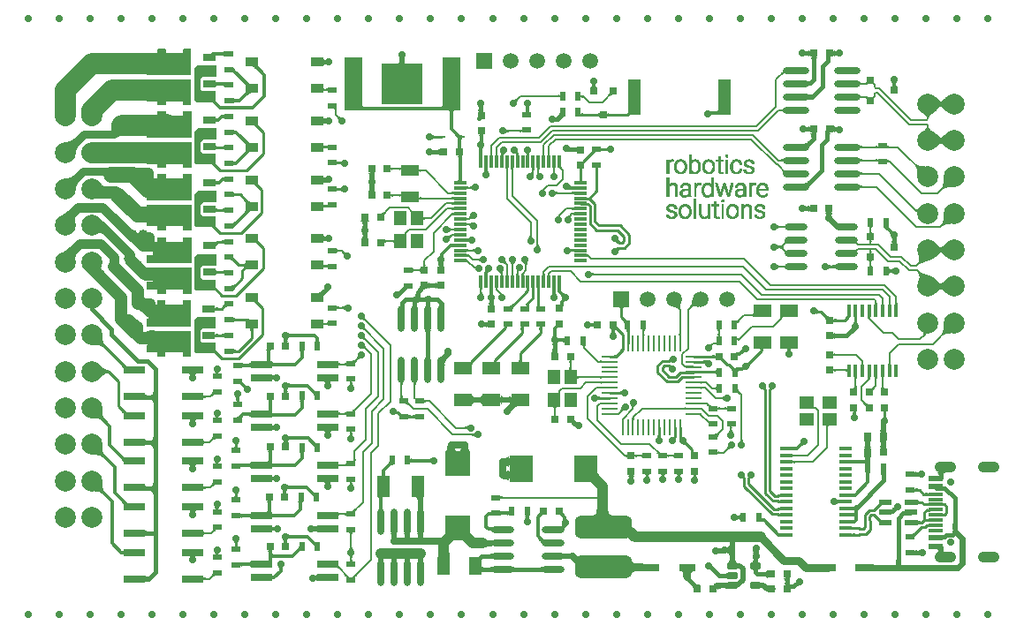
<source format=gtl>
G04*
G04 #@! TF.GenerationSoftware,Altium Limited,Altium Designer,24.4.1 (13)*
G04*
G04 Layer_Physical_Order=1*
G04 Layer_Color=255*
%FSLAX25Y25*%
%MOIN*%
G70*
G04*
G04 #@! TF.SameCoordinates,E746E4B7-F6AA-4F53-916A-F77BCC048612*
G04*
G04*
G04 #@! TF.FilePolarity,Positive*
G04*
G01*
G75*
%ADD10C,0.02362*%
%ADD12C,0.00787*%
%ADD13C,0.01575*%
%ADD14C,0.01000*%
%ADD17C,0.00100*%
%ADD19C,0.01181*%
%ADD23R,0.03543X0.02362*%
%ADD24R,0.03110X0.01063*%
%ADD25R,0.07008X0.20000*%
%ADD26R,0.03150X0.03150*%
%ADD27O,0.00984X0.06102*%
%ADD28O,0.06102X0.00984*%
%ADD29R,0.09055X0.09921*%
G04:AMPARAMS|DCode=30|XSize=11.81mil|YSize=47.24mil|CornerRadius=1.77mil|HoleSize=0mil|Usage=FLASHONLY|Rotation=90.000|XOffset=0mil|YOffset=0mil|HoleType=Round|Shape=RoundedRectangle|*
%AMROUNDEDRECTD30*
21,1,0.01181,0.04370,0,0,90.0*
21,1,0.00827,0.04724,0,0,90.0*
1,1,0.00354,0.02185,0.00413*
1,1,0.00354,0.02185,-0.00413*
1,1,0.00354,-0.02185,-0.00413*
1,1,0.00354,-0.02185,0.00413*
%
%ADD30ROUNDEDRECTD30*%
G04:AMPARAMS|DCode=31|XSize=11.81mil|YSize=47.24mil|CornerRadius=1.77mil|HoleSize=0mil|Usage=FLASHONLY|Rotation=180.000|XOffset=0mil|YOffset=0mil|HoleType=Round|Shape=RoundedRectangle|*
%AMROUNDEDRECTD31*
21,1,0.01181,0.04370,0,0,180.0*
21,1,0.00827,0.04724,0,0,180.0*
1,1,0.00354,-0.00413,0.02185*
1,1,0.00354,0.00413,0.02185*
1,1,0.00354,0.00413,-0.02185*
1,1,0.00354,-0.00413,-0.02185*
%
%ADD31ROUNDEDRECTD31*%
%ADD32R,0.04724X0.05512*%
%ADD33R,0.04724X0.05512*%
%ADD34O,0.02756X0.09843*%
%ADD35R,0.07087X0.04528*%
%ADD36R,0.05118X0.01181*%
%ADD37R,0.05512X0.04724*%
%ADD38R,0.05512X0.04724*%
%ADD39R,0.02362X0.03543*%
%ADD40R,0.09488X0.09331*%
%ADD41R,0.03150X0.03150*%
%ADD42R,0.04528X0.03543*%
%ADD43R,0.08000X0.02600*%
%ADD44R,0.04528X0.07087*%
%ADD45R,0.04921X0.02559*%
%ADD46R,0.03150X0.03937*%
%ADD47R,0.03071X0.03937*%
%ADD48R,0.03937X0.02815*%
%ADD49R,0.03976X0.02854*%
%ADD50R,0.03937X0.02854*%
G04:AMPARAMS|DCode=51|XSize=216.54mil|YSize=84.65mil|CornerRadius=21.16mil|HoleSize=0mil|Usage=FLASHONLY|Rotation=180.000|XOffset=0mil|YOffset=0mil|HoleType=Round|Shape=RoundedRectangle|*
%AMROUNDEDRECTD51*
21,1,0.21654,0.04232,0,0,180.0*
21,1,0.17421,0.08465,0,0,180.0*
1,1,0.04232,-0.08711,0.02116*
1,1,0.04232,0.08711,0.02116*
1,1,0.04232,0.08711,-0.02116*
1,1,0.04232,-0.08711,-0.02116*
%
%ADD51ROUNDEDRECTD51*%
%ADD52R,0.04921X0.07874*%
%ADD53R,0.05118X0.13386*%
%ADD54R,0.06299X0.03150*%
G04:AMPARAMS|DCode=55|XSize=41.73mil|YSize=25.59mil|CornerRadius=6.4mil|HoleSize=0mil|Usage=FLASHONLY|Rotation=0.000|XOffset=0mil|YOffset=0mil|HoleType=Round|Shape=RoundedRectangle|*
%AMROUNDEDRECTD55*
21,1,0.04173,0.01280,0,0,0.0*
21,1,0.02894,0.02559,0,0,0.0*
1,1,0.01280,0.01447,-0.00640*
1,1,0.01280,-0.01447,-0.00640*
1,1,0.01280,-0.01447,0.00640*
1,1,0.01280,0.01447,0.00640*
%
%ADD55ROUNDEDRECTD55*%
%ADD56R,0.03000X0.03000*%
%ADD57R,0.01200X0.04575*%
%ADD58O,0.09843X0.02756*%
%ADD59O,0.08661X0.02362*%
%ADD60R,0.07087X0.03937*%
G04:AMPARAMS|DCode=61|XSize=47.64mil|YSize=23.23mil|CornerRadius=2.9mil|HoleSize=0mil|Usage=FLASHONLY|Rotation=0.000|XOffset=0mil|YOffset=0mil|HoleType=Round|Shape=RoundedRectangle|*
%AMROUNDEDRECTD61*
21,1,0.04764,0.01742,0,0,0.0*
21,1,0.04183,0.02323,0,0,0.0*
1,1,0.00581,0.02092,-0.00871*
1,1,0.00581,-0.02092,-0.00871*
1,1,0.00581,-0.02092,0.00871*
1,1,0.00581,0.02092,0.00871*
%
%ADD61ROUNDEDRECTD61*%
%ADD62R,0.05709X0.01181*%
%ADD63R,0.05709X0.02362*%
%ADD64R,0.03000X0.03000*%
%ADD110C,0.07874*%
%ADD113R,0.15590X0.15590*%
%ADD114C,0.01098*%
%ADD115C,0.01968*%
%ADD116C,0.02756*%
%ADD117C,0.03150*%
%ADD118C,0.03937*%
%ADD119C,0.05906*%
%ADD120C,0.04724*%
%ADD121C,0.03543*%
%ADD122C,0.04331*%
%ADD123C,0.07874*%
%ADD124R,0.05906X0.05906*%
%ADD125C,0.05906*%
%ADD126O,0.08268X0.04134*%
%ADD127C,0.02756*%
%ADD128C,0.03937*%
G36*
X300406Y-20264D02*
X303531D01*
X303384Y-20279D01*
X303252Y-20327D01*
X303136Y-20405D01*
X303035Y-20516D01*
X302950Y-20657D01*
X302880Y-20831D01*
X302826Y-21035D01*
X302787Y-21271D01*
X302764Y-21539D01*
X302756Y-21838D01*
X301181D01*
X301173Y-21539D01*
X301150Y-21271D01*
X301111Y-21035D01*
X301057Y-20831D01*
X300987Y-20657D01*
X300902Y-20516D01*
X300801Y-20405D01*
X300685Y-20327D01*
X300553Y-20279D01*
X300406Y-20264D01*
X300390Y-20116D01*
X300343Y-19985D01*
X300264Y-19868D01*
X300154Y-19767D01*
X300012Y-19682D01*
X299839Y-19612D01*
X299634Y-19558D01*
X299398Y-19519D01*
X299142Y-19497D01*
X298859Y-19516D01*
X298755Y-19533D01*
X298664Y-19552D01*
X298586Y-19575D01*
X298519Y-19602D01*
X298466Y-19632D01*
X298425Y-19665D01*
Y-17736D01*
X298466Y-17770D01*
X298519Y-17800D01*
X298586Y-17827D01*
X298664Y-17850D01*
X298755Y-17869D01*
X298859Y-17885D01*
X299104Y-17906D01*
X299104Y-17906D01*
X299130Y-17906D01*
X299398Y-17882D01*
X299634Y-17844D01*
X299839Y-17789D01*
X300012Y-17719D01*
X300154Y-17634D01*
X300264Y-17533D01*
X300343Y-17417D01*
X300390Y-17285D01*
X300406Y-17138D01*
Y-20264D01*
D02*
G37*
G36*
X67028Y-18681D02*
Y-26949D01*
X50295D01*
Y-23996D01*
X52461D01*
Y-21535D01*
X50295D01*
Y-18681D01*
X54232D01*
Y-17106D01*
X57480D01*
Y-18681D01*
X63878D01*
Y-17106D01*
X67028D01*
Y-18681D01*
D02*
G37*
G36*
X309453Y-17285D02*
X309500Y-17417D01*
X309578Y-17533D01*
X309689Y-17634D01*
X309830Y-17719D01*
X310004Y-17789D01*
X310209Y-17844D01*
X310381Y-17872D01*
X310398Y-17869D01*
X310489Y-17850D01*
X310568Y-17827D01*
X310634Y-17800D01*
X310688Y-17770D01*
X310729Y-17736D01*
Y-17906D01*
X311012Y-17913D01*
Y-19488D01*
X310729Y-19496D01*
Y-19665D01*
X310688Y-19632D01*
X310634Y-19602D01*
X310568Y-19575D01*
X310489Y-19552D01*
X310398Y-19533D01*
X310381Y-19530D01*
X310209Y-19558D01*
X310004Y-19612D01*
X309830Y-19682D01*
X309689Y-19767D01*
X309578Y-19868D01*
X309500Y-19985D01*
X309453Y-20116D01*
X309437Y-20264D01*
Y-17138D01*
X309453Y-17285D01*
D02*
G37*
G36*
X79540Y-20067D02*
X79528Y-19957D01*
X79492Y-19859D01*
X79433Y-19772D01*
X79351Y-19696D01*
X79244Y-19633D01*
X79114Y-19581D01*
X78961Y-19540D01*
X78784Y-19511D01*
X78583Y-19494D01*
X78359Y-19488D01*
Y-18307D01*
X78583Y-18301D01*
X78784Y-18284D01*
X78961Y-18255D01*
X79114Y-18215D01*
X79244Y-18162D01*
X79351Y-18099D01*
X79433Y-18024D01*
X79492Y-17937D01*
X79528Y-17839D01*
X79540Y-17729D01*
Y-20067D01*
D02*
G37*
G36*
X308578Y-20277D02*
X308493Y-20315D01*
X308418Y-20380D01*
X308353Y-20470D01*
X308297Y-20586D01*
X308252Y-20728D01*
X308217Y-20895D01*
X308192Y-21088D01*
X308177Y-21307D01*
X308172Y-21552D01*
X306597D01*
X306594Y-21307D01*
X306552Y-20728D01*
X306526Y-20586D01*
X306494Y-20470D01*
X306457Y-20380D01*
X306414Y-20315D01*
X306366Y-20277D01*
X306311Y-20264D01*
X308673D01*
X308578Y-20277D01*
D02*
G37*
G36*
X147486Y-20415D02*
X147456Y-20468D01*
X147429Y-20534D01*
X147406Y-20613D01*
X147387Y-20704D01*
X147371Y-20808D01*
X147350Y-21052D01*
X147347Y-21143D01*
X147350Y-21256D01*
X147374Y-21524D01*
X147413Y-21760D01*
X147468Y-21965D01*
X147539Y-22138D01*
X147626Y-22280D01*
X147728Y-22390D01*
X147846Y-22469D01*
X147980Y-22516D01*
X148130Y-22532D01*
X144980D01*
X145130Y-22516D01*
X145264Y-22469D01*
X145382Y-22390D01*
X145484Y-22280D01*
X145571Y-22138D01*
X145642Y-21965D01*
X145697Y-21760D01*
X145736Y-21524D01*
X145760Y-21256D01*
X145763Y-21147D01*
X145739Y-20808D01*
X145723Y-20704D01*
X145704Y-20613D01*
X145681Y-20534D01*
X145654Y-20468D01*
X145624Y-20415D01*
X145591Y-20374D01*
X147520D01*
X147486Y-20415D01*
D02*
G37*
G36*
X116724Y-20622D02*
X116772Y-20756D01*
X116851Y-20874D01*
X116962Y-20976D01*
X117105Y-21063D01*
X117279Y-21134D01*
X117486Y-21189D01*
X117583Y-21205D01*
X117642Y-21191D01*
X117720Y-21167D01*
X117787Y-21138D01*
X117840Y-21106D01*
X117881Y-21070D01*
X117887Y-21242D01*
X117993Y-21252D01*
X118295Y-21260D01*
Y-22835D01*
X117993Y-22842D01*
X117942Y-22847D01*
X117947Y-22998D01*
X117907Y-22967D01*
X117853Y-22939D01*
X117788Y-22915D01*
X117709Y-22893D01*
X117641Y-22880D01*
X117486Y-22905D01*
X117279Y-22961D01*
X117105Y-23031D01*
X116962Y-23118D01*
X116851Y-23220D01*
X116772Y-23338D01*
X116724Y-23472D01*
X116708Y-23622D01*
Y-20472D01*
X116724Y-20622D01*
D02*
G37*
G36*
X92014Y-22697D02*
X91965Y-22788D01*
X91954Y-22900D01*
X91981Y-23035D01*
X92047Y-23191D01*
X92151Y-23369D01*
X92293Y-23569D01*
X92473Y-23790D01*
X92949Y-24299D01*
X91622Y-24642D01*
X91400Y-24429D01*
X90994Y-24088D01*
X90809Y-23961D01*
X90636Y-23862D01*
X90475Y-23791D01*
X90326Y-23750D01*
X90189Y-23736D01*
X90064Y-23751D01*
X89951Y-23795D01*
X92102Y-22629D01*
X92014Y-22697D01*
D02*
G37*
G36*
X291046Y-26399D02*
X291004Y-26337D01*
X290951Y-26297D01*
X290887Y-26278D01*
X290814Y-26280D01*
X290729Y-26304D01*
X290634Y-26349D01*
X290529Y-26416D01*
X290413Y-26504D01*
X290287Y-26614D01*
X290151Y-26745D01*
X289740Y-26042D01*
X289879Y-25897D01*
X290103Y-25630D01*
X290186Y-25509D01*
X290252Y-25394D01*
X290298Y-25288D01*
X290326Y-25189D01*
X290336Y-25098D01*
X290327Y-25015D01*
X290300Y-24939D01*
X291046Y-26399D01*
D02*
G37*
G36*
X83067Y-23790D02*
X83092Y-23946D01*
X83134Y-24104D01*
X83192Y-24264D01*
X83268Y-24424D01*
X83359Y-24586D01*
X83468Y-24748D01*
X83593Y-24912D01*
X83735Y-25078D01*
X83894Y-25244D01*
X83787Y-26807D01*
X83513Y-26542D01*
X83036Y-26131D01*
X82833Y-25987D01*
X82654Y-25883D01*
X82499Y-25820D01*
X82368Y-25797D01*
X82260Y-25815D01*
X82177Y-25874D01*
X82117Y-25972D01*
X83059Y-23634D01*
X83067Y-23790D01*
D02*
G37*
G36*
X321839Y-30425D02*
X321051Y-30571D01*
Y-29783D01*
X321202Y-29779D01*
X321338Y-29768D01*
X321457Y-29748D01*
X321561Y-29721D01*
X321649Y-29685D01*
X321721Y-29642D01*
X321777Y-29591D01*
X321817Y-29531D01*
X321842Y-29465D01*
X321851Y-29390D01*
X321839Y-30425D01*
D02*
G37*
G36*
X319130Y-29471D02*
X319160Y-29536D01*
X319209Y-29594D01*
X319279Y-29644D01*
X319369Y-29687D01*
X319478Y-29722D01*
X319607Y-29749D01*
X319757Y-29768D01*
X319926Y-29780D01*
X320115Y-29783D01*
Y-30571D01*
X319926Y-30575D01*
X319607Y-30606D01*
X319478Y-30633D01*
X319369Y-30667D01*
X319279Y-30710D01*
X319209Y-30760D01*
X319160Y-30818D01*
X319130Y-30884D01*
X319120Y-30957D01*
Y-29397D01*
X319130Y-29471D01*
D02*
G37*
G36*
X333193Y-29787D02*
X333131Y-29872D01*
X333076Y-29963D01*
X333028Y-30062D01*
X332988Y-30168D01*
X332955Y-30281D01*
X332929Y-30400D01*
X332921Y-30456D01*
X332949Y-30626D01*
X332990Y-30781D01*
X333043Y-30913D01*
X333108Y-31020D01*
X333185Y-31104D01*
X333274Y-31163D01*
X333374Y-31199D01*
X333486Y-31211D01*
X331124D01*
X331236Y-31199D01*
X331337Y-31163D01*
X331425Y-31104D01*
X331502Y-31020D01*
X331567Y-30913D01*
X331620Y-30781D01*
X331661Y-30626D01*
X331687Y-30469D01*
X331680Y-30421D01*
X331654Y-30302D01*
X331620Y-30190D01*
X331578Y-30086D01*
X331528Y-29988D01*
X331471Y-29898D01*
X331407Y-29815D01*
X331334Y-29739D01*
X333263Y-29709D01*
X333193Y-29787D01*
D02*
G37*
G36*
X79552Y-31417D02*
X79539Y-31305D01*
X79503Y-31205D01*
X79443Y-31116D01*
X79359Y-31040D01*
X79251Y-30975D01*
X79120Y-30921D01*
X78965Y-30880D01*
X78787Y-30850D01*
X78584Y-30833D01*
X78359Y-30827D01*
Y-29646D01*
X78583Y-29645D01*
X79433Y-29594D01*
X79492Y-29578D01*
X79528Y-29560D01*
X79540Y-29540D01*
X79552Y-31417D01*
D02*
G37*
G36*
X76279Y-29167D02*
X76315Y-29268D01*
X76374Y-29356D01*
X76456Y-29433D01*
X76563Y-29498D01*
X76693Y-29551D01*
X76846Y-29593D01*
X77023Y-29622D01*
X77224Y-29640D01*
X77449Y-29646D01*
Y-30827D01*
X77224Y-30833D01*
X77023Y-30850D01*
X76846Y-30880D01*
X76693Y-30921D01*
X76563Y-30975D01*
X76456Y-31040D01*
X76374Y-31116D01*
X76315Y-31205D01*
X76279Y-31305D01*
X76267Y-31417D01*
Y-29055D01*
X76279Y-29167D01*
D02*
G37*
G36*
X219859Y-30121D02*
X219787Y-30198D01*
X219724Y-30282D01*
X219667Y-30373D01*
X219618Y-30471D01*
X219577Y-30576D01*
X219543Y-30688D01*
X219522Y-30783D01*
X219536Y-30869D01*
X219578Y-31024D01*
X219631Y-31155D01*
X219696Y-31262D01*
X219773Y-31346D01*
X219861Y-31405D01*
X219962Y-31441D01*
X220074Y-31453D01*
X217712D01*
X217824Y-31441D01*
X217924Y-31405D01*
X218013Y-31346D01*
X218090Y-31262D01*
X218155Y-31155D01*
X218208Y-31024D01*
X218249Y-30869D01*
X218264Y-30780D01*
X218243Y-30683D01*
X218209Y-30571D01*
X218168Y-30465D01*
X218120Y-30367D01*
X218064Y-30276D01*
X218000Y-30192D01*
X217930Y-30114D01*
X219859Y-30121D01*
D02*
G37*
G36*
X88322Y-29664D02*
X88727Y-30002D01*
X88912Y-30128D01*
X89085Y-30226D01*
X89246Y-30295D01*
X89395Y-30336D01*
X89533Y-30348D01*
X89659Y-30332D01*
X89773Y-30288D01*
X87610Y-31466D01*
X87699Y-31396D01*
X87750Y-31305D01*
X87762Y-31192D01*
X87736Y-31057D01*
X87672Y-30901D01*
X87569Y-30723D01*
X87428Y-30523D01*
X87249Y-30302D01*
X86775Y-29795D01*
X88102Y-29452D01*
X88322Y-29664D01*
D02*
G37*
G36*
X118528Y-33268D02*
X118520Y-33193D01*
X118496Y-33126D01*
X118456Y-33067D01*
X118400Y-33016D01*
X118328Y-32972D01*
X118240Y-32937D01*
X118136Y-32909D01*
X118016Y-32890D01*
X117880Y-32878D01*
X117728Y-32874D01*
Y-32087D01*
X117880Y-32083D01*
X118016Y-32071D01*
X118136Y-32051D01*
X118240Y-32024D01*
X118328Y-31988D01*
X118400Y-31945D01*
X118456Y-31894D01*
X118496Y-31835D01*
X118520Y-31768D01*
X118528Y-31693D01*
Y-33268D01*
D02*
G37*
G36*
X116716Y-31768D02*
X116740Y-31835D01*
X116780Y-31894D01*
X116836Y-31945D01*
X116908Y-31988D01*
X116996Y-32024D01*
X117100Y-32051D01*
X117220Y-32071D01*
X117356Y-32083D01*
X117508Y-32087D01*
Y-32874D01*
X117356Y-32878D01*
X117220Y-32890D01*
X117100Y-32909D01*
X116996Y-32937D01*
X116908Y-32972D01*
X116836Y-33016D01*
X116780Y-33067D01*
X116740Y-33126D01*
X116716Y-33193D01*
X116708Y-33268D01*
Y-31693D01*
X116716Y-31768D01*
D02*
G37*
G36*
X89773Y-33795D02*
X89660Y-33751D01*
X89535Y-33736D01*
X89398Y-33749D01*
X89249Y-33791D01*
X89088Y-33862D01*
X88915Y-33961D01*
X88730Y-34088D01*
X88533Y-34244D01*
X88324Y-34429D01*
X88102Y-34642D01*
X86775Y-34299D01*
X87032Y-34034D01*
X87431Y-33569D01*
X87573Y-33369D01*
X87677Y-33191D01*
X87743Y-33035D01*
X87770Y-32901D01*
X87759Y-32788D01*
X87710Y-32697D01*
X87622Y-32629D01*
X89773Y-33795D01*
D02*
G37*
G36*
X226013Y-34417D02*
X225952Y-34373D01*
X225880Y-34350D01*
X225796D01*
X225702Y-34373D01*
X225596Y-34417D01*
X225479Y-34484D01*
X225351Y-34573D01*
X225212Y-34684D01*
X224900Y-34974D01*
X224343Y-34417D01*
X224499Y-34256D01*
X224744Y-33966D01*
X224833Y-33838D01*
X224900Y-33721D01*
X224944Y-33615D01*
X224967Y-33521D01*
Y-33437D01*
X224944Y-33365D01*
X224900Y-33304D01*
X226013Y-34417D01*
D02*
G37*
G36*
X206028Y-35630D02*
X206020Y-35555D01*
X205996Y-35488D01*
X205956Y-35429D01*
X205900Y-35378D01*
X205828Y-35335D01*
X205740Y-35299D01*
X205636Y-35272D01*
X205516Y-35252D01*
X205380Y-35240D01*
X205228Y-35236D01*
Y-34449D01*
X205380Y-34445D01*
X205516Y-34433D01*
X205636Y-34413D01*
X205740Y-34386D01*
X205828Y-34350D01*
X205900Y-34307D01*
X205956Y-34256D01*
X205996Y-34197D01*
X206020Y-34130D01*
X206028Y-34055D01*
Y-35630D01*
D02*
G37*
G36*
X214255Y-34403D02*
X214277Y-34460D01*
X214315Y-34511D01*
X214367Y-34555D01*
X214434Y-34592D01*
X214515Y-34622D01*
X214612Y-34646D01*
X214724Y-34663D01*
X214850Y-34673D01*
X214991Y-34677D01*
Y-35464D01*
X214850Y-35467D01*
X214724Y-35478D01*
X214612Y-35494D01*
X214515Y-35518D01*
X214434Y-35548D01*
X214367Y-35586D01*
X214315Y-35630D01*
X214277Y-35680D01*
X214255Y-35738D01*
X214248Y-35802D01*
Y-34338D01*
X214255Y-34403D01*
D02*
G37*
G36*
X319130Y-34470D02*
X319160Y-34536D01*
X319209Y-34594D01*
X319279Y-34644D01*
X319369Y-34687D01*
X319478Y-34722D01*
X319607Y-34749D01*
X319757Y-34768D01*
X319926Y-34780D01*
X320115Y-34784D01*
Y-35571D01*
X319926Y-35575D01*
X319607Y-35606D01*
X319478Y-35633D01*
X319369Y-35667D01*
X319279Y-35710D01*
X319209Y-35760D01*
X319160Y-35818D01*
X319130Y-35884D01*
X319120Y-35957D01*
Y-34397D01*
X319130Y-34470D01*
D02*
G37*
G36*
X321839Y-34949D02*
X321851Y-35965D01*
X321842Y-35890D01*
X321817Y-35823D01*
X321777Y-35764D01*
X321721Y-35713D01*
X321649Y-35669D01*
X321561Y-35634D01*
X321457Y-35606D01*
X321338Y-35587D01*
X321202Y-35575D01*
X321051Y-35571D01*
Y-34784D01*
X321839Y-34949D01*
D02*
G37*
G36*
X299524Y-34061D02*
X299656Y-34130D01*
X299805Y-34191D01*
X299972Y-34244D01*
X300156Y-34288D01*
X300358Y-34325D01*
X300813Y-34374D01*
X301067Y-34386D01*
X301339Y-34390D01*
Y-35965D01*
X301067Y-35969D01*
X300358Y-36029D01*
X300156Y-36066D01*
X299972Y-36111D01*
X299805Y-36163D01*
X299656Y-36224D01*
X299524Y-36293D01*
X299409Y-36370D01*
Y-33984D01*
X299524Y-34061D01*
D02*
G37*
G36*
X352011Y-40551D02*
X351560Y-40102D01*
X350345Y-39039D01*
X349987Y-38780D01*
X349902Y-38726D01*
X349817Y-38780D01*
X349458Y-39039D01*
X348672Y-39701D01*
X348243Y-40102D01*
X347792Y-40551D01*
Y-35039D01*
X348243Y-35488D01*
X349458Y-36551D01*
X349817Y-36811D01*
X349902Y-36865D01*
X349987Y-36811D01*
X350345Y-36551D01*
X351132Y-35890D01*
X351560Y-35488D01*
X352011Y-35039D01*
Y-40551D01*
D02*
G37*
G36*
X76476Y-27736D02*
X71358D01*
X70571Y-28524D01*
Y-32264D01*
X71358Y-33051D01*
X76279D01*
Y-36610D01*
X76287Y-36648D01*
X76312Y-36724D01*
X76346Y-36803D01*
X76390Y-36886D01*
X76444Y-36970D01*
X76507Y-37058D01*
X76581Y-37149D01*
X76757Y-37339D01*
X75086D01*
X74918Y-37179D01*
X74810Y-37087D01*
X68898D01*
X68209Y-36398D01*
Y-24587D01*
X69390Y-23406D01*
X76476D01*
Y-27736D01*
D02*
G37*
G36*
X190379Y-36358D02*
X190298Y-36448D01*
X190226Y-36544D01*
X190162Y-36648D01*
X190108Y-36759D01*
X190061Y-36878D01*
X190024Y-37005D01*
X189995Y-37139D01*
X189975Y-37280D01*
X189963Y-37429D01*
X189961Y-37585D01*
X188596Y-36220D01*
X188753Y-36218D01*
X188901Y-36206D01*
X189042Y-36186D01*
X189176Y-36157D01*
X189303Y-36120D01*
X189422Y-36074D01*
X189533Y-36019D01*
X189637Y-35955D01*
X189734Y-35883D01*
X189823Y-35802D01*
X190379Y-36358D01*
D02*
G37*
G36*
X83071Y-35555D02*
X83106Y-35653D01*
X83165Y-35740D01*
X83248Y-35815D01*
X83354Y-35879D01*
X83484Y-35931D01*
X83638Y-35972D01*
X83815Y-36000D01*
X84016Y-36018D01*
X84240Y-36024D01*
Y-37205D01*
X84016Y-37211D01*
X83815Y-37228D01*
X83638Y-37257D01*
X83484Y-37297D01*
X83354Y-37349D01*
X83248Y-37413D01*
X83165Y-37488D01*
X83106Y-37575D01*
X83071Y-37673D01*
X83059Y-37783D01*
Y-35445D01*
X83071Y-35555D01*
D02*
G37*
G36*
X67028Y-36791D02*
Y-38366D01*
X63878D01*
Y-36791D01*
X57480D01*
Y-38366D01*
X54232D01*
Y-36791D01*
X50295D01*
Y-33937D01*
X52461D01*
Y-31477D01*
X50295D01*
Y-28524D01*
X67028D01*
Y-36791D01*
D02*
G37*
G36*
X161764Y-40303D02*
X161752Y-40260D01*
X161717Y-40222D01*
X161658Y-40189D01*
X161575Y-40159D01*
X161469Y-40135D01*
X161339Y-40115D01*
X161008Y-40088D01*
X160583Y-40079D01*
Y-38898D01*
X160809Y-38892D01*
X161011Y-38874D01*
X161190Y-38844D01*
X161345Y-38803D01*
X161476Y-38750D01*
X161583Y-38685D01*
X161667Y-38608D01*
X161727Y-38520D01*
X161763Y-38419D01*
X161776Y-38307D01*
X161764Y-40303D01*
D02*
G37*
G36*
X131740Y-38419D02*
X131777Y-38520D01*
X131837Y-38608D01*
X131921Y-38685D01*
X132028Y-38750D01*
X132159Y-38803D01*
X132314Y-38844D01*
X132493Y-38874D01*
X132695Y-38892D01*
X132921Y-38898D01*
Y-40079D01*
X132697Y-40081D01*
X132165Y-40115D01*
X132035Y-40135D01*
X131929Y-40159D01*
X131846Y-40189D01*
X131787Y-40222D01*
X131752Y-40260D01*
X131740Y-40303D01*
X131728Y-38307D01*
X131740Y-38419D01*
D02*
G37*
G36*
X122035Y-39752D02*
X122047Y-40539D01*
X121260D01*
X121256Y-40388D01*
X121244Y-40253D01*
X121224Y-40133D01*
X121197Y-40029D01*
X121161Y-39942D01*
X121118Y-39870D01*
X121067Y-39813D01*
X121008Y-39773D01*
X120941Y-39748D01*
X120866Y-39740D01*
X122035Y-39752D01*
D02*
G37*
G36*
X177210Y-38623D02*
X177180Y-38677D01*
X177154Y-38743D01*
X177131Y-38822D01*
X177111Y-38913D01*
X177095Y-39016D01*
X177074Y-39261D01*
X177075Y-39289D01*
X177098Y-39559D01*
X177138Y-39796D01*
X177193Y-40002D01*
X177264Y-40177D01*
X177350Y-40320D01*
X177453Y-40431D01*
X177571Y-40511D01*
X177705Y-40559D01*
X177854Y-40575D01*
X174914Y-40563D01*
X175023Y-40547D01*
X175122Y-40500D01*
X175209Y-40421D01*
X175284Y-40311D01*
X175347Y-40170D01*
X175400Y-39996D01*
X175440Y-39792D01*
X175469Y-39555D01*
X175485Y-39317D01*
X175464Y-39016D01*
X175448Y-38913D01*
X175428Y-38822D01*
X175405Y-38743D01*
X175379Y-38677D01*
X175349Y-38623D01*
X175315Y-38583D01*
X177244D01*
X177210Y-38623D01*
D02*
G37*
G36*
X194791Y-38561D02*
X194728Y-38645D01*
X194671Y-38736D01*
X194623Y-38834D01*
X194582Y-38939D01*
X194548Y-39052D01*
X194522Y-39171D01*
X194503Y-39298D01*
X194492Y-39431D01*
X194489Y-39527D01*
X194494Y-39707D01*
X194512Y-39910D01*
X194541Y-40089D01*
X194583Y-40244D01*
X194636Y-40375D01*
X194701Y-40483D01*
X194778Y-40566D01*
X194866Y-40626D01*
X194966Y-40662D01*
X195079Y-40674D01*
X192717D01*
X192829Y-40662D01*
X192929Y-40626D01*
X193018Y-40566D01*
X193095Y-40483D01*
X193159Y-40375D01*
X193213Y-40244D01*
X193254Y-40089D01*
X193283Y-39910D01*
X193301Y-39707D01*
X193306Y-39527D01*
X193303Y-39431D01*
X193292Y-39298D01*
X193273Y-39171D01*
X193247Y-39052D01*
X193214Y-38939D01*
X193172Y-38834D01*
X193124Y-38736D01*
X193068Y-38645D01*
X193004Y-38561D01*
X192933Y-38484D01*
X194862D01*
X194791Y-38561D01*
D02*
G37*
G36*
X290526Y-40957D02*
X290516Y-40884D01*
X290486Y-40818D01*
X290436Y-40760D01*
X290367Y-40710D01*
X290277Y-40668D01*
X290168Y-40633D01*
X290038Y-40606D01*
X289889Y-40586D01*
X289720Y-40575D01*
X289531Y-40571D01*
Y-39783D01*
X289720Y-39780D01*
X290038Y-39749D01*
X290168Y-39722D01*
X290277Y-39687D01*
X290367Y-39644D01*
X290436Y-39594D01*
X290486Y-39536D01*
X290516Y-39470D01*
X290526Y-39397D01*
Y-40957D01*
D02*
G37*
G36*
X166325Y-40303D02*
X166224Y-40339D01*
X166136Y-40398D01*
X166059Y-40482D01*
X165994Y-40589D01*
X165941Y-40720D01*
X165900Y-40876D01*
X165870Y-41054D01*
X165852Y-41257D01*
X165847Y-41484D01*
X164665D01*
X164659Y-41257D01*
X164642Y-41054D01*
X164612Y-40876D01*
X164571Y-40720D01*
X164518Y-40589D01*
X164453Y-40482D01*
X164376Y-40398D01*
X164287Y-40339D01*
X164187Y-40303D01*
X164075Y-40291D01*
X166437D01*
X166325Y-40303D01*
D02*
G37*
G36*
X265859Y-41819D02*
X265847Y-41821D01*
X265811Y-41823D01*
X264677Y-41831D01*
Y-40650D01*
X264903Y-40644D01*
X265106Y-40626D01*
X265284Y-40597D01*
X265439Y-40555D01*
X265570Y-40502D01*
X265678Y-40437D01*
X265761Y-40360D01*
X265822Y-40272D01*
X265858Y-40171D01*
X265870Y-40059D01*
X265859Y-41819D01*
D02*
G37*
G36*
X262585Y-40494D02*
X262672Y-40527D01*
X262766Y-40555D01*
X262868Y-40580D01*
X263091Y-40619D01*
X263212Y-40632D01*
X263619Y-40650D01*
X264087Y-41831D01*
X263944Y-41835D01*
X263812Y-41849D01*
X263691Y-41871D01*
X263580Y-41903D01*
X263479Y-41943D01*
X263389Y-41993D01*
X263310Y-42051D01*
X263241Y-42119D01*
X263182Y-42195D01*
X263135Y-42281D01*
X262504Y-40457D01*
X262585Y-40494D01*
D02*
G37*
G36*
X67126Y-42323D02*
Y-50591D01*
X50394D01*
Y-47638D01*
X52559D01*
Y-45177D01*
X50394D01*
Y-42323D01*
X54331D01*
Y-40748D01*
X57579D01*
Y-42323D01*
X63976D01*
Y-40748D01*
X67126D01*
Y-42323D01*
D02*
G37*
G36*
X207753Y-42594D02*
X207681Y-42550D01*
X207586Y-42541D01*
X207469Y-42567D01*
X207329Y-42627D01*
X207166Y-42722D01*
X206981Y-42853D01*
X206773Y-43017D01*
X206291Y-43451D01*
X206016Y-43720D01*
X204902Y-42606D01*
X205171Y-42331D01*
X205770Y-41641D01*
X205900Y-41456D01*
X205995Y-41294D01*
X206055Y-41154D01*
X206081Y-41036D01*
X206072Y-40941D01*
X206028Y-40869D01*
X207753Y-42594D01*
D02*
G37*
G36*
X214258Y-41024D02*
X214289Y-41109D01*
X214340Y-41184D01*
X214411Y-41249D01*
X214502Y-41304D01*
X214614Y-41349D01*
X214745Y-41384D01*
X214896Y-41409D01*
X215068Y-41424D01*
X215260Y-41429D01*
Y-42429D01*
X215070Y-42431D01*
X214510Y-42473D01*
X214420Y-42493D01*
X214350Y-42516D01*
X214300Y-42542D01*
X214270Y-42573D01*
X214260Y-42606D01*
X214248Y-40929D01*
X214258Y-41024D01*
D02*
G37*
G36*
X224124D02*
X224154Y-41109D01*
X224205Y-41184D01*
X224276Y-41249D01*
X224367Y-41304D01*
X224478Y-41349D01*
X224610Y-41384D01*
X224762Y-41409D01*
X224934Y-41424D01*
X225126Y-41429D01*
Y-42429D01*
X224934Y-42434D01*
X224762Y-42449D01*
X224610Y-42474D01*
X224478Y-42509D01*
X224367Y-42554D01*
X224276Y-42609D01*
X224205Y-42674D01*
X224154Y-42749D01*
X224124Y-42834D01*
X224114Y-42929D01*
Y-40929D01*
X224124Y-41024D01*
D02*
G37*
G36*
X221150Y-42929D02*
X221140Y-42834D01*
X221110Y-42749D01*
X221060Y-42674D01*
X220990Y-42609D01*
X220900Y-42554D01*
X220790Y-42509D01*
X220660Y-42474D01*
X220510Y-42449D01*
X220340Y-42434D01*
X220150Y-42429D01*
Y-41429D01*
X220340Y-41424D01*
X220510Y-41409D01*
X220660Y-41384D01*
X220790Y-41349D01*
X220900Y-41304D01*
X220990Y-41249D01*
X221060Y-41184D01*
X221110Y-41109D01*
X221140Y-41024D01*
X221150Y-40929D01*
Y-42929D01*
D02*
G37*
G36*
X346565Y-41426D02*
X346315Y-41599D01*
X346094Y-41781D01*
X345903Y-41973D01*
X345742Y-42175D01*
X345609Y-42386D01*
X345506Y-42608D01*
X345433Y-42839D01*
X345389Y-43080D01*
X345374Y-43330D01*
X344587D01*
X344572Y-43080D01*
X344528Y-42839D01*
X344454Y-42608D01*
X344351Y-42386D01*
X344219Y-42175D01*
X344057Y-41973D01*
X343866Y-41781D01*
X343646Y-41599D01*
X343396Y-41426D01*
X343116Y-41263D01*
X346844D01*
X346565Y-41426D01*
D02*
G37*
G36*
X79552Y-43516D02*
X79541Y-43439D01*
X79511Y-43370D01*
X79461Y-43309D01*
X79390Y-43256D01*
X79299Y-43212D01*
X79189Y-43175D01*
X79058Y-43147D01*
X78906Y-43126D01*
X78735Y-43114D01*
X78543Y-43110D01*
Y-41929D01*
X78735Y-41925D01*
X79058Y-41893D01*
X79189Y-41864D01*
X79299Y-41828D01*
X79390Y-41783D01*
X79461Y-41730D01*
X79511Y-41669D01*
X79541Y-41600D01*
X79552Y-41523D01*
Y-43516D01*
D02*
G37*
G36*
X122766Y-42477D02*
X122863Y-42549D01*
X122967Y-42613D01*
X123078Y-42668D01*
X123197Y-42714D01*
X123324Y-42752D01*
X123458Y-42781D01*
X123599Y-42801D01*
X123747Y-42812D01*
X123904Y-42815D01*
X122539Y-44179D01*
X122537Y-44023D01*
X122525Y-43874D01*
X122505Y-43733D01*
X122476Y-43599D01*
X122439Y-43473D01*
X122392Y-43354D01*
X122338Y-43243D01*
X122274Y-43139D01*
X122202Y-43042D01*
X122121Y-42953D01*
X122677Y-42396D01*
X122766Y-42477D01*
D02*
G37*
G36*
X76374Y-43102D02*
X76399Y-43141D01*
X76440Y-43175D01*
X76497Y-43205D01*
X76571Y-43230D01*
X76661Y-43251D01*
X76767Y-43267D01*
X76890Y-43278D01*
X77185Y-43287D01*
Y-44469D01*
X77029Y-44471D01*
X76767Y-44489D01*
X76661Y-44505D01*
X76571Y-44526D01*
X76497Y-44551D01*
X76440Y-44581D01*
X76399Y-44615D01*
X76374Y-44654D01*
X76366Y-44697D01*
Y-43059D01*
X76374Y-43102D01*
D02*
G37*
G36*
X116724Y-42817D02*
X116772Y-42951D01*
X116851Y-43069D01*
X116962Y-43171D01*
X117105Y-43258D01*
X117279Y-43329D01*
X117486Y-43384D01*
X117583Y-43400D01*
X117642Y-43386D01*
X117720Y-43361D01*
X117787Y-43333D01*
X117840Y-43301D01*
X117881Y-43264D01*
X117887Y-43437D01*
X117993Y-43447D01*
X118295Y-43455D01*
Y-45029D01*
X117993Y-45037D01*
X117942Y-45042D01*
X117947Y-45193D01*
X117907Y-45162D01*
X117853Y-45134D01*
X117788Y-45109D01*
X117709Y-45088D01*
X117641Y-45075D01*
X117486Y-45100D01*
X117279Y-45155D01*
X117105Y-45226D01*
X116962Y-45313D01*
X116851Y-45415D01*
X116772Y-45533D01*
X116724Y-45667D01*
X116708Y-45817D01*
Y-42667D01*
X116724Y-42817D01*
D02*
G37*
G36*
X300406Y-48905D02*
X300390Y-48758D01*
X300343Y-48626D01*
X300264Y-48510D01*
X300154Y-48409D01*
X300012Y-48324D01*
X299839Y-48254D01*
X299634Y-48200D01*
X299398Y-48161D01*
X299360Y-48158D01*
X299351Y-48158D01*
X299247Y-48174D01*
X299156Y-48194D01*
X299078Y-48217D01*
X299012Y-48243D01*
X298958Y-48273D01*
X298917Y-48307D01*
Y-48132D01*
X298831Y-48130D01*
Y-46555D01*
X298917Y-46553D01*
Y-46378D01*
X298958Y-46412D01*
X299012Y-46442D01*
X299078Y-46468D01*
X299156Y-46491D01*
X299247Y-46511D01*
X299351Y-46527D01*
X299359Y-46527D01*
X299398Y-46524D01*
X299634Y-46485D01*
X299839Y-46431D01*
X300012Y-46361D01*
X300154Y-46276D01*
X300264Y-46175D01*
X300343Y-46059D01*
X300390Y-45927D01*
X300406Y-45780D01*
Y-48905D01*
D02*
G37*
G36*
X92024Y-45134D02*
X91980Y-45208D01*
X91969Y-45302D01*
X91992Y-45414D01*
X92047Y-45546D01*
X92135Y-45697D01*
X92257Y-45867D01*
X92412Y-46057D01*
X92821Y-46494D01*
X91622Y-46709D01*
X91438Y-46532D01*
X91098Y-46247D01*
X90942Y-46140D01*
X90796Y-46057D01*
X90659Y-45996D01*
X90532Y-45960D01*
X90414Y-45946D01*
X90306Y-45956D01*
X90207Y-45990D01*
X92102Y-45080D01*
X92024Y-45134D01*
D02*
G37*
G36*
X345389Y-46290D02*
X345433Y-46531D01*
X345506Y-46762D01*
X345609Y-46984D01*
X345742Y-47195D01*
X345903Y-47397D01*
X346094Y-47589D01*
X346315Y-47771D01*
X346565Y-47944D01*
X346844Y-48107D01*
X343116D01*
X343396Y-47944D01*
X343646Y-47771D01*
X343866Y-47589D01*
X344057Y-47397D01*
X344219Y-47195D01*
X344351Y-46984D01*
X344454Y-46762D01*
X344528Y-46531D01*
X344572Y-46290D01*
X344587Y-46040D01*
X345374D01*
X345389Y-46290D01*
D02*
G37*
G36*
X309441Y-45967D02*
X309489Y-46100D01*
X309569Y-46218D01*
X309680Y-46321D01*
X309823Y-46407D01*
X309998Y-46478D01*
X310204Y-46534D01*
X310359Y-46559D01*
X310427Y-46546D01*
X310506Y-46525D01*
X310572Y-46500D01*
X310625Y-46473D01*
X310665Y-46442D01*
X310660Y-46592D01*
X310711Y-46597D01*
X311012Y-46604D01*
Y-48179D01*
X310712Y-48186D01*
X310602Y-48195D01*
X310596Y-48370D01*
X310555Y-48333D01*
X310502Y-48301D01*
X310436Y-48272D01*
X310357Y-48248D01*
X310289Y-48232D01*
X310209Y-48245D01*
X310004Y-48295D01*
X309830Y-48361D01*
X309689Y-48441D01*
X309578Y-48535D01*
X309500Y-48644D01*
X309453Y-48767D01*
X309437Y-48905D01*
X309425Y-45817D01*
X309441Y-45967D01*
D02*
G37*
G36*
X191713Y-48819D02*
X191706Y-48744D01*
X191682Y-48677D01*
X191642Y-48618D01*
X191587Y-48567D01*
X191516Y-48524D01*
X191430Y-48488D01*
X191328Y-48461D01*
X191209Y-48441D01*
X191076Y-48429D01*
X190926Y-48425D01*
Y-47638D01*
X191076Y-47634D01*
X191209Y-47622D01*
X191328Y-47602D01*
X191430Y-47575D01*
X191516Y-47539D01*
X191587Y-47496D01*
X191642Y-47445D01*
X191682Y-47386D01*
X191706Y-47319D01*
X191713Y-47244D01*
Y-48819D01*
D02*
G37*
G36*
X185840Y-47175D02*
X185954Y-47272D01*
X186068Y-47358D01*
X186183Y-47432D01*
X186299Y-47495D01*
X186416Y-47546D01*
X186533Y-47586D01*
X186652Y-47615D01*
X186771Y-47632D01*
X186891Y-47638D01*
Y-48425D01*
X186771Y-48431D01*
X186652Y-48448D01*
X186533Y-48477D01*
X186416Y-48516D01*
X186299Y-48568D01*
X186183Y-48631D01*
X186068Y-48705D01*
X185954Y-48791D01*
X185840Y-48888D01*
X185728Y-48996D01*
Y-47067D01*
X185840Y-47175D01*
D02*
G37*
G36*
X83069Y-47514D02*
X83098Y-47581D01*
X83148Y-47641D01*
X83217Y-47692D01*
X83305Y-47736D01*
X83414Y-47771D01*
X83542Y-47799D01*
X83690Y-47819D01*
X83858Y-47831D01*
X84045Y-47835D01*
Y-49016D01*
X83858Y-49020D01*
X83542Y-49051D01*
X83414Y-49079D01*
X83305Y-49115D01*
X83217Y-49158D01*
X83148Y-49210D01*
X83098Y-49269D01*
X83069Y-49336D01*
X83059Y-49412D01*
Y-47439D01*
X83069Y-47514D01*
D02*
G37*
G36*
X41274Y-49986D02*
X40852Y-50023D01*
X38960Y-50295D01*
X38909Y-50326D01*
X36682Y-48099D01*
X36713Y-48048D01*
X36745Y-47955D01*
X36777Y-47821D01*
X36844Y-47431D01*
X36949Y-46536D01*
X37022Y-45734D01*
X41274Y-49986D01*
D02*
G37*
G36*
X308512Y-48910D02*
X308378Y-48958D01*
X308260Y-49038D01*
X308157Y-49149D01*
X308071Y-49292D01*
X308000Y-49466D01*
X307945Y-49672D01*
X307906Y-49910D01*
X307882Y-50179D01*
X307874Y-50480D01*
X306299D01*
X306311Y-48905D01*
X308661Y-48893D01*
X308512Y-48910D01*
D02*
G37*
G36*
X303295Y-48910D02*
X303161Y-48958D01*
X303043Y-49037D01*
X302941Y-49149D01*
X302854Y-49292D01*
X302783Y-49466D01*
X302728Y-49672D01*
X302689Y-49910D01*
X302665Y-50179D01*
X302658Y-50480D01*
X301083D01*
X301076Y-50181D01*
X301056Y-49913D01*
X301022Y-49677D01*
X300974Y-49472D01*
X300913Y-49299D01*
X300839Y-49157D01*
X300751Y-49047D01*
X300649Y-48968D01*
X300534Y-48921D01*
X300406Y-48905D01*
X303445Y-48893D01*
X303295Y-48910D01*
D02*
G37*
G36*
X352011Y-54331D02*
X351560Y-53882D01*
X350345Y-52819D01*
X349987Y-52559D01*
X349902Y-52505D01*
X349817Y-52559D01*
X349458Y-52819D01*
X348672Y-53480D01*
X348243Y-53882D01*
X347792Y-54331D01*
Y-48819D01*
X348243Y-49268D01*
X349458Y-50331D01*
X349817Y-50590D01*
X349902Y-50644D01*
X349987Y-50590D01*
X350345Y-50331D01*
X351132Y-49669D01*
X351560Y-49268D01*
X352011Y-48819D01*
Y-54331D01*
D02*
G37*
G36*
X177545Y-49594D02*
X177445Y-49630D01*
X177356Y-49690D01*
X177279Y-49773D01*
X177215Y-49881D01*
X177161Y-50012D01*
X177120Y-50167D01*
X177091Y-50346D01*
X177073Y-50549D01*
X177067Y-50775D01*
X175886D01*
X175880Y-50549D01*
X175862Y-50346D01*
X175833Y-50167D01*
X175791Y-50012D01*
X175738Y-49881D01*
X175673Y-49773D01*
X175596Y-49690D01*
X175508Y-49630D01*
X175408Y-49594D01*
X175295Y-49582D01*
X177657D01*
X177545Y-49594D01*
D02*
G37*
G36*
X167852Y-49155D02*
X168260Y-49496D01*
X168446Y-49622D01*
X168619Y-49720D01*
X168780Y-49790D01*
X168928Y-49830D01*
X169065Y-49841D01*
X169189Y-49823D01*
X169300Y-49776D01*
X167512Y-50815D01*
X167504Y-50745D01*
X167479Y-50665D01*
X167437Y-50575D01*
X167378Y-50475D01*
X167303Y-50365D01*
X167211Y-50244D01*
X166978Y-49971D01*
X166677Y-49658D01*
X167630Y-48941D01*
X167852Y-49155D01*
D02*
G37*
G36*
X158022Y-49467D02*
X158124Y-49542D01*
X158229Y-49609D01*
X158338Y-49667D01*
X158451Y-49716D01*
X158567Y-49756D01*
X158688Y-49787D01*
X158812Y-49809D01*
X158939Y-49822D01*
X158976Y-49824D01*
X159914Y-49776D01*
Y-50815D01*
X159904Y-50817D01*
X159874Y-50819D01*
X159424Y-50826D01*
X159123Y-50826D01*
X159123Y-50827D01*
X158990Y-50832D01*
X158862Y-50846D01*
X158740Y-50870D01*
X158622Y-50904D01*
X158509Y-50947D01*
X158401Y-51000D01*
X158298Y-51063D01*
X158199Y-51136D01*
X158106Y-51218D01*
X158018Y-51309D01*
X157924Y-49382D01*
X158022Y-49467D01*
D02*
G37*
G36*
X169376Y-50815D02*
X169276Y-50852D01*
X169187Y-50912D01*
X169110Y-50995D01*
X169045Y-51103D01*
X168992Y-51234D01*
X168951Y-51389D01*
X168921Y-51568D01*
X168904Y-51770D01*
X168898Y-51996D01*
X167717D01*
X167715Y-51771D01*
X167665Y-51110D01*
X167643Y-51004D01*
X167616Y-50921D01*
X167586Y-50862D01*
X167551Y-50827D01*
X167512Y-50815D01*
X169488Y-50803D01*
X169376Y-50815D01*
D02*
G37*
G36*
X177067Y-51130D02*
X177070Y-51270D01*
X177081Y-51404D01*
X177098Y-51531D01*
X177122Y-51652D01*
X177153Y-51766D01*
X177191Y-51873D01*
X177235Y-51974D01*
X177287Y-52068D01*
X177345Y-52156D01*
X177410Y-52237D01*
X175486Y-52099D01*
X175562Y-52027D01*
X175630Y-51948D01*
X175690Y-51861D01*
X175742Y-51766D01*
X175786Y-51664D01*
X175822Y-51553D01*
X175850Y-51436D01*
X175870Y-51310D01*
X175882Y-51177D01*
X175886Y-51036D01*
X177067Y-51130D01*
D02*
G37*
G36*
X301181Y-52767D02*
X300982Y-52972D01*
X300500Y-53540D01*
X300377Y-53714D01*
X300274Y-53881D01*
X300189Y-54040D01*
X300124Y-54191D01*
X300078Y-54335D01*
X300051Y-54471D01*
X297871Y-52748D01*
X298004Y-52825D01*
X298156Y-52860D01*
X298327Y-52854D01*
X298518Y-52807D01*
X298728Y-52718D01*
X298957Y-52588D01*
X299206Y-52416D01*
X299474Y-52203D01*
X299761Y-51949D01*
X300067Y-51654D01*
X301181Y-52767D01*
D02*
G37*
G36*
X88322Y-51859D02*
X88727Y-52197D01*
X88912Y-52323D01*
X89085Y-52421D01*
X89246Y-52490D01*
X89395Y-52531D01*
X89533Y-52543D01*
X89659Y-52527D01*
X89773Y-52482D01*
X87610Y-53661D01*
X87699Y-53591D01*
X87750Y-53500D01*
X87762Y-53386D01*
X87736Y-53252D01*
X87672Y-53096D01*
X87569Y-52918D01*
X87428Y-52718D01*
X87249Y-52497D01*
X86775Y-51990D01*
X88102Y-51647D01*
X88322Y-51859D01*
D02*
G37*
G36*
X168904Y-53388D02*
X168921Y-53591D01*
X168951Y-53770D01*
X168992Y-53925D01*
X169045Y-54056D01*
X169110Y-54164D01*
X169187Y-54247D01*
X169276Y-54307D01*
X169376Y-54343D01*
X169488Y-54355D01*
X167126D01*
X167238Y-54343D01*
X167339Y-54307D01*
X167427Y-54247D01*
X167504Y-54164D01*
X167569Y-54056D01*
X167622Y-53925D01*
X167663Y-53770D01*
X167693Y-53591D01*
X167711Y-53388D01*
X167717Y-53162D01*
X168898D01*
X168904Y-53388D01*
D02*
G37*
G36*
X329611Y-53402D02*
X329635Y-53469D01*
X329675Y-53528D01*
X329731Y-53579D01*
X329803Y-53622D01*
X329891Y-53658D01*
X329995Y-53685D01*
X330115Y-53705D01*
X330250Y-53716D01*
X330401Y-53720D01*
Y-54508D01*
X330252Y-54510D01*
X329897Y-54541D01*
X329811Y-54559D01*
X329740Y-54581D01*
X329685Y-54608D01*
X329645Y-54639D01*
X329622Y-54673D01*
X329614Y-54712D01*
X329602Y-53327D01*
X329611Y-53402D01*
D02*
G37*
G36*
X326095Y-54712D02*
X326087Y-54673D01*
X326063Y-54639D01*
X326024Y-54608D01*
X325969Y-54581D01*
X325898Y-54559D01*
X325811Y-54541D01*
X325709Y-54526D01*
X325591Y-54516D01*
X325307Y-54508D01*
Y-53720D01*
X325457Y-53716D01*
X325591Y-53705D01*
X325709Y-53685D01*
X325811Y-53658D01*
X325898Y-53622D01*
X325969Y-53579D01*
X326024Y-53528D01*
X326063Y-53469D01*
X326087Y-53402D01*
X326095Y-53327D01*
Y-54712D01*
D02*
G37*
G36*
X319130Y-53408D02*
X319160Y-53473D01*
X319209Y-53531D01*
X319279Y-53581D01*
X319369Y-53624D01*
X319478Y-53659D01*
X319607Y-53686D01*
X319757Y-53705D01*
X319926Y-53717D01*
X320115Y-53720D01*
Y-54508D01*
X319926Y-54512D01*
X319607Y-54543D01*
X319478Y-54570D01*
X319369Y-54605D01*
X319279Y-54647D01*
X319209Y-54697D01*
X319160Y-54755D01*
X319130Y-54821D01*
X319120Y-54894D01*
Y-53334D01*
X319130Y-53408D01*
D02*
G37*
G36*
X118528Y-54921D02*
X118520Y-54847D01*
X118496Y-54779D01*
X118456Y-54720D01*
X118400Y-54669D01*
X118328Y-54626D01*
X118240Y-54590D01*
X118136Y-54563D01*
X118016Y-54543D01*
X117880Y-54532D01*
X117728Y-54527D01*
Y-53740D01*
X117880Y-53736D01*
X118016Y-53724D01*
X118136Y-53705D01*
X118240Y-53677D01*
X118328Y-53642D01*
X118400Y-53598D01*
X118456Y-53547D01*
X118496Y-53488D01*
X118520Y-53421D01*
X118528Y-53347D01*
Y-54921D01*
D02*
G37*
G36*
X116716Y-53421D02*
X116740Y-53488D01*
X116780Y-53547D01*
X116836Y-53598D01*
X116908Y-53642D01*
X116996Y-53677D01*
X117100Y-53705D01*
X117220Y-53724D01*
X117356Y-53736D01*
X117508Y-53740D01*
Y-54527D01*
X117356Y-54532D01*
X117220Y-54543D01*
X117100Y-54563D01*
X116996Y-54590D01*
X116908Y-54626D01*
X116836Y-54669D01*
X116780Y-54720D01*
X116740Y-54779D01*
X116716Y-54847D01*
X116708Y-54921D01*
Y-53347D01*
X116716Y-53421D01*
D02*
G37*
G36*
X76376Y-53426D02*
X76406Y-53511D01*
X76456Y-53586D01*
X76526Y-53651D01*
X76616Y-53706D01*
X76726Y-53751D01*
X76856Y-53786D01*
X77006Y-53811D01*
X77176Y-53826D01*
X77366Y-53831D01*
Y-54831D01*
X77176Y-54834D01*
X76856Y-54859D01*
X76726Y-54881D01*
X76616Y-54909D01*
X76526Y-54944D01*
X76456Y-54985D01*
X76406Y-55032D01*
X76376Y-55086D01*
X76366Y-55146D01*
Y-53331D01*
X76376Y-53426D01*
D02*
G37*
G36*
X177271Y-54211D02*
X177208Y-54295D01*
X177152Y-54386D01*
X177103Y-54484D01*
X177062Y-54589D01*
X177028Y-54701D01*
X177002Y-54821D01*
X176983Y-54947D01*
X176972Y-55081D01*
X176969Y-55221D01*
X175787D01*
X175784Y-55081D01*
X175772Y-54947D01*
X175754Y-54821D01*
X175728Y-54701D01*
X175694Y-54589D01*
X175653Y-54484D01*
X175604Y-54386D01*
X175548Y-54295D01*
X175484Y-54211D01*
X175413Y-54134D01*
X177342D01*
X177271Y-54211D01*
D02*
G37*
G36*
X79552Y-55331D02*
X79541Y-55236D01*
X79511Y-55151D01*
X79461Y-55076D01*
X79390Y-55011D01*
X79299Y-54956D01*
X79187Y-54911D01*
X79056Y-54876D01*
X78904Y-54851D01*
X78732Y-54836D01*
X78540Y-54831D01*
Y-53831D01*
X78732Y-53826D01*
X78904Y-53811D01*
X79056Y-53786D01*
X79187Y-53751D01*
X79299Y-53706D01*
X79390Y-53651D01*
X79461Y-53586D01*
X79511Y-53511D01*
X79541Y-53426D01*
X79552Y-53331D01*
Y-55331D01*
D02*
G37*
G36*
X89773Y-55990D02*
X89660Y-55946D01*
X89535Y-55931D01*
X89398Y-55944D01*
X89249Y-55986D01*
X89088Y-56057D01*
X88915Y-56156D01*
X88730Y-56283D01*
X88533Y-56439D01*
X88324Y-56624D01*
X88102Y-56837D01*
X86775Y-56494D01*
X87032Y-56229D01*
X87431Y-55764D01*
X87573Y-55564D01*
X87677Y-55386D01*
X87743Y-55230D01*
X87770Y-55095D01*
X87759Y-54983D01*
X87710Y-54892D01*
X87622Y-54823D01*
X89773Y-55990D01*
D02*
G37*
G36*
X25020Y-52994D02*
X24752Y-53280D01*
X24512Y-53570D01*
X24300Y-53865D01*
X24117Y-54164D01*
X23963Y-54469D01*
X23838Y-54778D01*
X23741Y-55092D01*
X23673Y-55411D01*
X23633Y-55735D01*
X23622Y-56063D01*
X19724Y-52166D01*
X20053Y-52154D01*
X20376Y-52115D01*
X20695Y-52047D01*
X21009Y-51950D01*
X21318Y-51824D01*
X21623Y-51670D01*
X21923Y-51487D01*
X22218Y-51276D01*
X22508Y-51036D01*
X22793Y-50767D01*
X25020Y-52994D01*
D02*
G37*
G36*
X157978Y-55036D02*
X158031Y-55063D01*
X158097Y-55088D01*
X158175Y-55109D01*
X158266Y-55127D01*
X158370Y-55141D01*
X158615Y-55161D01*
X158910Y-55167D01*
X158978Y-56742D01*
X158825Y-56744D01*
X158440Y-56773D01*
X158336Y-56790D01*
X158245Y-56811D01*
X158167Y-56836D01*
X158101Y-56864D01*
X158047Y-56897D01*
X158006Y-56933D01*
X157937Y-55005D01*
X157978Y-55036D01*
D02*
G37*
G36*
X202293Y-56638D02*
X202310Y-56885D01*
X202325Y-56989D01*
X202345Y-57079D01*
X202369Y-57157D01*
X202397Y-57221D01*
X202430Y-57272D01*
X202467Y-57310D01*
X202508Y-57334D01*
X201429D01*
X201443Y-57320D01*
X201455Y-57292D01*
X201467Y-57248D01*
X201476Y-57188D01*
X201484Y-57114D01*
X201500Y-56801D01*
X201503Y-56516D01*
X202291Y-56494D01*
X202293Y-56638D01*
D02*
G37*
G36*
X200395Y-56643D02*
X200430Y-57094D01*
X200446Y-57171D01*
X200465Y-57233D01*
X200487Y-57281D01*
X200512Y-57315D01*
X200540Y-57334D01*
X199460D01*
X199488Y-57315D01*
X199513Y-57281D01*
X199535Y-57233D01*
X199554Y-57171D01*
X199570Y-57094D01*
X199583Y-57003D01*
X199601Y-56777D01*
X199606Y-56494D01*
X200394D01*
X200395Y-56643D01*
D02*
G37*
G36*
X194827Y-56153D02*
X194736Y-56274D01*
X194655Y-56396D01*
X194584Y-56516D01*
X194525Y-56637D01*
X194476Y-56757D01*
X194438Y-56876D01*
X194423Y-56946D01*
X194429Y-56983D01*
X194451Y-57074D01*
X194478Y-57151D01*
X194510Y-57216D01*
X194546Y-57268D01*
X194588Y-57308D01*
X194634Y-57334D01*
X193555D01*
X193564Y-57323D01*
X193572Y-57296D01*
X193579Y-57253D01*
X193585Y-57196D01*
X193589Y-57119D01*
X193579Y-57049D01*
X193549Y-56931D01*
X193507Y-56816D01*
X193453Y-56702D01*
X193388Y-56591D01*
X193310Y-56482D01*
X193221Y-56375D01*
X193119Y-56271D01*
X193006Y-56169D01*
X194930Y-56031D01*
X194827Y-56153D01*
D02*
G37*
G36*
X190196Y-55898D02*
X190199Y-55913D01*
X190208Y-55933D01*
X190223Y-55958D01*
X190243Y-55987D01*
X190270Y-56021D01*
X190341Y-56101D01*
X190436Y-56199D01*
X190140Y-56494D01*
X190551D01*
X190553Y-56643D01*
X190588Y-57094D01*
X190604Y-57171D01*
X190623Y-57233D01*
X190645Y-57281D01*
X190670Y-57315D01*
X190697Y-57334D01*
X189618D01*
X189645Y-57315D01*
X189670Y-57281D01*
X189692Y-57233D01*
X189711Y-57171D01*
X189727Y-57094D01*
X189740Y-57003D01*
X189758Y-56777D01*
X189761Y-56644D01*
X189503Y-56418D01*
X189492Y-56416D01*
X190200Y-55886D01*
X190196Y-55898D01*
D02*
G37*
G36*
X182679Y-56643D02*
X182714Y-57094D01*
X182730Y-57171D01*
X182749Y-57233D01*
X182771Y-57281D01*
X182796Y-57315D01*
X182823Y-57334D01*
X181744D01*
X181771Y-57315D01*
X181796Y-57281D01*
X181818Y-57233D01*
X181837Y-57171D01*
X181853Y-57094D01*
X181866Y-57003D01*
X181884Y-56777D01*
X181890Y-56494D01*
X182677D01*
X182679Y-56643D01*
D02*
G37*
G36*
X180710D02*
X180745Y-57094D01*
X180761Y-57171D01*
X180780Y-57233D01*
X180802Y-57281D01*
X180827Y-57315D01*
X180855Y-57334D01*
X179775D01*
X179803Y-57315D01*
X179828Y-57281D01*
X179850Y-57233D01*
X179869Y-57171D01*
X179885Y-57094D01*
X179898Y-57003D01*
X179915Y-56777D01*
X179921Y-56494D01*
X180709D01*
X180710Y-56643D01*
D02*
G37*
G36*
X185486Y-56435D02*
X185363Y-56506D01*
X185254Y-56583D01*
X185158Y-56666D01*
X185074Y-56756D01*
X185003Y-56851D01*
X184945Y-56953D01*
X184900Y-57061D01*
X184868Y-57175D01*
X184849Y-57295D01*
X184843Y-57421D01*
X184055Y-57174D01*
X184051Y-57065D01*
X184038Y-56951D01*
X184018Y-56833D01*
X183988Y-56711D01*
X183951Y-56584D01*
X183850Y-56317D01*
X183788Y-56177D01*
X183637Y-55884D01*
X185486Y-56435D01*
D02*
G37*
G36*
X160839Y-57468D02*
X160823Y-57330D01*
X160776Y-57207D01*
X160697Y-57098D01*
X160587Y-57003D01*
X160445Y-56924D01*
X160272Y-56858D01*
X160067Y-56808D01*
X159831Y-56771D01*
X159563Y-56749D01*
X159264Y-56742D01*
Y-55167D01*
X159565Y-55159D01*
X159834Y-55136D01*
X160072Y-55097D01*
X160278Y-55041D01*
X160452Y-54971D01*
X160595Y-54884D01*
X160707Y-54782D01*
X160786Y-54663D01*
X160834Y-54530D01*
X160851Y-54380D01*
X160839Y-57468D01*
D02*
G37*
G36*
X169573Y-57480D02*
X169472Y-57516D01*
X169384Y-57575D01*
X169307Y-57657D01*
X169242Y-57764D01*
X169189Y-57894D01*
X169148Y-58047D01*
X169118Y-58224D01*
X169100Y-58425D01*
X169095Y-58649D01*
X167913D01*
X167908Y-58425D01*
X167890Y-58224D01*
X167860Y-58047D01*
X167819Y-57894D01*
X167766Y-57764D01*
X167701Y-57657D01*
X167624Y-57575D01*
X167535Y-57516D01*
X167435Y-57480D01*
X167323Y-57468D01*
X169685D01*
X169573Y-57480D01*
D02*
G37*
G36*
X319130Y-58407D02*
X319160Y-58473D01*
X319209Y-58531D01*
X319279Y-58581D01*
X319369Y-58624D01*
X319478Y-58659D01*
X319607Y-58686D01*
X319757Y-58705D01*
X319926Y-58717D01*
X320115Y-58720D01*
Y-59508D01*
X319926Y-59512D01*
X319607Y-59543D01*
X319478Y-59570D01*
X319369Y-59605D01*
X319279Y-59647D01*
X319209Y-59697D01*
X319160Y-59755D01*
X319130Y-59821D01*
X319120Y-59894D01*
Y-58334D01*
X319130Y-58407D01*
D02*
G37*
G36*
X290526Y-59894D02*
X290516Y-59821D01*
X290486Y-59755D01*
X290436Y-59697D01*
X290367Y-59647D01*
X290277Y-59605D01*
X290168Y-59570D01*
X290038Y-59543D01*
X289889Y-59523D01*
X289720Y-59512D01*
X289531Y-59508D01*
Y-58720D01*
X289720Y-58717D01*
X290038Y-58686D01*
X290168Y-58659D01*
X290277Y-58624D01*
X290367Y-58581D01*
X290436Y-58531D01*
X290486Y-58473D01*
X290516Y-58407D01*
X290526Y-58334D01*
Y-59894D01*
D02*
G37*
G36*
X326095Y-59902D02*
X326087Y-59827D01*
X326063Y-59760D01*
X326024Y-59701D01*
X325969Y-59650D01*
X325898Y-59606D01*
X325811Y-59571D01*
X325709Y-59543D01*
X325591Y-59524D01*
X325457Y-59512D01*
X325307Y-59508D01*
Y-58720D01*
X325457Y-58716D01*
X325591Y-58705D01*
X325709Y-58685D01*
X325811Y-58657D01*
X325898Y-58622D01*
X325969Y-58579D01*
X326024Y-58528D01*
X326063Y-58469D01*
X326087Y-58402D01*
X326095Y-58327D01*
Y-59902D01*
D02*
G37*
G36*
X329610Y-58736D02*
X329634Y-58803D01*
X329674Y-58862D01*
X329730Y-58913D01*
X329802Y-58957D01*
X329890Y-58992D01*
X329994Y-59020D01*
X330114Y-59039D01*
X330250Y-59051D01*
X330401Y-59055D01*
Y-59842D01*
X330250Y-59847D01*
X330114Y-59858D01*
X329994Y-59878D01*
X329890Y-59905D01*
X329802Y-59941D01*
X329730Y-59984D01*
X329674Y-60035D01*
X329634Y-60094D01*
X329610Y-60161D01*
X329602Y-60236D01*
Y-58661D01*
X329610Y-58736D01*
D02*
G37*
G36*
X123888Y-61050D02*
X123796Y-60933D01*
X123700Y-60828D01*
X123601Y-60735D01*
X123499Y-60655D01*
X123392Y-60587D01*
X123283Y-60532D01*
X123170Y-60489D01*
X123053Y-60458D01*
X122933Y-60439D01*
X122814Y-60433D01*
X122673Y-60437D01*
X122539Y-60449D01*
X122421Y-60469D01*
X122319Y-60496D01*
X122232Y-60532D01*
X122161Y-60575D01*
X122106Y-60626D01*
X122067Y-60685D01*
X122043Y-60752D01*
X122035Y-60827D01*
Y-59252D01*
X122043Y-59327D01*
X122067Y-59394D01*
X122106Y-59453D01*
X122161Y-59504D01*
X122232Y-59547D01*
X122319Y-59583D01*
X122421Y-59610D01*
X122539Y-59630D01*
X122673Y-59642D01*
X122823Y-59646D01*
Y-60345D01*
X122928Y-59646D01*
X123044Y-59641D01*
X123161Y-59626D01*
X123281Y-59600D01*
X123402Y-59565D01*
X123524Y-59519D01*
X123649Y-59464D01*
X123775Y-59398D01*
X123903Y-59323D01*
X124164Y-59141D01*
X123888Y-61050D01*
D02*
G37*
G36*
X76575Y-51378D02*
X71457D01*
X70669Y-52165D01*
Y-55905D01*
X71457Y-56693D01*
X76378D01*
Y-60344D01*
X76387Y-60408D01*
X76403Y-60486D01*
X76424Y-60559D01*
X76450Y-60628D01*
X76480Y-60691D01*
X76515Y-60750D01*
X76555Y-60804D01*
X76599Y-60853D01*
X75185D01*
X75054Y-60728D01*
X68996D01*
X68307Y-60039D01*
Y-48228D01*
X69488Y-47047D01*
X76575D01*
Y-51378D01*
D02*
G37*
G36*
X83067Y-59469D02*
X83091Y-59506D01*
X83132Y-59539D01*
X83188Y-59567D01*
X83261Y-59591D01*
X83350Y-59611D01*
X83455Y-59626D01*
X83577Y-59637D01*
X83868Y-59646D01*
Y-60827D01*
X83714Y-60829D01*
X83455Y-60847D01*
X83350Y-60862D01*
X83261Y-60881D01*
X83188Y-60905D01*
X83132Y-60934D01*
X83091Y-60967D01*
X83067Y-61004D01*
X83059Y-61045D01*
Y-59427D01*
X83067Y-59469D01*
D02*
G37*
G36*
X67126Y-60433D02*
Y-62008D01*
X63976D01*
Y-60433D01*
X57579D01*
Y-62008D01*
X54331D01*
Y-60433D01*
X50394D01*
Y-57579D01*
X52559D01*
Y-55118D01*
X50394D01*
Y-52165D01*
X67126D01*
Y-60433D01*
D02*
G37*
G36*
X206446Y-60929D02*
X206427Y-61003D01*
X206431Y-61088D01*
X206455Y-61183D01*
X206501Y-61289D01*
X206569Y-61406D01*
X206658Y-61533D01*
X206769Y-61671D01*
X207054Y-61979D01*
X206528Y-62566D01*
X206418Y-62461D01*
X206201Y-62282D01*
X206096Y-62210D01*
X205991Y-62149D01*
X205888Y-62099D01*
X205787Y-62060D01*
X205687Y-62032D01*
X205589Y-62015D01*
X205492Y-62010D01*
X206486Y-60865D01*
X206446Y-60929D01*
D02*
G37*
G36*
X204449Y-61976D02*
X204424Y-62010D01*
X204402Y-62058D01*
X204383Y-62120D01*
X204367Y-62197D01*
X204354Y-62288D01*
X204337Y-62514D01*
X204331Y-62797D01*
X203543D01*
X203542Y-62648D01*
X203507Y-62197D01*
X203491Y-62120D01*
X203472Y-62058D01*
X203450Y-62010D01*
X203425Y-61976D01*
X203397Y-61957D01*
X204477D01*
X204449Y-61976D01*
D02*
G37*
G36*
X198544D02*
X198519Y-62010D01*
X198497Y-62058D01*
X198478Y-62120D01*
X198462Y-62197D01*
X198449Y-62288D01*
X198431Y-62514D01*
X198425Y-62797D01*
X197638D01*
X197636Y-62648D01*
X197601Y-62197D01*
X197585Y-62120D01*
X197566Y-62058D01*
X197544Y-62010D01*
X197520Y-61976D01*
X197492Y-61957D01*
X198571D01*
X198544Y-61976D01*
D02*
G37*
G36*
X196575D02*
X196550Y-62010D01*
X196528Y-62058D01*
X196509Y-62120D01*
X196493Y-62197D01*
X196480Y-62288D01*
X196463Y-62514D01*
X196457Y-62797D01*
X195669D01*
X195668Y-62648D01*
X195633Y-62197D01*
X195617Y-62120D01*
X195598Y-62058D01*
X195576Y-62010D01*
X195551Y-61976D01*
X195523Y-61957D01*
X196603D01*
X196575Y-61976D01*
D02*
G37*
G36*
X188701D02*
X188676Y-62010D01*
X188654Y-62058D01*
X188635Y-62120D01*
X188619Y-62197D01*
X188606Y-62288D01*
X188589Y-62514D01*
X188583Y-62797D01*
X187795D01*
X187794Y-62648D01*
X187759Y-62197D01*
X187743Y-62120D01*
X187724Y-62058D01*
X187702Y-62010D01*
X187677Y-61976D01*
X187649Y-61957D01*
X188729D01*
X188701Y-61976D01*
D02*
G37*
G36*
X186732D02*
X186708Y-62010D01*
X186686Y-62058D01*
X186667Y-62120D01*
X186651Y-62197D01*
X186638Y-62288D01*
X186620Y-62514D01*
X186614Y-62797D01*
X185827D01*
X185825Y-62648D01*
X185790Y-62197D01*
X185774Y-62120D01*
X185755Y-62058D01*
X185733Y-62010D01*
X185708Y-61976D01*
X185681Y-61957D01*
X186760D01*
X186732Y-61976D01*
D02*
G37*
G36*
X146087Y-63090D02*
X146079Y-63016D01*
X146055Y-62949D01*
X146015Y-62890D01*
X145959Y-62839D01*
X145887Y-62795D01*
X145799Y-62760D01*
X145695Y-62732D01*
X145575Y-62713D01*
X145440Y-62701D01*
X145288Y-62697D01*
Y-61910D01*
X145440Y-61905D01*
X145575Y-61894D01*
X145695Y-61874D01*
X145799Y-61847D01*
X145887Y-61811D01*
X145959Y-61768D01*
X146015Y-61717D01*
X146055Y-61658D01*
X146079Y-61590D01*
X146087Y-61516D01*
Y-63090D01*
D02*
G37*
G36*
X142602Y-61590D02*
X142626Y-61658D01*
X142666Y-61717D01*
X142722Y-61768D01*
X142794Y-61811D01*
X142882Y-61847D01*
X142986Y-61874D01*
X143106Y-61894D01*
X143242Y-61905D01*
X143394Y-61910D01*
Y-62697D01*
X143242Y-62701D01*
X143106Y-62713D01*
X142986Y-62732D01*
X142882Y-62760D01*
X142794Y-62795D01*
X142722Y-62839D01*
X142666Y-62890D01*
X142626Y-62949D01*
X142602Y-63016D01*
X142594Y-63090D01*
Y-61516D01*
X142602Y-61590D01*
D02*
G37*
G36*
X178941Y-62537D02*
X178952Y-62671D01*
X178971Y-62797D01*
X178997Y-62917D01*
X179031Y-63029D01*
X179072Y-63134D01*
X179120Y-63233D01*
X179176Y-63324D01*
X179240Y-63408D01*
X179311Y-63484D01*
X177382D01*
X177453Y-63408D01*
X177516Y-63324D01*
X177573Y-63233D01*
X177621Y-63134D01*
X177662Y-63029D01*
X177696Y-62917D01*
X177722Y-62797D01*
X177741Y-62671D01*
X177752Y-62537D01*
X177756Y-62397D01*
X178937D01*
X178941Y-62537D01*
D02*
G37*
G36*
X153146Y-62279D02*
X153169Y-62347D01*
X153208Y-62406D01*
X153264Y-62457D01*
X153334Y-62500D01*
X153421Y-62535D01*
X153523Y-62563D01*
X153641Y-62583D01*
X153775Y-62594D01*
X153925Y-62598D01*
Y-63386D01*
X153775Y-63390D01*
X153641Y-63402D01*
X153523Y-63421D01*
X153421Y-63449D01*
X153334Y-63484D01*
X153264Y-63528D01*
X153208Y-63579D01*
X153169Y-63638D01*
X153146Y-63705D01*
X153138Y-63779D01*
Y-62205D01*
X153146Y-62279D01*
D02*
G37*
G36*
X290521Y-62498D02*
X290767Y-62700D01*
X290877Y-62772D01*
X290978Y-62823D01*
X291070Y-62855D01*
X291153Y-62868D01*
X291227Y-62860D01*
X291293Y-62833D01*
X291350Y-62786D01*
X290292Y-63934D01*
X290335Y-63873D01*
X290358Y-63804D01*
X290362Y-63726D01*
X290347Y-63640D01*
X290313Y-63546D01*
X290259Y-63443D01*
X290186Y-63331D01*
X290094Y-63212D01*
X289982Y-63084D01*
X289851Y-62947D01*
X290385Y-62367D01*
X290521Y-62498D01*
D02*
G37*
G36*
X204337Y-63304D02*
X204355Y-63424D01*
X204384Y-63541D01*
X204426Y-63657D01*
X204480Y-63770D01*
X204545Y-63881D01*
X204623Y-63990D01*
X204713Y-64097D01*
X204814Y-64201D01*
X204927Y-64304D01*
X203003Y-64442D01*
X203106Y-64320D01*
X203198Y-64198D01*
X203279Y-64077D01*
X203349Y-63956D01*
X203408Y-63836D01*
X203457Y-63716D01*
X203495Y-63596D01*
X203522Y-63477D01*
X203538Y-63359D01*
X203543Y-63240D01*
X204331Y-63182D01*
X204337Y-63304D01*
D02*
G37*
G36*
X196341Y-64017D02*
X196277Y-64086D01*
X196222Y-64154D01*
X196178Y-64220D01*
X196144Y-64284D01*
X196121Y-64347D01*
X196107Y-64408D01*
X196105Y-64468D01*
X196112Y-64526D01*
X196130Y-64583D01*
X196157Y-64638D01*
X194971Y-63976D01*
X195033Y-63971D01*
X195099Y-63955D01*
X195170Y-63929D01*
X195245Y-63893D01*
X195324Y-63846D01*
X195408Y-63790D01*
X195496Y-63723D01*
X195684Y-63558D01*
X195785Y-63461D01*
X196341Y-64017D01*
D02*
G37*
G36*
X319130Y-63407D02*
X319160Y-63473D01*
X319209Y-63531D01*
X319279Y-63581D01*
X319369Y-63624D01*
X319478Y-63659D01*
X319607Y-63686D01*
X319757Y-63705D01*
X319926Y-63717D01*
X320115Y-63721D01*
Y-64508D01*
X319926Y-64512D01*
X319607Y-64543D01*
X319478Y-64570D01*
X319369Y-64605D01*
X319279Y-64647D01*
X319209Y-64697D01*
X319160Y-64755D01*
X319130Y-64821D01*
X319120Y-64894D01*
Y-63334D01*
X319130Y-63407D01*
D02*
G37*
G36*
X341006Y-60790D02*
X341244Y-60928D01*
X341532Y-61048D01*
X341869Y-61152D01*
X342256Y-61239D01*
X342694Y-61308D01*
X343718Y-61397D01*
X344304Y-61416D01*
X344941Y-61418D01*
X341043Y-65315D01*
X341042Y-64678D01*
X340934Y-63068D01*
X340865Y-62630D01*
X340778Y-62243D01*
X340674Y-61906D01*
X340554Y-61618D01*
X340416Y-61380D01*
X340262Y-61192D01*
X340818Y-60636D01*
X341006Y-60790D01*
D02*
G37*
G36*
X67126Y-65945D02*
Y-74213D01*
X50394D01*
Y-71260D01*
X52559D01*
Y-68799D01*
X50394D01*
Y-65945D01*
X54331D01*
Y-64370D01*
X57579D01*
Y-65945D01*
X63976D01*
Y-64370D01*
X67126D01*
Y-65945D01*
D02*
G37*
G36*
X136553Y-63882D02*
X136421Y-63929D01*
X136305Y-64008D01*
X136204Y-64118D01*
X136119Y-64260D01*
X136049Y-64433D01*
X135995Y-64638D01*
X135956Y-64874D01*
X135933Y-65141D01*
X135927Y-65387D01*
X135927Y-65421D01*
X135953Y-65807D01*
X135969Y-65910D01*
X135989Y-66001D01*
X136012Y-66080D01*
X136039Y-66146D01*
X136069Y-66199D01*
X136102Y-66240D01*
X134173D01*
X134207Y-66199D01*
X134237Y-66146D01*
X134264Y-66080D01*
X134287Y-66001D01*
X134306Y-65910D01*
X134322Y-65807D01*
X134343Y-65562D01*
X134348Y-65357D01*
X134343Y-65141D01*
X134319Y-64874D01*
X134281Y-64638D01*
X134226Y-64433D01*
X134157Y-64260D01*
X134071Y-64118D01*
X133970Y-64008D01*
X133854Y-63929D01*
X133722Y-63882D01*
X133575Y-63866D01*
X136701D01*
X136553Y-63882D01*
D02*
G37*
G36*
X169100Y-65973D02*
X169118Y-66176D01*
X169148Y-66355D01*
X169189Y-66510D01*
X169242Y-66641D01*
X169307Y-66749D01*
X169384Y-66832D01*
X169472Y-66892D01*
X169573Y-66928D01*
X169685Y-66940D01*
X167323D01*
X167435Y-66928D01*
X167535Y-66892D01*
X167624Y-66832D01*
X167701Y-66749D01*
X167766Y-66641D01*
X167819Y-66510D01*
X167860Y-66355D01*
X167890Y-66176D01*
X167908Y-65973D01*
X167913Y-65746D01*
X169095D01*
X169100Y-65973D01*
D02*
G37*
G36*
X79552Y-66941D02*
X79543Y-66884D01*
X79519Y-66833D01*
X79479Y-66789D01*
X79422Y-66750D01*
X79349Y-66717D01*
X79260Y-66690D01*
X79154Y-66669D01*
X79032Y-66654D01*
X78894Y-66645D01*
X78740Y-66642D01*
Y-65642D01*
X78894Y-65639D01*
X79154Y-65615D01*
X79260Y-65594D01*
X79349Y-65567D01*
X79422Y-65534D01*
X79479Y-65495D01*
X79519Y-65450D01*
X79543Y-65399D01*
X79552Y-65342D01*
Y-66941D01*
D02*
G37*
G36*
X116724Y-65012D02*
X116772Y-65146D01*
X116851Y-65264D01*
X116962Y-65366D01*
X117105Y-65453D01*
X117279Y-65523D01*
X117486Y-65579D01*
X117583Y-65595D01*
X117642Y-65581D01*
X117720Y-65556D01*
X117787Y-65528D01*
X117840Y-65496D01*
X117881Y-65459D01*
X117887Y-65632D01*
X117993Y-65642D01*
X118295Y-65649D01*
Y-67224D01*
X117993Y-67232D01*
X117942Y-67237D01*
X117947Y-67387D01*
X117907Y-67356D01*
X117853Y-67329D01*
X117788Y-67304D01*
X117709Y-67283D01*
X117641Y-67269D01*
X117486Y-67295D01*
X117279Y-67350D01*
X117105Y-67421D01*
X116962Y-67508D01*
X116851Y-67610D01*
X116772Y-67728D01*
X116724Y-67862D01*
X116708Y-68012D01*
Y-64862D01*
X116724Y-65012D01*
D02*
G37*
G36*
X301181Y-67767D02*
X300982Y-67972D01*
X300500Y-68540D01*
X300377Y-68714D01*
X300274Y-68881D01*
X300189Y-69040D01*
X300124Y-69191D01*
X300078Y-69335D01*
X300051Y-69471D01*
X297871Y-67748D01*
X298004Y-67825D01*
X298156Y-67860D01*
X298327Y-67854D01*
X298518Y-67807D01*
X298728Y-67718D01*
X298957Y-67588D01*
X299206Y-67416D01*
X299474Y-67203D01*
X299761Y-66949D01*
X300067Y-66654D01*
X301181Y-67767D01*
D02*
G37*
G36*
X76376Y-66595D02*
X76406Y-66680D01*
X76456Y-66755D01*
X76526Y-66820D01*
X76616Y-66875D01*
X76726Y-66920D01*
X76856Y-66955D01*
X77006Y-66980D01*
X77176Y-66995D01*
X77366Y-67000D01*
Y-68000D01*
X77176Y-68005D01*
X77006Y-68020D01*
X76856Y-68045D01*
X76726Y-68080D01*
X76616Y-68125D01*
X76526Y-68180D01*
X76456Y-68245D01*
X76406Y-68320D01*
X76376Y-68405D01*
X76366Y-68500D01*
Y-66500D01*
X76376Y-66595D01*
D02*
G37*
G36*
X92024Y-67329D02*
X91980Y-67403D01*
X91969Y-67497D01*
X91992Y-67609D01*
X92047Y-67741D01*
X92135Y-67892D01*
X92257Y-68062D01*
X92412Y-68252D01*
X92821Y-68689D01*
X91622Y-68904D01*
X91438Y-68726D01*
X91098Y-68442D01*
X90942Y-68335D01*
X90796Y-68252D01*
X90659Y-68191D01*
X90532Y-68155D01*
X90414Y-68141D01*
X90306Y-68151D01*
X90207Y-68185D01*
X92102Y-67274D01*
X92024Y-67329D01*
D02*
G37*
G36*
X136069Y-68249D02*
X136039Y-68303D01*
X136012Y-68369D01*
X135989Y-68448D01*
X135969Y-68539D01*
X135953Y-68642D01*
X135932Y-68887D01*
X135925Y-69182D01*
X134350D01*
X134349Y-69028D01*
X134322Y-68642D01*
X134306Y-68539D01*
X134287Y-68448D01*
X134264Y-68369D01*
X134237Y-68303D01*
X134207Y-68249D01*
X134173Y-68208D01*
X136102D01*
X136069Y-68249D01*
D02*
G37*
G36*
X25020Y-66774D02*
X24752Y-67059D01*
X24512Y-67349D01*
X24300Y-67644D01*
X24117Y-67944D01*
X23963Y-68248D01*
X23838Y-68558D01*
X23741Y-68872D01*
X23673Y-69191D01*
X23633Y-69514D01*
X23622Y-69842D01*
X19724Y-65945D01*
X20053Y-65934D01*
X20376Y-65894D01*
X20695Y-65826D01*
X21009Y-65729D01*
X21318Y-65604D01*
X21623Y-65450D01*
X21923Y-65267D01*
X22218Y-65055D01*
X22508Y-64815D01*
X22793Y-64547D01*
X25020Y-66774D01*
D02*
G37*
G36*
X319130Y-68407D02*
X319160Y-68473D01*
X319209Y-68531D01*
X319279Y-68581D01*
X319369Y-68624D01*
X319478Y-68659D01*
X319607Y-68686D01*
X319757Y-68705D01*
X319926Y-68717D01*
X320115Y-68721D01*
Y-69508D01*
X319926Y-69512D01*
X319607Y-69543D01*
X319478Y-69570D01*
X319369Y-69604D01*
X319279Y-69647D01*
X319209Y-69697D01*
X319160Y-69755D01*
X319130Y-69821D01*
X319120Y-69894D01*
Y-68334D01*
X319130Y-68407D01*
D02*
G37*
G36*
X170831Y-68967D02*
X170861Y-68983D01*
X170907Y-68998D01*
X170967Y-69010D01*
X171042Y-69021D01*
X171238Y-69037D01*
X171643Y-69045D01*
X171655Y-69833D01*
X171510Y-69835D01*
X171157Y-69864D01*
X171066Y-69881D01*
X170989Y-69903D01*
X170925Y-69928D01*
X170875Y-69958D01*
X170838Y-69991D01*
X170815Y-70028D01*
Y-68948D01*
X170831Y-68967D01*
D02*
G37*
G36*
X354784Y-69291D02*
X354147Y-69293D01*
X352536Y-69400D01*
X352099Y-69470D01*
X351712Y-69557D01*
X351374Y-69660D01*
X351087Y-69781D01*
X350849Y-69919D01*
X350661Y-70073D01*
X350104Y-69516D01*
X350259Y-69328D01*
X350396Y-69090D01*
X350517Y-68803D01*
X350620Y-68465D01*
X350707Y-68078D01*
X350777Y-67641D01*
X350865Y-66617D01*
X350884Y-66030D01*
X350886Y-65394D01*
X354784Y-69291D01*
D02*
G37*
G36*
X210099Y-68533D02*
X210148Y-68610D01*
X210209Y-68677D01*
X210281Y-68736D01*
X210366Y-68785D01*
X210462Y-68826D01*
X210570Y-68857D01*
X210689Y-68880D01*
X210821Y-68893D01*
X210965Y-68898D01*
X210832Y-70079D01*
X210581Y-70080D01*
X209320Y-70164D01*
X209255Y-70184D01*
X210062Y-68448D01*
X210099Y-68533D01*
D02*
G37*
G36*
X173460Y-70389D02*
X173343Y-70283D01*
X173226Y-70189D01*
X173108Y-70105D01*
X172990Y-70033D01*
X172872Y-69972D01*
X172754Y-69922D01*
X172635Y-69883D01*
X172516Y-69855D01*
X172397Y-69838D01*
X172278Y-69833D01*
X172248Y-69045D01*
X172370Y-69039D01*
X172489Y-69022D01*
X172608Y-68993D01*
X172724Y-68952D01*
X172839Y-68899D01*
X172953Y-68835D01*
X173065Y-68759D01*
X173175Y-68671D01*
X173284Y-68572D01*
X173392Y-68461D01*
X173460Y-70389D01*
D02*
G37*
G36*
X135933Y-69504D02*
X135956Y-69772D01*
X135995Y-70008D01*
X136049Y-70213D01*
X136119Y-70386D01*
X136204Y-70528D01*
X136305Y-70638D01*
X136421Y-70717D01*
X136553Y-70764D01*
X136701Y-70780D01*
X133575D01*
X133722Y-70764D01*
X133854Y-70717D01*
X133970Y-70638D01*
X134071Y-70528D01*
X134157Y-70386D01*
X134226Y-70213D01*
X134281Y-70008D01*
X134319Y-69772D01*
X134343Y-69504D01*
X134350Y-69205D01*
X135925D01*
X135933Y-69504D01*
D02*
G37*
G36*
X122031Y-69366D02*
X122055Y-69433D01*
X122095Y-69492D01*
X122151Y-69543D01*
X122223Y-69587D01*
X122311Y-69622D01*
X122415Y-69650D01*
X122535Y-69669D01*
X122671Y-69681D01*
X122823Y-69685D01*
Y-70472D01*
X122671Y-70476D01*
X122535Y-70488D01*
X122415Y-70508D01*
X122311Y-70535D01*
X122223Y-70571D01*
X122151Y-70614D01*
X122095Y-70665D01*
X122055Y-70724D01*
X122031Y-70791D01*
X122023Y-70866D01*
Y-69291D01*
X122031Y-69366D01*
D02*
G37*
G36*
X124016Y-71043D02*
X123904Y-70935D01*
X123790Y-70838D01*
X123676Y-70752D01*
X123561Y-70678D01*
X123445Y-70615D01*
X123329Y-70564D01*
X123211Y-70524D01*
X123092Y-70495D01*
X122973Y-70478D01*
X122853Y-70472D01*
Y-69685D01*
X122973Y-69679D01*
X123092Y-69662D01*
X123211Y-69634D01*
X123329Y-69594D01*
X123445Y-69542D01*
X123561Y-69480D01*
X123676Y-69405D01*
X123790Y-69320D01*
X123904Y-69223D01*
X124016Y-69114D01*
Y-71043D01*
D02*
G37*
G36*
X211468Y-71996D02*
X211449Y-71969D01*
X211415Y-71944D01*
X211367Y-71922D01*
X211305Y-71903D01*
X211228Y-71887D01*
X211137Y-71874D01*
X210911Y-71856D01*
X210628Y-71850D01*
Y-71063D01*
X210777Y-71061D01*
X211228Y-71026D01*
X211305Y-71010D01*
X211367Y-70991D01*
X211415Y-70969D01*
X211449Y-70945D01*
X211468Y-70917D01*
Y-71996D01*
D02*
G37*
G36*
X166192D02*
X166173Y-71969D01*
X166139Y-71944D01*
X166092Y-71922D01*
X166029Y-71903D01*
X165952Y-71887D01*
X165861Y-71874D01*
X165636Y-71856D01*
X165353Y-71850D01*
Y-71063D01*
X165501Y-71061D01*
X165952Y-71026D01*
X166029Y-71010D01*
X166092Y-70991D01*
X166139Y-70969D01*
X166173Y-70945D01*
X166192Y-70917D01*
Y-71996D01*
D02*
G37*
G36*
X204117Y-70654D02*
X204375Y-70816D01*
X204501Y-70881D01*
X204625Y-70937D01*
X204748Y-70982D01*
X204869Y-71018D01*
X204988Y-71043D01*
X205106Y-71058D01*
X205221Y-71063D01*
X205340Y-71850D01*
X205217Y-71857D01*
X205097Y-71875D01*
X204980Y-71906D01*
X204867Y-71949D01*
X204757Y-72005D01*
X204651Y-72073D01*
X204548Y-72153D01*
X204449Y-72245D01*
X204353Y-72350D01*
X204261Y-72468D01*
X203986Y-70558D01*
X204117Y-70654D01*
D02*
G37*
G36*
X83069Y-71142D02*
X83099Y-71227D01*
X83149Y-71302D01*
X83219Y-71367D01*
X83309Y-71422D01*
X83419Y-71467D01*
X83549Y-71502D01*
X83699Y-71527D01*
X83869Y-71542D01*
X84059Y-71547D01*
Y-72547D01*
X83869Y-72552D01*
X83699Y-72567D01*
X83549Y-72592D01*
X83419Y-72627D01*
X83309Y-72672D01*
X83219Y-72727D01*
X83149Y-72792D01*
X83099Y-72867D01*
X83069Y-72952D01*
X83059Y-73047D01*
Y-71047D01*
X83069Y-71142D01*
D02*
G37*
G36*
X146087Y-73130D02*
X146079Y-73055D01*
X146055Y-72988D01*
X146015Y-72929D01*
X145959Y-72878D01*
X145887Y-72835D01*
X145799Y-72799D01*
X145695Y-72772D01*
X145575Y-72752D01*
X145440Y-72740D01*
X145288Y-72736D01*
Y-71949D01*
X145440Y-71945D01*
X145575Y-71933D01*
X145695Y-71913D01*
X145799Y-71886D01*
X145887Y-71850D01*
X145959Y-71807D01*
X146015Y-71756D01*
X146055Y-71697D01*
X146079Y-71630D01*
X146087Y-71555D01*
Y-73130D01*
D02*
G37*
G36*
X142602Y-71630D02*
X142626Y-71697D01*
X142666Y-71756D01*
X142722Y-71807D01*
X142794Y-71850D01*
X142882Y-71886D01*
X142986Y-71913D01*
X143106Y-71933D01*
X143242Y-71945D01*
X143394Y-71949D01*
Y-72736D01*
X143242Y-72740D01*
X143106Y-72752D01*
X142986Y-72772D01*
X142882Y-72799D01*
X142794Y-72835D01*
X142722Y-72878D01*
X142666Y-72929D01*
X142626Y-72988D01*
X142602Y-73055D01*
X142594Y-73130D01*
Y-71555D01*
X142602Y-71630D01*
D02*
G37*
G36*
X33201Y-68401D02*
X33316Y-68505D01*
X33472Y-68597D01*
X33669Y-68677D01*
X33906Y-68744D01*
X34184Y-68800D01*
X34502Y-68842D01*
X35261Y-68892D01*
X35702Y-68898D01*
X33119Y-73622D01*
X31197Y-73448D01*
X33126Y-68284D01*
X33201Y-68401D01*
D02*
G37*
G36*
X166192Y-73965D02*
X166173Y-73937D01*
X166139Y-73912D01*
X166092Y-73891D01*
X166029Y-73871D01*
X165952Y-73855D01*
X165861Y-73842D01*
X165636Y-73825D01*
X165353Y-73819D01*
Y-73032D01*
X165501Y-73030D01*
X165952Y-72995D01*
X166029Y-72979D01*
X166092Y-72960D01*
X166139Y-72938D01*
X166173Y-72913D01*
X166192Y-72885D01*
Y-73965D01*
D02*
G37*
G36*
X153146Y-72713D02*
X153169Y-72780D01*
X153208Y-72839D01*
X153264Y-72890D01*
X153334Y-72933D01*
X153421Y-72969D01*
X153523Y-72996D01*
X153641Y-73016D01*
X153775Y-73027D01*
X153925Y-73032D01*
Y-73819D01*
X153775Y-73823D01*
X153641Y-73835D01*
X153523Y-73854D01*
X153421Y-73882D01*
X153334Y-73917D01*
X153264Y-73961D01*
X153208Y-74012D01*
X153169Y-74071D01*
X153146Y-74138D01*
X153138Y-74213D01*
Y-72638D01*
X153146Y-72713D01*
D02*
G37*
G36*
X88285Y-74146D02*
X88623Y-74428D01*
X88779Y-74533D01*
X88925Y-74616D01*
X89061Y-74675D01*
X89189Y-74710D01*
X89307Y-74723D01*
X89417Y-74712D01*
X89517Y-74677D01*
X87610Y-75599D01*
X87689Y-75544D01*
X87735Y-75469D01*
X87747Y-75375D01*
X87726Y-75262D01*
X87672Y-75130D01*
X87584Y-74980D01*
X87464Y-74810D01*
X87310Y-74620D01*
X86903Y-74185D01*
X88102Y-73970D01*
X88285Y-74146D01*
D02*
G37*
G36*
X166192Y-75933D02*
X166173Y-75906D01*
X166139Y-75881D01*
X166092Y-75859D01*
X166029Y-75840D01*
X165952Y-75824D01*
X165861Y-75811D01*
X165636Y-75793D01*
X165353Y-75787D01*
Y-75000D01*
X165501Y-74998D01*
X165952Y-74963D01*
X166029Y-74947D01*
X166092Y-74928D01*
X166139Y-74906D01*
X166173Y-74882D01*
X166192Y-74854D01*
Y-75933D01*
D02*
G37*
G36*
X300209Y-78827D02*
X300193Y-78679D01*
X300146Y-78547D01*
X300067Y-78431D01*
X299957Y-78330D01*
X299815Y-78245D01*
X299642Y-78175D01*
X299437Y-78121D01*
X299201Y-78082D01*
X299120Y-78075D01*
X299056Y-78079D01*
X298952Y-78096D01*
X298861Y-78115D01*
X298782Y-78138D01*
X298716Y-78165D01*
X298663Y-78195D01*
X298622Y-78228D01*
Y-76299D01*
X298663Y-76333D01*
X298716Y-76363D01*
X298782Y-76390D01*
X298861Y-76413D01*
X298952Y-76432D01*
X299056Y-76448D01*
X299113Y-76453D01*
X299201Y-76445D01*
X299437Y-76407D01*
X299642Y-76352D01*
X299815Y-76283D01*
X299957Y-76197D01*
X300067Y-76096D01*
X300146Y-75980D01*
X300193Y-75848D01*
X300209Y-75701D01*
Y-78827D01*
D02*
G37*
G36*
X118516Y-77153D02*
X118508Y-77092D01*
X118484Y-77037D01*
X118445Y-76989D01*
X118390Y-76947D01*
X118319Y-76911D01*
X118233Y-76882D01*
X118130Y-76860D01*
X118012Y-76844D01*
X117878Y-76834D01*
X117728Y-76831D01*
Y-76043D01*
X117878Y-76039D01*
X118012Y-76027D01*
X118130Y-76008D01*
X118233Y-75980D01*
X118319Y-75945D01*
X118390Y-75902D01*
X118445Y-75850D01*
X118484Y-75791D01*
X118508Y-75724D01*
X118516Y-75649D01*
Y-77153D01*
D02*
G37*
G36*
X116716Y-75724D02*
X116740Y-75791D01*
X116780Y-75850D01*
X116836Y-75902D01*
X116908Y-75945D01*
X116996Y-75980D01*
X117100Y-76008D01*
X117220Y-76027D01*
X117356Y-76039D01*
X117508Y-76043D01*
Y-76831D01*
X117356Y-76834D01*
X117220Y-76846D01*
X117100Y-76866D01*
X116996Y-76894D01*
X116908Y-76929D01*
X116836Y-76972D01*
X116780Y-77024D01*
X116740Y-77083D01*
X116716Y-77149D01*
X116708Y-77224D01*
Y-75649D01*
X116716Y-75724D01*
D02*
G37*
G36*
X211468Y-77902D02*
X211449Y-77874D01*
X211415Y-77849D01*
X211367Y-77828D01*
X211305Y-77808D01*
X211228Y-77792D01*
X211137Y-77779D01*
X210911Y-77762D01*
X210628Y-77756D01*
Y-76968D01*
X210777Y-76967D01*
X211228Y-76932D01*
X211305Y-76916D01*
X211367Y-76897D01*
X211415Y-76875D01*
X211449Y-76850D01*
X211468Y-76822D01*
Y-77902D01*
D02*
G37*
G36*
X166192D02*
X166173Y-77874D01*
X166139Y-77849D01*
X166092Y-77828D01*
X166029Y-77808D01*
X165952Y-77792D01*
X165861Y-77779D01*
X165636Y-77762D01*
X165353Y-77756D01*
Y-76968D01*
X165501Y-76967D01*
X165952Y-76932D01*
X166029Y-76916D01*
X166092Y-76897D01*
X166139Y-76875D01*
X166173Y-76850D01*
X166192Y-76822D01*
Y-77902D01*
D02*
G37*
G36*
X89517Y-78185D02*
X89418Y-78151D01*
X89310Y-78141D01*
X89192Y-78154D01*
X89065Y-78191D01*
X88928Y-78251D01*
X88782Y-78335D01*
X88626Y-78442D01*
X88461Y-78573D01*
X88287Y-78726D01*
X88102Y-78904D01*
X86903Y-78689D01*
X87124Y-78461D01*
X87467Y-78062D01*
X87589Y-77892D01*
X87677Y-77741D01*
X87733Y-77609D01*
X87755Y-77496D01*
X87744Y-77403D01*
X87700Y-77329D01*
X87622Y-77275D01*
X89517Y-78185D01*
D02*
G37*
G36*
X76376Y-77048D02*
X76406Y-77133D01*
X76456Y-77208D01*
X76526Y-77273D01*
X76616Y-77328D01*
X76726Y-77373D01*
X76856Y-77408D01*
X77006Y-77433D01*
X77176Y-77448D01*
X77366Y-77453D01*
Y-78453D01*
X77176Y-78456D01*
X76856Y-78481D01*
X76726Y-78503D01*
X76616Y-78531D01*
X76526Y-78566D01*
X76456Y-78607D01*
X76406Y-78654D01*
X76376Y-78708D01*
X76366Y-78768D01*
Y-76953D01*
X76376Y-77048D01*
D02*
G37*
G36*
X341049Y-78924D02*
X341048Y-78828D01*
X341033Y-78742D01*
X341004Y-78666D01*
X340962Y-78600D01*
X340907Y-78545D01*
X340838Y-78499D01*
X340755Y-78464D01*
X340659Y-78439D01*
X340549Y-78423D01*
X340426Y-78418D01*
Y-77631D01*
X340596Y-77627D01*
X340753Y-77613D01*
X340897Y-77591D01*
X341030Y-77560D01*
X341149Y-77520D01*
X341256Y-77470D01*
X341351Y-77412D01*
X341433Y-77346D01*
X341502Y-77270D01*
X341559Y-77185D01*
X341049Y-78924D01*
D02*
G37*
G36*
X79552Y-78953D02*
X79541Y-78858D01*
X79511Y-78773D01*
X79461Y-78698D01*
X79390Y-78633D01*
X79299Y-78578D01*
X79187Y-78533D01*
X79056Y-78498D01*
X78904Y-78473D01*
X78732Y-78458D01*
X78540Y-78453D01*
Y-77453D01*
X78732Y-77448D01*
X78904Y-77433D01*
X79056Y-77408D01*
X79187Y-77373D01*
X79299Y-77328D01*
X79390Y-77273D01*
X79461Y-77208D01*
X79511Y-77133D01*
X79541Y-77048D01*
X79552Y-76953D01*
Y-78953D01*
D02*
G37*
G36*
X140604Y-78949D02*
X140447Y-79112D01*
X140199Y-79403D01*
X140109Y-79531D01*
X140041Y-79648D01*
X139995Y-79754D01*
X139972Y-79848D01*
X139971Y-79931D01*
X139992Y-80002D01*
X140035Y-80063D01*
X138934Y-78961D01*
X138994Y-79004D01*
X139065Y-79025D01*
X139148Y-79024D01*
X139242Y-79001D01*
X139348Y-78955D01*
X139465Y-78887D01*
X139594Y-78797D01*
X139733Y-78684D01*
X140047Y-78392D01*
X140604Y-78949D01*
D02*
G37*
G36*
X150266Y-77856D02*
X150551Y-78098D01*
X150678Y-78187D01*
X150795Y-78254D01*
X150901Y-78300D01*
X150996Y-78325D01*
X151082Y-78329D01*
X151157Y-78311D01*
X151221Y-78272D01*
X150024Y-79278D01*
X150072Y-79222D01*
X150096Y-79154D01*
X150097Y-79073D01*
X150075Y-78980D01*
X150030Y-78875D01*
X149961Y-78758D01*
X149870Y-78628D01*
X149755Y-78486D01*
X149455Y-78164D01*
X150108Y-77703D01*
X150266Y-77856D01*
D02*
G37*
G36*
X211468Y-79870D02*
X211450Y-79843D01*
X211419Y-79818D01*
X211376Y-79796D01*
X211321Y-79777D01*
X211253Y-79761D01*
X211173Y-79748D01*
X211080Y-79738D01*
X210858Y-79726D01*
X210728Y-79724D01*
Y-78937D01*
X210858Y-78935D01*
X211173Y-78914D01*
X211253Y-78900D01*
X211321Y-78884D01*
X211376Y-78865D01*
X211419Y-78843D01*
X211450Y-78819D01*
X211468Y-78791D01*
Y-79870D01*
D02*
G37*
G36*
X166192D02*
X166177Y-79848D01*
X166150Y-79828D01*
X166112Y-79811D01*
X166062Y-79795D01*
X166001Y-79782D01*
X165928Y-79772D01*
X165748Y-79758D01*
X165523Y-79753D01*
Y-78966D01*
X165637Y-78964D01*
X165834Y-78950D01*
X165917Y-78938D01*
X165989Y-78922D01*
X166051Y-78903D01*
X166102Y-78880D01*
X166142Y-78854D01*
X166173Y-78824D01*
X166192Y-78791D01*
Y-79870D01*
D02*
G37*
G36*
X309130Y-78846D02*
X309032Y-78905D01*
X308945Y-79004D01*
X308870Y-79141D01*
X308806Y-79319D01*
X308754Y-79535D01*
X308714Y-79791D01*
X308685Y-80086D01*
X308661Y-80795D01*
X306693D01*
X306687Y-80421D01*
X306641Y-79791D01*
X306600Y-79535D01*
X306548Y-79319D01*
X306485Y-79141D01*
X306409Y-79004D01*
X306323Y-78905D01*
X306224Y-78846D01*
X306114Y-78827D01*
X309240D01*
X309130Y-78846D01*
D02*
G37*
G36*
X210644Y-79972D02*
X210559Y-80066D01*
X210488Y-80165D01*
X210431Y-80267D01*
X210389Y-80374D01*
X210361Y-80484D01*
X210347Y-80598D01*
X210348Y-80716D01*
X210364Y-80839D01*
X210393Y-80964D01*
X210438Y-81094D01*
X208679Y-80301D01*
X208840Y-80240D01*
X209265Y-80050D01*
X209388Y-79984D01*
X209606Y-79849D01*
X209702Y-79780D01*
X209788Y-79709D01*
X209864Y-79638D01*
X210644Y-79972D01*
D02*
G37*
G36*
X173232Y-81341D02*
X173095Y-81306D01*
X172962Y-81285D01*
X172835Y-81276D01*
X172713Y-81280D01*
X172596Y-81297D01*
X172484Y-81327D01*
X172377Y-81370D01*
X172276Y-81426D01*
X172179Y-81495D01*
X172088Y-81578D01*
X171685Y-80867D01*
X171759Y-80787D01*
X171831Y-80697D01*
X171900Y-80598D01*
X171965Y-80491D01*
X172027Y-80374D01*
X172143Y-80114D01*
X172196Y-79970D01*
X172293Y-79656D01*
X173232Y-81341D01*
D02*
G37*
G36*
X154720Y-80291D02*
X154744Y-80358D01*
X154783Y-80417D01*
X154838Y-80468D01*
X154909Y-80512D01*
X154996Y-80547D01*
X155098Y-80575D01*
X155216Y-80594D01*
X155350Y-80606D01*
X155500Y-80610D01*
Y-81398D01*
X155350Y-81402D01*
X155216Y-81413D01*
X155098Y-81433D01*
X154996Y-81461D01*
X154909Y-81496D01*
X154838Y-81539D01*
X154783Y-81590D01*
X154744Y-81650D01*
X154720Y-81717D01*
X154712Y-81791D01*
Y-80216D01*
X154720Y-80291D01*
D02*
G37*
G36*
X170835Y-80787D02*
X170868Y-80812D01*
X170916Y-80834D01*
X170979Y-80853D01*
X171056Y-80869D01*
X171147Y-80882D01*
X171372Y-80900D01*
X171655Y-80905D01*
Y-81693D01*
X171507Y-81694D01*
X171056Y-81729D01*
X170979Y-81745D01*
X170916Y-81765D01*
X170868Y-81786D01*
X170835Y-81811D01*
X170815Y-81839D01*
Y-80759D01*
X170835Y-80787D01*
D02*
G37*
G36*
X24304Y-79382D02*
X24020Y-79684D01*
X23776Y-79978D01*
X23574Y-80266D01*
X23412Y-80547D01*
X23291Y-80822D01*
X23210Y-81090D01*
X23171Y-81351D01*
X23172Y-81605D01*
X23214Y-81853D01*
X23297Y-82094D01*
X18190Y-80019D01*
X18356Y-79942D01*
X18537Y-79840D01*
X18733Y-79714D01*
X19172Y-79387D01*
X19671Y-78962D01*
X20535Y-78140D01*
X24304Y-79382D01*
D02*
G37*
G36*
X83766Y-83240D02*
X83593Y-83420D01*
X83315Y-83755D01*
X83210Y-83909D01*
X83128Y-84055D01*
X83068Y-84192D01*
X83032Y-84321D01*
X83018Y-84440D01*
X83027Y-84552D01*
X83059Y-84654D01*
X82196Y-82689D01*
X82249Y-82771D01*
X82321Y-82818D01*
X82413Y-82832D01*
X82525Y-82812D01*
X82657Y-82758D01*
X82808Y-82670D01*
X82979Y-82549D01*
X83170Y-82394D01*
X83610Y-81982D01*
X83766Y-83240D01*
D02*
G37*
G36*
X172320Y-84308D02*
X172271Y-84185D01*
X172213Y-84075D01*
X172146Y-83978D01*
X172070Y-83894D01*
X171986Y-83823D01*
X171893Y-83765D01*
X171791Y-83720D01*
X171680Y-83687D01*
X171560Y-83668D01*
X171488Y-83664D01*
X171056Y-83698D01*
X170979Y-83714D01*
X170916Y-83733D01*
X170868Y-83755D01*
X170835Y-83780D01*
X170815Y-83807D01*
Y-82728D01*
X170835Y-82756D01*
X170868Y-82780D01*
X170916Y-82802D01*
X170979Y-82821D01*
X171056Y-82837D01*
X171147Y-82851D01*
X171372Y-82868D01*
X171605Y-82873D01*
X171709Y-82871D01*
X172025Y-82847D01*
X172183Y-82826D01*
X172499Y-82765D01*
X172656Y-82726D01*
X172970Y-82630D01*
X173127Y-82572D01*
X172320Y-84308D01*
D02*
G37*
G36*
X354784Y-83071D02*
X354147Y-83073D01*
X352536Y-83180D01*
X352099Y-83250D01*
X351712Y-83336D01*
X351374Y-83440D01*
X351087Y-83561D01*
X350849Y-83698D01*
X350661Y-83852D01*
X350104Y-83296D01*
X350259Y-83108D01*
X350396Y-82870D01*
X350517Y-82582D01*
X350620Y-82245D01*
X350707Y-81858D01*
X350777Y-81420D01*
X350865Y-80397D01*
X350884Y-79810D01*
X350886Y-79173D01*
X354784Y-83071D01*
D02*
G37*
G36*
X133994Y-82090D02*
X133862Y-82138D01*
X133746Y-82216D01*
X133645Y-82327D01*
X133560Y-82468D01*
X133490Y-82642D01*
X133436Y-82846D01*
X133397Y-83082D01*
X133374Y-83350D01*
X133368Y-83596D01*
X133368Y-83629D01*
X133395Y-84015D01*
X133410Y-84119D01*
X133430Y-84210D01*
X133453Y-84289D01*
X133479Y-84355D01*
X133510Y-84408D01*
X133543Y-84449D01*
X131614D01*
X131648Y-84408D01*
X131678Y-84355D01*
X131704Y-84289D01*
X131728Y-84210D01*
X131747Y-84119D01*
X131763Y-84015D01*
X131784Y-83770D01*
X131789Y-83566D01*
X131784Y-83350D01*
X131760Y-83082D01*
X131722Y-82846D01*
X131667Y-82642D01*
X131597Y-82468D01*
X131512Y-82327D01*
X131411Y-82216D01*
X131295Y-82138D01*
X131163Y-82090D01*
X131016Y-82075D01*
X134142D01*
X133994Y-82090D01*
D02*
G37*
G36*
X76575Y-75000D02*
X71457D01*
X70669Y-75787D01*
Y-79528D01*
X71457Y-80315D01*
X76378D01*
Y-83966D01*
X76387Y-84030D01*
X76403Y-84108D01*
X76424Y-84181D01*
X76450Y-84250D01*
X76480Y-84313D01*
X76515Y-84372D01*
X76555Y-84426D01*
X76599Y-84475D01*
X75185D01*
X75054Y-84350D01*
X68996D01*
X68307Y-83661D01*
Y-71850D01*
X69488Y-70669D01*
X76575D01*
Y-75000D01*
D02*
G37*
G36*
X310265Y-82029D02*
X310960Y-82613D01*
X311272Y-82829D01*
X311562Y-82994D01*
X311829Y-83110D01*
X312073Y-83174D01*
X312294Y-83188D01*
X312492Y-83152D01*
X312668Y-83065D01*
X310101Y-84822D01*
X310065Y-84756D01*
X310004Y-84668D01*
X309918Y-84557D01*
X309505Y-84092D01*
X308596Y-83157D01*
X309884Y-81661D01*
X310265Y-82029D01*
D02*
G37*
G36*
X291357Y-85003D02*
X291348Y-84930D01*
X291318Y-84864D01*
X291267Y-84806D01*
X291195Y-84756D01*
X291103Y-84714D01*
X290990Y-84679D01*
X290856Y-84652D01*
X290702Y-84632D01*
X290527Y-84621D01*
X290331Y-84617D01*
X290338Y-83829D01*
X290534Y-83826D01*
X290864Y-83795D01*
X290998Y-83768D01*
X291111Y-83733D01*
X291205Y-83690D01*
X291277Y-83640D01*
X291329Y-83582D01*
X291360Y-83517D01*
X291371Y-83443D01*
X291357Y-85003D01*
D02*
G37*
G36*
X324039Y-84279D02*
X323972Y-84302D01*
X323913Y-84342D01*
X323862Y-84397D01*
X323818Y-84468D01*
X323783Y-84554D01*
X323756Y-84657D01*
X323736Y-84775D01*
X323724Y-84909D01*
X323720Y-85058D01*
X322933D01*
X322929Y-84909D01*
X322917Y-84775D01*
X322897Y-84657D01*
X322870Y-84554D01*
X322834Y-84468D01*
X322791Y-84397D01*
X322740Y-84342D01*
X322681Y-84302D01*
X322614Y-84279D01*
X322539Y-84271D01*
X324114D01*
X324039Y-84279D01*
D02*
G37*
G36*
X288049Y-83365D02*
X288162Y-83463D01*
X288275Y-83548D01*
X288389Y-83623D01*
X288505Y-83686D01*
X288621Y-83738D01*
X288739Y-83778D01*
X288857Y-83807D01*
X288977Y-83824D01*
X289097Y-83829D01*
X289092Y-84617D01*
X288972Y-84623D01*
X288852Y-84640D01*
X288734Y-84668D01*
X288616Y-84708D01*
X288499Y-84759D01*
X288383Y-84821D01*
X288267Y-84895D01*
X288152Y-84981D01*
X288038Y-85077D01*
X287925Y-85185D01*
X287938Y-83256D01*
X288049Y-83365D01*
D02*
G37*
G36*
X330349Y-84279D02*
X330321Y-84304D01*
X330316Y-84346D01*
X330333Y-84404D01*
X330374Y-84480D01*
X330437Y-84571D01*
X330524Y-84680D01*
X330766Y-84947D01*
X330922Y-85106D01*
X329669Y-85524D01*
X329427Y-85286D01*
X328489Y-84471D01*
X328356Y-84384D01*
X328240Y-84321D01*
X328142Y-84283D01*
X328063Y-84271D01*
X330401D01*
X330349Y-84279D01*
D02*
G37*
G36*
X67126Y-84055D02*
Y-85630D01*
X63976D01*
Y-84055D01*
X57579D01*
Y-85630D01*
X54331D01*
Y-84055D01*
X50394D01*
Y-81201D01*
X52559D01*
Y-78740D01*
X50394D01*
Y-75787D01*
X67126D01*
Y-84055D01*
D02*
G37*
G36*
X164360Y-84381D02*
X164473Y-84478D01*
X164587Y-84563D01*
X164702Y-84637D01*
X164818Y-84700D01*
X164935Y-84752D01*
X165053Y-84791D01*
X165171Y-84820D01*
X165291Y-84837D01*
X165401Y-84842D01*
X165501Y-84841D01*
X165952Y-84806D01*
X166029Y-84790D01*
X166091Y-84771D01*
X166139Y-84749D01*
X166173Y-84724D01*
X166192Y-84696D01*
Y-85776D01*
X166173Y-85748D01*
X166140Y-85724D01*
X166092Y-85702D01*
X166029Y-85683D01*
X165952Y-85667D01*
X165861Y-85654D01*
X165636Y-85636D01*
X165394Y-85631D01*
X165291Y-85636D01*
X165172Y-85653D01*
X165053Y-85682D01*
X164935Y-85722D01*
X164819Y-85773D01*
X164703Y-85836D01*
X164588Y-85910D01*
X164474Y-85996D01*
X164361Y-86093D01*
X164248Y-86201D01*
X164248Y-84272D01*
X164360Y-84381D01*
D02*
G37*
G36*
X323724Y-85880D02*
X323736Y-86016D01*
X323756Y-86136D01*
X323783Y-86239D01*
X323818Y-86327D01*
X323862Y-86399D01*
X323913Y-86455D01*
X323972Y-86495D01*
X324039Y-86519D01*
X324114Y-86527D01*
X322539D01*
X322614Y-86519D01*
X322681Y-86495D01*
X322740Y-86455D01*
X322791Y-86399D01*
X322834Y-86327D01*
X322870Y-86239D01*
X322897Y-86136D01*
X322917Y-86016D01*
X322929Y-85880D01*
X322933Y-85728D01*
X323720D01*
X323724Y-85880D01*
D02*
G37*
G36*
X148413Y-86922D02*
X147527Y-86933D01*
X147548Y-86928D01*
X147567Y-86912D01*
X147583Y-86887D01*
X147597Y-86850D01*
X147609Y-86804D01*
X147619Y-86747D01*
X147626Y-86681D01*
X147635Y-86516D01*
X147636Y-86419D01*
X148424D01*
X148413Y-86922D01*
D02*
G37*
G36*
X331240Y-85419D02*
X331342Y-85505D01*
X331445Y-85582D01*
X331548Y-85648D01*
X331651Y-85703D01*
X331754Y-85749D01*
X331858Y-85784D01*
X331962Y-85808D01*
X332067Y-85823D01*
X332171Y-85827D01*
X330807Y-87191D01*
X330803Y-87086D01*
X330789Y-86982D01*
X330764Y-86878D01*
X330729Y-86774D01*
X330684Y-86671D01*
X330628Y-86567D01*
X330562Y-86465D01*
X330486Y-86362D01*
X330399Y-86260D01*
X330303Y-86157D01*
X331138Y-85322D01*
X331240Y-85419D01*
D02*
G37*
G36*
X36370Y-84455D02*
X34452Y-87548D01*
X34146Y-87257D01*
X33855Y-87012D01*
X33579Y-86811D01*
X33318Y-86656D01*
X33071Y-86546D01*
X32840Y-86481D01*
X32623Y-86461D01*
X32422Y-86487D01*
X32235Y-86557D01*
X32063Y-86673D01*
X32836Y-81528D01*
X36370Y-84455D01*
D02*
G37*
G36*
X165325Y-87947D02*
X165222Y-88055D01*
X165027Y-88290D01*
X164935Y-88416D01*
X164763Y-88686D01*
X164683Y-88829D01*
X164535Y-89134D01*
X164467Y-89295D01*
X163730Y-87512D01*
X163857Y-87560D01*
X163980Y-87592D01*
X164100Y-87610D01*
X164216Y-87613D01*
X164328Y-87601D01*
X164437Y-87575D01*
X164543Y-87533D01*
X164645Y-87477D01*
X164743Y-87406D01*
X164839Y-87320D01*
X165325Y-87947D01*
D02*
G37*
G36*
X166192Y-87744D02*
X166175Y-87717D01*
X166146Y-87692D01*
X166106Y-87670D01*
X166054Y-87651D01*
X165992Y-87635D01*
X165918Y-87622D01*
X165833Y-87612D01*
X165629Y-87600D01*
X165511Y-87598D01*
Y-86811D01*
X165629Y-86810D01*
X165918Y-86788D01*
X165992Y-86774D01*
X166054Y-86758D01*
X166106Y-86739D01*
X166146Y-86717D01*
X166175Y-86693D01*
X166192Y-86665D01*
Y-87744D01*
D02*
G37*
G36*
X195577Y-87540D02*
X195594Y-87659D01*
X195622Y-87778D01*
X195662Y-87896D01*
X195714Y-88012D01*
X195776Y-88128D01*
X195851Y-88243D01*
X195936Y-88357D01*
X196033Y-88471D01*
X196142Y-88583D01*
X194213D01*
X194321Y-88471D01*
X194418Y-88357D01*
X194504Y-88243D01*
X194578Y-88128D01*
X194641Y-88012D01*
X194692Y-87896D01*
X194732Y-87778D01*
X194761Y-87659D01*
X194778Y-87540D01*
X194783Y-87420D01*
X195571D01*
X195577Y-87540D01*
D02*
G37*
G36*
X133510Y-86458D02*
X133479Y-86512D01*
X133453Y-86578D01*
X133430Y-86656D01*
X133410Y-86747D01*
X133395Y-86851D01*
X133373Y-87096D01*
X133368Y-87300D01*
X133374Y-87516D01*
X133397Y-87784D01*
X133436Y-88020D01*
X133490Y-88225D01*
X133560Y-88398D01*
X133645Y-88540D01*
X133746Y-88650D01*
X133862Y-88728D01*
X133994Y-88776D01*
X134142Y-88792D01*
X131016D01*
X131163Y-88776D01*
X131295Y-88728D01*
X131411Y-88650D01*
X131512Y-88540D01*
X131597Y-88398D01*
X131667Y-88225D01*
X131722Y-88020D01*
X131760Y-87784D01*
X131784Y-87516D01*
X131790Y-87270D01*
X131790Y-87237D01*
X131763Y-86851D01*
X131747Y-86747D01*
X131728Y-86656D01*
X131704Y-86578D01*
X131678Y-86512D01*
X131648Y-86458D01*
X131614Y-86417D01*
X133543D01*
X133510Y-86458D01*
D02*
G37*
G36*
X116724Y-87207D02*
X116772Y-87340D01*
X116851Y-87459D01*
X116962Y-87561D01*
X117105Y-87647D01*
X117279Y-87718D01*
X117486Y-87774D01*
X117583Y-87790D01*
X117642Y-87776D01*
X117720Y-87751D01*
X117787Y-87723D01*
X117840Y-87690D01*
X117881Y-87654D01*
X117887Y-87827D01*
X117993Y-87836D01*
X118295Y-87844D01*
Y-89419D01*
X117993Y-89427D01*
X117942Y-89432D01*
X117947Y-89582D01*
X117907Y-89551D01*
X117853Y-89524D01*
X117788Y-89499D01*
X117709Y-89478D01*
X117641Y-89464D01*
X117486Y-89490D01*
X117279Y-89545D01*
X117105Y-89616D01*
X116962Y-89703D01*
X116851Y-89805D01*
X116772Y-89923D01*
X116724Y-90057D01*
X116708Y-90207D01*
Y-87057D01*
X116724Y-87207D01*
D02*
G37*
G36*
X67126Y-89764D02*
Y-98032D01*
X50394D01*
Y-95079D01*
X52559D01*
Y-92618D01*
X50394D01*
Y-89764D01*
X54331D01*
Y-88189D01*
X57579D01*
Y-89764D01*
X63976D01*
Y-88189D01*
X67126D01*
Y-89764D01*
D02*
G37*
G36*
X172047Y-90138D02*
X171971Y-90067D01*
X171887Y-90003D01*
X171796Y-89947D01*
X171697Y-89898D01*
X171592Y-89857D01*
X171480Y-89824D01*
X171361Y-89797D01*
X171234Y-89779D01*
X171100Y-89767D01*
X170960Y-89764D01*
X170960Y-88583D01*
X171100Y-88579D01*
X171234Y-88568D01*
X171361Y-88549D01*
X171480Y-88523D01*
X171592Y-88489D01*
X171697Y-88448D01*
X171796Y-88399D01*
X171887Y-88343D01*
X171971Y-88280D01*
X172047Y-88209D01*
X172047Y-90138D01*
D02*
G37*
G36*
X77073Y-90563D02*
X76898Y-90745D01*
X76618Y-91082D01*
X76512Y-91237D01*
X76430Y-91383D01*
X76371Y-91520D01*
X76335Y-91648D01*
X76322Y-91767D01*
X76332Y-91877D01*
X76366Y-91977D01*
X75463Y-90051D01*
X75518Y-90132D01*
X75590Y-90180D01*
X75680Y-90196D01*
X75788Y-90180D01*
X75913Y-90132D01*
X76057Y-90052D01*
X76219Y-89939D01*
X76399Y-89795D01*
X76812Y-89410D01*
X77073Y-90563D01*
D02*
G37*
G36*
X333169Y-88178D02*
X333143Y-88231D01*
X333119Y-88297D01*
X333099Y-88375D01*
X333082Y-88465D01*
X333057Y-88685D01*
X333049Y-88814D01*
X333048Y-88879D01*
X333051Y-88990D01*
X333074Y-89257D01*
X333113Y-89494D01*
X333167Y-89698D01*
X333236Y-89872D01*
X333321Y-90013D01*
X333421Y-90124D01*
X333537Y-90202D01*
X333668Y-90250D01*
X333814Y-90265D01*
X330838D01*
X330958Y-90250D01*
X331065Y-90202D01*
X331160Y-90124D01*
X331241Y-90013D01*
X331311Y-89872D01*
X331367Y-89698D01*
X331412Y-89494D01*
X331443Y-89257D01*
X331462Y-88994D01*
X331437Y-88670D01*
X331419Y-88566D01*
X331398Y-88476D01*
X331372Y-88397D01*
X331343Y-88331D01*
X331309Y-88278D01*
X331272Y-88237D01*
X333199Y-88138D01*
X333169Y-88178D01*
D02*
G37*
G36*
X324039Y-89499D02*
X323972Y-89523D01*
X323913Y-89562D01*
X323862Y-89617D01*
X323818Y-89688D01*
X323783Y-89775D01*
X323756Y-89877D01*
X323736Y-89995D01*
X323724Y-90129D01*
X323720Y-90279D01*
X322933D01*
X322929Y-90129D01*
X322917Y-89995D01*
X322897Y-89877D01*
X322870Y-89775D01*
X322834Y-89688D01*
X322791Y-89617D01*
X322740Y-89562D01*
X322681Y-89523D01*
X322614Y-89499D01*
X322539Y-89491D01*
X324114D01*
X324039Y-89499D01*
D02*
G37*
G36*
X292168Y-90392D02*
X292109Y-90347D01*
X292040Y-90323D01*
X291963Y-90318D01*
X291877Y-90334D01*
X291781Y-90369D01*
X291676Y-90425D01*
X291563Y-90500D01*
X291440Y-90596D01*
X291308Y-90711D01*
X291166Y-90847D01*
X290610Y-90290D01*
X290745Y-90149D01*
X290957Y-89894D01*
X291032Y-89780D01*
X291088Y-89676D01*
X291123Y-89580D01*
X291139Y-89494D01*
X291134Y-89416D01*
X291109Y-89348D01*
X291065Y-89289D01*
X292168Y-90392D01*
D02*
G37*
G36*
X143725Y-90453D02*
X143717Y-90378D01*
X143693Y-90311D01*
X143653Y-90252D01*
X143597Y-90201D01*
X143525Y-90158D01*
X143437Y-90122D01*
X143333Y-90095D01*
X143213Y-90075D01*
X143077Y-90063D01*
X142925Y-90059D01*
Y-89272D01*
X143077Y-89268D01*
X143213Y-89256D01*
X143333Y-89236D01*
X143437Y-89209D01*
X143525Y-89173D01*
X143597Y-89130D01*
X143653Y-89079D01*
X143693Y-89020D01*
X143717Y-88953D01*
X143725Y-88878D01*
Y-90453D01*
D02*
G37*
G36*
X140043Y-88953D02*
X140067Y-89020D01*
X140107Y-89079D01*
X140163Y-89130D01*
X140235Y-89173D01*
X140323Y-89209D01*
X140427Y-89236D01*
X140547Y-89256D01*
X140683Y-89268D01*
X140834Y-89272D01*
Y-90059D01*
X140683Y-90063D01*
X140547Y-90075D01*
X140427Y-90095D01*
X140323Y-90122D01*
X140235Y-90158D01*
X140163Y-90201D01*
X140107Y-90252D01*
X140067Y-90311D01*
X140043Y-90378D01*
X140035Y-90453D01*
Y-88878D01*
X140043Y-88953D01*
D02*
G37*
G36*
X228335Y-88963D02*
X228343Y-89046D01*
X228364Y-89132D01*
X228396Y-89221D01*
X228440Y-89313D01*
X228495Y-89408D01*
X228563Y-89506D01*
X228642Y-89607D01*
X228732Y-89711D01*
X228835Y-89818D01*
X228059Y-90594D01*
X227952Y-90492D01*
X227747Y-90322D01*
X227649Y-90254D01*
X227554Y-90199D01*
X227462Y-90155D01*
X227373Y-90123D01*
X227287Y-90102D01*
X227204Y-90094D01*
X227123Y-90097D01*
X228338Y-88883D01*
X228335Y-88963D01*
D02*
G37*
G36*
X79552Y-90764D02*
X79541Y-90669D01*
X79511Y-90584D01*
X79461Y-90509D01*
X79390Y-90444D01*
X79299Y-90389D01*
X79187Y-90344D01*
X79056Y-90309D01*
X78904Y-90284D01*
X78732Y-90269D01*
X78540Y-90264D01*
Y-89264D01*
X78732Y-89259D01*
X78904Y-89244D01*
X79056Y-89219D01*
X79187Y-89184D01*
X79299Y-89139D01*
X79390Y-89084D01*
X79461Y-89019D01*
X79511Y-88944D01*
X79541Y-88859D01*
X79552Y-88764D01*
Y-90764D01*
D02*
G37*
G36*
X92057Y-88819D02*
X92039Y-88918D01*
X92046Y-89030D01*
X92079Y-89153D01*
X92138Y-89289D01*
X92223Y-89436D01*
X92334Y-89596D01*
X92470Y-89767D01*
X92821Y-90145D01*
X92360Y-91098D01*
X92143Y-90888D01*
X91759Y-90560D01*
X91592Y-90442D01*
X91443Y-90355D01*
X91309Y-90298D01*
X91193Y-90273D01*
X91094Y-90277D01*
X91012Y-90313D01*
X90946Y-90379D01*
X92102Y-88731D01*
X92057Y-88819D01*
D02*
G37*
G36*
X352011Y-95669D02*
X351595Y-95258D01*
X350810Y-94565D01*
X350442Y-94283D01*
X350089Y-94045D01*
X349902Y-93937D01*
X349714Y-94045D01*
X349362Y-94283D01*
X348993Y-94565D01*
X348208Y-95258D01*
X347792Y-95669D01*
Y-90158D01*
X348208Y-90569D01*
X348993Y-91262D01*
X349362Y-91543D01*
X349714Y-91782D01*
X349902Y-91890D01*
X350089Y-91782D01*
X350442Y-91543D01*
X350810Y-91262D01*
X351595Y-90569D01*
X352011Y-90158D01*
Y-95669D01*
D02*
G37*
G36*
X198136Y-90886D02*
X198153Y-91006D01*
X198181Y-91124D01*
X198221Y-91242D01*
X198273Y-91359D01*
X198335Y-91475D01*
X198410Y-91590D01*
X198495Y-91704D01*
X198592Y-91817D01*
X198701Y-91929D01*
X196772D01*
X196880Y-91817D01*
X196977Y-91704D01*
X197063Y-91590D01*
X197137Y-91475D01*
X197200Y-91359D01*
X197251Y-91242D01*
X197291Y-91124D01*
X197320Y-91006D01*
X197337Y-90886D01*
X197343Y-90766D01*
X198130D01*
X198136Y-90886D01*
D02*
G37*
G36*
X228835Y-92512D02*
X228732Y-92619D01*
X228563Y-92824D01*
X228495Y-92922D01*
X228440Y-93017D01*
X228396Y-93109D01*
X228364Y-93198D01*
X228343Y-93284D01*
X228335Y-93367D01*
X228338Y-93447D01*
X227123Y-92233D01*
X227204Y-92236D01*
X227287Y-92227D01*
X227373Y-92207D01*
X227462Y-92175D01*
X227554Y-92131D01*
X227649Y-92075D01*
X227747Y-92008D01*
X227848Y-91929D01*
X227952Y-91838D01*
X228059Y-91736D01*
X228835Y-92512D01*
D02*
G37*
G36*
X288006Y-90975D02*
X288119Y-91072D01*
X288233Y-91157D01*
X288348Y-91232D01*
X288464Y-91294D01*
X288581Y-91346D01*
X288699Y-91386D01*
X288817Y-91414D01*
X288891Y-91425D01*
X288981Y-91415D01*
X289127Y-91387D01*
X289268Y-91348D01*
X289405Y-91298D01*
X289537Y-91237D01*
X289665Y-91164D01*
X289788Y-91081D01*
X289906Y-90986D01*
X290020Y-90880D01*
X290739Y-91274D01*
X290639Y-91385D01*
X290561Y-91497D01*
X290506Y-91608D01*
X290472Y-91719D01*
X290461Y-91831D01*
X290472Y-91942D01*
X290506Y-92053D01*
X290561Y-92165D01*
X290639Y-92276D01*
X290739Y-92387D01*
X290020Y-92781D01*
X289906Y-92675D01*
X289788Y-92581D01*
X289665Y-92497D01*
X289537Y-92425D01*
X289405Y-92364D01*
X289268Y-92313D01*
X289127Y-92274D01*
X288981Y-92247D01*
X288891Y-92237D01*
X288817Y-92247D01*
X288699Y-92276D01*
X288581Y-92316D01*
X288464Y-92367D01*
X288348Y-92430D01*
X288233Y-92504D01*
X288119Y-92590D01*
X288006Y-92687D01*
X287894Y-92795D01*
Y-90866D01*
X288006Y-90975D01*
D02*
G37*
G36*
X209955Y-92254D02*
X210068Y-92351D01*
X210182Y-92437D01*
X210297Y-92511D01*
X210413Y-92574D01*
X210530Y-92625D01*
X210647Y-92665D01*
X210766Y-92694D01*
X210866Y-92708D01*
X211228Y-92680D01*
X211305Y-92664D01*
X211367Y-92645D01*
X211415Y-92623D01*
X211449Y-92598D01*
X211468Y-92570D01*
Y-93650D01*
X211449Y-93622D01*
X211415Y-93597D01*
X211367Y-93576D01*
X211305Y-93556D01*
X211228Y-93541D01*
X211137Y-93527D01*
X210911Y-93510D01*
X210891Y-93509D01*
X210885Y-93510D01*
X210766Y-93527D01*
X210647Y-93555D01*
X210530Y-93595D01*
X210413Y-93647D01*
X210297Y-93709D01*
X210182Y-93784D01*
X210068Y-93869D01*
X209955Y-93966D01*
X209842Y-94075D01*
Y-92146D01*
X209955Y-92254D01*
D02*
G37*
G36*
X170835Y-92598D02*
X170868Y-92623D01*
X170916Y-92645D01*
X170979Y-92664D01*
X171056Y-92680D01*
X171147Y-92693D01*
X171372Y-92711D01*
X171655Y-92716D01*
Y-93504D01*
X171507Y-93505D01*
X171056Y-93540D01*
X170979Y-93556D01*
X170916Y-93576D01*
X170868Y-93597D01*
X170835Y-93622D01*
X170815Y-93650D01*
Y-92570D01*
X170835Y-92598D01*
D02*
G37*
G36*
X122031Y-92496D02*
X122055Y-92563D01*
X122095Y-92622D01*
X122151Y-92673D01*
X122223Y-92716D01*
X122311Y-92752D01*
X122415Y-92779D01*
X122535Y-92799D01*
X122671Y-92811D01*
X122823Y-92815D01*
Y-93602D01*
X122671Y-93606D01*
X122535Y-93618D01*
X122415Y-93638D01*
X122311Y-93665D01*
X122223Y-93701D01*
X122151Y-93744D01*
X122095Y-93795D01*
X122055Y-93854D01*
X122031Y-93921D01*
X122023Y-93996D01*
Y-92421D01*
X122031Y-92496D01*
D02*
G37*
G36*
X323724Y-93380D02*
X323736Y-93516D01*
X323756Y-93636D01*
X323783Y-93739D01*
X323818Y-93827D01*
X323862Y-93899D01*
X323913Y-93955D01*
X323972Y-93995D01*
X324039Y-94019D01*
X324114Y-94027D01*
X322539D01*
X322614Y-94019D01*
X322681Y-93995D01*
X322740Y-93955D01*
X322791Y-93899D01*
X322834Y-93827D01*
X322870Y-93739D01*
X322897Y-93636D01*
X322917Y-93516D01*
X322929Y-93380D01*
X322933Y-93228D01*
X323720D01*
X323724Y-93380D01*
D02*
G37*
G36*
X174410Y-94075D02*
X174297Y-93966D01*
X174184Y-93869D01*
X174070Y-93784D01*
X173955Y-93709D01*
X173839Y-93647D01*
X173722Y-93595D01*
X173605Y-93555D01*
X173486Y-93527D01*
X173367Y-93510D01*
X173246Y-93504D01*
Y-92716D01*
X173367Y-92711D01*
X173486Y-92694D01*
X173605Y-92665D01*
X173722Y-92625D01*
X173839Y-92574D01*
X173955Y-92511D01*
X174070Y-92437D01*
X174184Y-92351D01*
X174297Y-92254D01*
X174410Y-92146D01*
X174410Y-94075D01*
D02*
G37*
G36*
X291178Y-92821D02*
X291430Y-93029D01*
X291541Y-93101D01*
X291641Y-93152D01*
X291732Y-93183D01*
X291812Y-93193D01*
X291883Y-93181D01*
X291944Y-93149D01*
X291994Y-93095D01*
X291077Y-94382D01*
X291112Y-94314D01*
X291128Y-94238D01*
X291125Y-94152D01*
X291102Y-94059D01*
X291059Y-93956D01*
X290997Y-93845D01*
X290915Y-93725D01*
X290813Y-93597D01*
X290692Y-93459D01*
X290552Y-93314D01*
X291038Y-92685D01*
X291178Y-92821D01*
D02*
G37*
G36*
X345403Y-93338D02*
X345397Y-93379D01*
X345392Y-93444D01*
X345377Y-93930D01*
X345374Y-94535D01*
X344587D01*
X344551Y-93319D01*
X345410D01*
X345403Y-93338D01*
D02*
G37*
G36*
X124735Y-93560D02*
X124831Y-93632D01*
X124935Y-93696D01*
X125047Y-93751D01*
X125166Y-93797D01*
X125292Y-93835D01*
X125426Y-93863D01*
X125567Y-93884D01*
X125716Y-93895D01*
X125872Y-93898D01*
X124508Y-95262D01*
X124505Y-95106D01*
X124494Y-94957D01*
X124474Y-94816D01*
X124445Y-94682D01*
X124407Y-94556D01*
X124361Y-94437D01*
X124306Y-94325D01*
X124242Y-94221D01*
X124170Y-94125D01*
X124089Y-94036D01*
X124646Y-93479D01*
X124735Y-93560D01*
D02*
G37*
G36*
X162033Y-94821D02*
X162065Y-95356D01*
X162077Y-95419D01*
X162091Y-95468D01*
X162107Y-95503D01*
X162124Y-95524D01*
X160726Y-95404D01*
X160749Y-95386D01*
X160771Y-95355D01*
X160789Y-95313D01*
X160806Y-95258D01*
X160819Y-95191D01*
X160831Y-95111D01*
X160846Y-94915D01*
X160851Y-94671D01*
X162032D01*
X162033Y-94821D01*
D02*
G37*
G36*
X216108Y-94567D02*
X216136Y-94591D01*
X216174Y-94613D01*
X216223Y-94632D01*
X216282Y-94648D01*
X216351Y-94662D01*
X216431Y-94672D01*
X216621Y-94684D01*
X216732Y-94685D01*
Y-95472D01*
X216621Y-95474D01*
X216351Y-95496D01*
X216282Y-95509D01*
X216223Y-95525D01*
X216174Y-95544D01*
X216136Y-95566D01*
X216108Y-95591D01*
X216091Y-95618D01*
Y-94539D01*
X216108Y-94567D01*
D02*
G37*
G36*
X170835D02*
X170868Y-94591D01*
X170916Y-94613D01*
X170979Y-94632D01*
X171056Y-94648D01*
X171147Y-94662D01*
X171372Y-94679D01*
X171655Y-94685D01*
Y-95472D01*
X171507Y-95474D01*
X171056Y-95509D01*
X170979Y-95525D01*
X170916Y-95544D01*
X170868Y-95566D01*
X170835Y-95591D01*
X170815Y-95618D01*
Y-94539D01*
X170835Y-94567D01*
D02*
G37*
G36*
X24565Y-93491D02*
X24283Y-93791D01*
X24038Y-94086D01*
X23831Y-94377D01*
X23662Y-94664D01*
X23532Y-94946D01*
X23439Y-95223D01*
X23385Y-95496D01*
X23369Y-95765D01*
X23390Y-96030D01*
X23450Y-96290D01*
X18609Y-93654D01*
X18832Y-93580D01*
X19063Y-93482D01*
X19302Y-93360D01*
X19550Y-93214D01*
X19806Y-93044D01*
X20342Y-92633D01*
X20623Y-92391D01*
X21209Y-91836D01*
X24565Y-93491D01*
D02*
G37*
G36*
X83002Y-95502D02*
X82974Y-95594D01*
Y-95700D01*
X83002Y-95820D01*
X83059Y-95955D01*
X83144Y-96103D01*
X83257Y-96266D01*
X83398Y-96442D01*
X83766Y-96838D01*
X83059Y-97545D01*
X82854Y-97347D01*
X82486Y-97036D01*
X82323Y-96923D01*
X82175Y-96838D01*
X82041Y-96782D01*
X81920Y-96754D01*
X81814D01*
X81722Y-96782D01*
X81645Y-96838D01*
X83059Y-95424D01*
X83002Y-95502D01*
D02*
G37*
G36*
X162017Y-97654D02*
X162019Y-97683D01*
X162214Y-97697D01*
X162175Y-97738D01*
X162141Y-97791D01*
X162110Y-97857D01*
X162083Y-97935D01*
X162061Y-98026D01*
X162056Y-98054D01*
X162071Y-98158D01*
X162118Y-98362D01*
X162179Y-98536D01*
X162253Y-98677D01*
X162341Y-98788D01*
X162442Y-98866D01*
X162557Y-98914D01*
X162685Y-98929D01*
X159648Y-98941D01*
X159798Y-98925D01*
X159932Y-98877D01*
X160050Y-98797D01*
X160152Y-98686D01*
X160239Y-98543D01*
X160310Y-98369D01*
X160365Y-98163D01*
X160403Y-97932D01*
X160399Y-97881D01*
X160383Y-97791D01*
X160364Y-97713D01*
X160342Y-97648D01*
X160318Y-97596D01*
X160290Y-97556D01*
X160430Y-97566D01*
X160435Y-97355D01*
X162010D01*
X162017Y-97654D01*
D02*
G37*
G36*
X170827Y-96579D02*
X170844Y-96603D01*
X170873Y-96624D01*
X170914Y-96643D01*
X170967Y-96658D01*
X171032Y-96671D01*
X171108Y-96681D01*
X171296Y-96693D01*
X171408Y-96694D01*
Y-97481D01*
X171303Y-97482D01*
X170985Y-97508D01*
X170931Y-97519D01*
X170887Y-97533D01*
X170853Y-97549D01*
X170829Y-97567D01*
X170815Y-97587D01*
X170821Y-96552D01*
X170827Y-96579D01*
D02*
G37*
G36*
X176378Y-97618D02*
X176266Y-97510D01*
X176153Y-97413D01*
X176038Y-97327D01*
X175923Y-97253D01*
X175807Y-97190D01*
X175691Y-97139D01*
X175573Y-97099D01*
X175455Y-97070D01*
X175335Y-97053D01*
X175215Y-97047D01*
Y-96260D01*
X175335Y-96254D01*
X175455Y-96237D01*
X175573Y-96209D01*
X175691Y-96169D01*
X175807Y-96117D01*
X175923Y-96054D01*
X176038Y-95980D01*
X176153Y-95894D01*
X176266Y-95797D01*
X176378Y-95689D01*
Y-97618D01*
D02*
G37*
G36*
X324039Y-96999D02*
X323972Y-97023D01*
X323913Y-97062D01*
X323862Y-97117D01*
X323818Y-97188D01*
X323783Y-97275D01*
X323756Y-97377D01*
X323736Y-97495D01*
X323724Y-97629D01*
X323720Y-97779D01*
X322933D01*
X322929Y-97629D01*
X322917Y-97495D01*
X322897Y-97377D01*
X322870Y-97275D01*
X322834Y-97188D01*
X322791Y-97117D01*
X322740Y-97062D01*
X322681Y-97023D01*
X322614Y-96999D01*
X322539Y-96991D01*
X324114D01*
X324039Y-96999D01*
D02*
G37*
G36*
X39880Y-97990D02*
X36104D01*
X36126Y-97939D01*
X36146Y-97848D01*
X36163Y-97716D01*
X36191Y-97332D01*
X36220Y-95669D01*
X39764D01*
X39880Y-97990D01*
D02*
G37*
G36*
X346126Y-96680D02*
X345390Y-96907D01*
X341988Y-98162D01*
X341874Y-98250D01*
X341141Y-97869D01*
X341320Y-97654D01*
X341462Y-97403D01*
X341566Y-97117D01*
X341632Y-96796D01*
X341661Y-96440D01*
X341651Y-96049D01*
X341604Y-95623D01*
X341520Y-95161D01*
X341397Y-94665D01*
X341237Y-94134D01*
X346126Y-96680D01*
D02*
G37*
G36*
X185633Y-96723D02*
X185644Y-96872D01*
X185665Y-97013D01*
X185693Y-97147D01*
X185731Y-97273D01*
X185777Y-97392D01*
X185832Y-97503D01*
X185896Y-97607D01*
X185968Y-97704D01*
X186049Y-97793D01*
X185492Y-98350D01*
X185403Y-98269D01*
X185307Y-98196D01*
X185203Y-98133D01*
X185091Y-98078D01*
X184972Y-98032D01*
X184846Y-97994D01*
X184712Y-97965D01*
X184571Y-97945D01*
X184422Y-97934D01*
X184266Y-97931D01*
X185630Y-96567D01*
X185633Y-96723D01*
D02*
G37*
G36*
X189215Y-97553D02*
X189104Y-97660D01*
X189005Y-97769D01*
X188917Y-97880D01*
X188841Y-97992D01*
X188777Y-98106D01*
X188724Y-98221D01*
X188683Y-98337D01*
X188654Y-98455D01*
X188637Y-98575D01*
X188631Y-98696D01*
X187844Y-98667D01*
X187838Y-98548D01*
X187821Y-98429D01*
X187793Y-98310D01*
X187754Y-98192D01*
X187704Y-98073D01*
X187643Y-97955D01*
X187571Y-97837D01*
X187487Y-97720D01*
X187393Y-97602D01*
X187287Y-97485D01*
X189215Y-97553D01*
D02*
G37*
G36*
X194030Y-97169D02*
X193938Y-97480D01*
X193901Y-97637D01*
X193843Y-97953D01*
X193823Y-98112D01*
X193800Y-98433D01*
X193797Y-98595D01*
X193010Y-98720D01*
X193003Y-98592D01*
X192984Y-98472D01*
X192952Y-98361D01*
X192906Y-98260D01*
X192849Y-98167D01*
X192777Y-98084D01*
X192693Y-98010D01*
X192597Y-97945D01*
X192487Y-97889D01*
X192364Y-97842D01*
X194085Y-97015D01*
X194030Y-97169D01*
D02*
G37*
G36*
X155417Y-98294D02*
X155429Y-98430D01*
X155449Y-98550D01*
X155476Y-98654D01*
X155512Y-98742D01*
X155555Y-98813D01*
X155606Y-98869D01*
X155665Y-98909D01*
X155732Y-98933D01*
X155807Y-98941D01*
X154232D01*
X154307Y-98933D01*
X154374Y-98909D01*
X154433Y-98869D01*
X154484Y-98813D01*
X154528Y-98742D01*
X154563Y-98654D01*
X154591Y-98550D01*
X154610Y-98430D01*
X154622Y-98294D01*
X154626Y-98142D01*
X155413D01*
X155417Y-98294D01*
D02*
G37*
G36*
X323724Y-98519D02*
X323736Y-98653D01*
X323756Y-98771D01*
X323783Y-98874D01*
X323818Y-98960D01*
X323862Y-99031D01*
X323913Y-99086D01*
X323972Y-99125D01*
X324039Y-99149D01*
X324114Y-99157D01*
X322539D01*
X322614Y-99149D01*
X322681Y-99125D01*
X322740Y-99086D01*
X322791Y-99031D01*
X322834Y-98960D01*
X322870Y-98874D01*
X322897Y-98771D01*
X322917Y-98653D01*
X322929Y-98519D01*
X322933Y-98370D01*
X323720D01*
X323724Y-98519D01*
D02*
G37*
G36*
X87622Y-99632D02*
X87614Y-99558D01*
X87610Y-100391D01*
X87603Y-100344D01*
X87582Y-100317D01*
X87547Y-100309D01*
X87497Y-100321D01*
X87433Y-100353D01*
X87356Y-100405D01*
X87264Y-100477D01*
X87037Y-100680D01*
X86903Y-100812D01*
Y-99398D01*
X87039Y-99255D01*
X87108Y-99174D01*
X86975Y-99152D01*
X86803Y-99137D01*
X86610Y-99132D01*
Y-98132D01*
X86803Y-98127D01*
X86975Y-98112D01*
X87126Y-98087D01*
X87258Y-98052D01*
X87369Y-98007D01*
X87460Y-97952D01*
X87531Y-97887D01*
X87582Y-97812D01*
X87612Y-97727D01*
X87622Y-97632D01*
Y-99632D01*
D02*
G37*
G36*
X118516Y-99902D02*
X118508Y-99827D01*
X118484Y-99760D01*
X118445Y-99701D01*
X118390Y-99650D01*
X118319Y-99606D01*
X118233Y-99571D01*
X118130Y-99543D01*
X118012Y-99524D01*
X117878Y-99512D01*
X117728Y-99508D01*
Y-98721D01*
X117878Y-98716D01*
X118012Y-98705D01*
X118130Y-98685D01*
X118233Y-98658D01*
X118319Y-98622D01*
X118390Y-98579D01*
X118445Y-98528D01*
X118484Y-98469D01*
X118508Y-98402D01*
X118516Y-98327D01*
Y-99902D01*
D02*
G37*
G36*
X116716Y-98402D02*
X116740Y-98469D01*
X116780Y-98528D01*
X116836Y-98579D01*
X116908Y-98622D01*
X116996Y-98658D01*
X117100Y-98685D01*
X117220Y-98705D01*
X117356Y-98716D01*
X117508Y-98721D01*
Y-99508D01*
X117356Y-99512D01*
X117220Y-99524D01*
X117100Y-99543D01*
X116996Y-99571D01*
X116908Y-99606D01*
X116836Y-99650D01*
X116780Y-99701D01*
X116740Y-99760D01*
X116716Y-99827D01*
X116708Y-99902D01*
Y-98327D01*
X116716Y-98402D01*
D02*
G37*
G36*
X291395Y-100052D02*
X291382Y-99978D01*
X291348Y-99913D01*
X291295Y-99855D01*
X291220Y-99804D01*
X291126Y-99762D01*
X291012Y-99727D01*
X290877Y-99700D01*
X290722Y-99681D01*
X290547Y-99669D01*
X290351Y-99665D01*
X290318Y-98878D01*
X290514Y-98874D01*
X290843Y-98843D01*
X290976Y-98816D01*
X291088Y-98781D01*
X291179Y-98739D01*
X291249Y-98689D01*
X291298Y-98631D01*
X291327Y-98565D01*
X291334Y-98492D01*
X291395Y-100052D01*
D02*
G37*
G36*
X307383Y-98344D02*
X307480Y-98423D01*
X307581Y-98493D01*
X307687Y-98554D01*
X307797Y-98606D01*
X307911Y-98648D01*
X308030Y-98680D01*
X308154Y-98704D01*
X308282Y-98718D01*
X308414Y-98722D01*
X308406Y-99722D01*
X308274Y-99727D01*
X308146Y-99741D01*
X308023Y-99764D01*
X307904Y-99796D01*
X307788Y-99838D01*
X307678Y-99889D01*
X307571Y-99949D01*
X307469Y-100018D01*
X307370Y-100096D01*
X307276Y-100184D01*
X307290Y-98255D01*
X307383Y-98344D01*
D02*
G37*
G36*
X310499Y-100213D02*
X310486Y-100120D01*
X310444Y-100036D01*
X310372Y-99963D01*
X310272Y-99899D01*
X310142Y-99845D01*
X309984Y-99801D01*
X309797Y-99767D01*
X309580Y-99742D01*
X309334Y-99727D01*
X309060Y-99722D01*
X309068Y-98722D01*
X309344Y-98717D01*
X309808Y-98678D01*
X309997Y-98644D01*
X310157Y-98600D01*
X310289Y-98546D01*
X310391Y-98482D01*
X310465Y-98409D01*
X310509Y-98325D01*
X310525Y-98232D01*
X310499Y-100213D01*
D02*
G37*
G36*
X287982Y-98425D02*
X288098Y-98520D01*
X288215Y-98604D01*
X288333Y-98677D01*
X288450Y-98738D01*
X288568Y-98788D01*
X288687Y-98828D01*
X288806Y-98856D01*
X288925Y-98872D01*
X289044Y-98878D01*
X289068Y-99665D01*
X288947Y-99671D01*
X288827Y-99689D01*
X288709Y-99718D01*
X288592Y-99758D01*
X288477Y-99811D01*
X288363Y-99875D01*
X288250Y-99950D01*
X288139Y-100038D01*
X288029Y-100136D01*
X287921Y-100247D01*
X287865Y-98319D01*
X287982Y-98425D01*
D02*
G37*
G36*
X153469Y-101378D02*
X153461Y-101303D01*
X153437Y-101236D01*
X153397Y-101177D01*
X153341Y-101126D01*
X153269Y-101083D01*
X153181Y-101047D01*
X153077Y-101020D01*
X152957Y-101000D01*
X152821Y-100988D01*
X152670Y-100984D01*
Y-100197D01*
X152821Y-100193D01*
X152957Y-100181D01*
X153077Y-100161D01*
X153181Y-100134D01*
X153269Y-100098D01*
X153341Y-100055D01*
X153397Y-100004D01*
X153437Y-99945D01*
X153461Y-99878D01*
X153469Y-99803D01*
Y-101378D01*
D02*
G37*
G36*
X150673Y-99878D02*
X150697Y-99945D01*
X150737Y-100004D01*
X150793Y-100055D01*
X150865Y-100098D01*
X150953Y-100134D01*
X151057Y-100161D01*
X151177Y-100181D01*
X151312Y-100193D01*
X151464Y-100197D01*
Y-100984D01*
X151312Y-100988D01*
X151177Y-101000D01*
X151057Y-101020D01*
X150953Y-101047D01*
X150865Y-101083D01*
X150793Y-101126D01*
X150737Y-101177D01*
X150697Y-101236D01*
X150673Y-101303D01*
X150665Y-101378D01*
Y-99803D01*
X150673Y-99878D01*
D02*
G37*
G36*
X330401Y-99817D02*
X330437Y-99917D01*
X330496Y-100006D01*
X330580Y-100083D01*
X330687Y-100148D01*
X330819Y-100201D01*
X330974Y-100242D01*
X331144Y-100270D01*
X331203Y-100262D01*
X331322Y-100235D01*
X331435Y-100202D01*
X331540Y-100161D01*
X331638Y-100112D01*
X331729Y-100056D01*
X331813Y-99992D01*
X331890Y-99921D01*
Y-101850D01*
X331813Y-101779D01*
X331729Y-101716D01*
X331638Y-101660D01*
X331540Y-101611D01*
X331435Y-101570D01*
X331322Y-101536D01*
X331203Y-101510D01*
X331144Y-101501D01*
X330974Y-101530D01*
X330819Y-101571D01*
X330687Y-101624D01*
X330580Y-101689D01*
X330496Y-101766D01*
X330437Y-101854D01*
X330401Y-101955D01*
X330389Y-102067D01*
Y-99705D01*
X330401Y-99817D01*
D02*
G37*
G36*
X79552Y-102319D02*
X79541Y-102224D01*
X79510Y-102139D01*
X79459Y-102064D01*
X79388Y-101999D01*
X79297Y-101944D01*
X79186Y-101899D01*
X79054Y-101864D01*
X78903Y-101839D01*
X78731Y-101824D01*
X78540Y-101819D01*
Y-100819D01*
X78730Y-100815D01*
X79050Y-100782D01*
X79180Y-100753D01*
X79290Y-100716D01*
X79380Y-100670D01*
X79450Y-100616D01*
X79500Y-100555D01*
X79530Y-100484D01*
X79540Y-100406D01*
X79552Y-102319D01*
D02*
G37*
G36*
X76376Y-100414D02*
X76406Y-100499D01*
X76456Y-100574D01*
X76526Y-100639D01*
X76616Y-100694D01*
X76726Y-100739D01*
X76856Y-100774D01*
X77006Y-100799D01*
X77176Y-100814D01*
X77366Y-100819D01*
Y-101819D01*
X77176Y-101824D01*
X77006Y-101839D01*
X76856Y-101864D01*
X76726Y-101899D01*
X76616Y-101944D01*
X76526Y-101999D01*
X76456Y-102064D01*
X76406Y-102139D01*
X76376Y-102224D01*
X76366Y-102319D01*
Y-100319D01*
X76376Y-100414D01*
D02*
G37*
G36*
X202324Y-102030D02*
X202339Y-102235D01*
X202352Y-102321D01*
X202368Y-102396D01*
X202389Y-102461D01*
X202413Y-102514D01*
X202441Y-102557D01*
X202473Y-102589D01*
X202508Y-102610D01*
X201429D01*
X201449Y-102595D01*
X201467Y-102568D01*
X201483Y-102529D01*
X201496Y-102477D01*
X201508Y-102413D01*
X201518Y-102337D01*
X201530Y-102148D01*
X201534Y-101910D01*
X202322D01*
X202324Y-102030D01*
D02*
G37*
G36*
X200484Y-101799D02*
X200485Y-101949D01*
X200520Y-102570D01*
X200529Y-102598D01*
X200540Y-102610D01*
X199460D01*
X199505Y-102584D01*
X199545Y-102545D01*
X199581Y-102493D01*
X199612Y-102428D01*
X199638Y-102351D01*
X199659Y-102260D01*
X199676Y-102157D01*
X199687Y-102041D01*
X199697Y-101770D01*
X200484Y-101799D01*
D02*
G37*
G36*
X192521Y-101995D02*
X192543Y-102312D01*
X192556Y-102393D01*
X192572Y-102461D01*
X192591Y-102517D01*
X192613Y-102561D01*
X192638Y-102592D01*
X192666Y-102610D01*
X191586D01*
X191614Y-102592D01*
X191639Y-102561D01*
X191661Y-102517D01*
X191680Y-102461D01*
X191696Y-102393D01*
X191709Y-102312D01*
X191726Y-102113D01*
X191732Y-101864D01*
X192520D01*
X192521Y-101995D01*
D02*
G37*
G36*
X190553Y-101919D02*
X190588Y-102370D01*
X190604Y-102446D01*
X190623Y-102509D01*
X190645Y-102557D01*
X190670Y-102591D01*
X190697Y-102610D01*
X189618D01*
X189646Y-102591D01*
X189670Y-102557D01*
X189692Y-102509D01*
X189711Y-102446D01*
X189727Y-102370D01*
X189740Y-102278D01*
X189758Y-102053D01*
X189764Y-101770D01*
X190551D01*
X190553Y-101919D01*
D02*
G37*
G36*
X188631Y-101782D02*
X188632Y-101932D01*
X188666Y-102458D01*
X188679Y-102518D01*
X188693Y-102564D01*
X188710Y-102594D01*
X188729Y-102610D01*
X187649D01*
X187686Y-102587D01*
X187719Y-102550D01*
X187748Y-102500D01*
X187774Y-102437D01*
X187795Y-102360D01*
X187812Y-102269D01*
X187826Y-102164D01*
X187842Y-101915D01*
X187844Y-101770D01*
X188631Y-101782D01*
D02*
G37*
G36*
X186616Y-101919D02*
X186651Y-102370D01*
X186667Y-102446D01*
X186686Y-102509D01*
X186708Y-102557D01*
X186732Y-102591D01*
X186760Y-102610D01*
X185681D01*
X185708Y-102591D01*
X185733Y-102557D01*
X185755Y-102509D01*
X185774Y-102446D01*
X185790Y-102370D01*
X185803Y-102278D01*
X185821Y-102053D01*
X185827Y-101770D01*
X186614D01*
X186616Y-101919D01*
D02*
G37*
G36*
X184890Y-100698D02*
X184754Y-101170D01*
X184721Y-101328D01*
X184673Y-101644D01*
X184658Y-101802D01*
X184651Y-101972D01*
X184682Y-102370D01*
X184698Y-102446D01*
X184717Y-102509D01*
X184739Y-102557D01*
X184764Y-102591D01*
X184792Y-102610D01*
X183712D01*
X183740Y-102591D01*
X183765Y-102557D01*
X183787Y-102509D01*
X183806Y-102446D01*
X183822Y-102370D01*
X183835Y-102278D01*
X183849Y-102093D01*
X183832Y-101989D01*
X183800Y-101878D01*
X183755Y-101776D01*
X183697Y-101683D01*
X183625Y-101599D01*
X183541Y-101523D01*
X183444Y-101456D01*
X183335Y-101398D01*
X183212Y-101349D01*
X184947Y-100542D01*
X184890Y-100698D01*
D02*
G37*
G36*
X217962Y-101275D02*
X218075Y-101372D01*
X218189Y-101457D01*
X218304Y-101532D01*
X218420Y-101594D01*
X218537Y-101646D01*
X218654Y-101686D01*
X218773Y-101714D01*
X218892Y-101731D01*
X219013Y-101737D01*
Y-102524D01*
X218892Y-102530D01*
X218773Y-102547D01*
X218654Y-102576D01*
X218537Y-102616D01*
X218420Y-102667D01*
X218304Y-102730D01*
X218189Y-102804D01*
X218075Y-102890D01*
X217962Y-102987D01*
X217849Y-103095D01*
Y-101166D01*
X217962Y-101275D01*
D02*
G37*
G36*
X33039Y-99274D02*
X33040Y-99422D01*
X33080Y-99591D01*
X33158Y-99781D01*
X33274Y-99993D01*
X33428Y-100224D01*
X33620Y-100478D01*
X34120Y-101047D01*
X34428Y-101363D01*
X30867Y-104484D01*
X27940Y-101044D01*
X33076Y-99147D01*
X33039Y-99274D01*
D02*
G37*
G36*
X342116Y-101376D02*
X342286Y-101469D01*
X342529Y-101583D01*
X343694Y-102051D01*
X346266Y-102972D01*
X341285Y-105333D01*
X341462Y-104817D01*
X341599Y-104333D01*
X341695Y-103883D01*
X341753Y-103465D01*
X341770Y-103082D01*
X341748Y-102731D01*
X341686Y-102413D01*
X341584Y-102129D01*
X341442Y-101878D01*
X341261Y-101661D01*
X342018Y-101304D01*
X342116Y-101376D01*
D02*
G37*
G36*
X159559Y-107960D02*
X159544Y-107813D01*
X159496Y-107681D01*
X159417Y-107565D01*
X159307Y-107464D01*
X159166Y-107379D01*
X158992Y-107309D01*
X158788Y-107255D01*
X158551Y-107216D01*
X158284Y-107193D01*
X158071Y-107187D01*
X157858Y-107193D01*
X157590Y-107216D01*
X157354Y-107255D01*
X157149Y-107309D01*
X156976Y-107379D01*
X156834Y-107464D01*
X156724Y-107565D01*
X156646Y-107681D01*
X156598Y-107813D01*
X156582Y-107960D01*
Y-104835D01*
X156598Y-104982D01*
X156646Y-105114D01*
X156724Y-105230D01*
X156834Y-105331D01*
X156976Y-105416D01*
X157149Y-105486D01*
X157354Y-105541D01*
X157590Y-105579D01*
X157858Y-105603D01*
X158071Y-105608D01*
X158284Y-105603D01*
X158551Y-105579D01*
X158788Y-105541D01*
X158992Y-105486D01*
X159166Y-105416D01*
X159307Y-105331D01*
X159417Y-105230D01*
X159496Y-105114D01*
X159544Y-104982D01*
X159559Y-104835D01*
Y-107960D01*
D02*
G37*
G36*
X352011Y-109449D02*
X351595Y-109037D01*
X350810Y-108344D01*
X350442Y-108063D01*
X350089Y-107825D01*
X349902Y-107716D01*
X349714Y-107825D01*
X349362Y-108063D01*
X348993Y-108344D01*
X348208Y-109037D01*
X347792Y-109449D01*
Y-103937D01*
X348208Y-104348D01*
X348993Y-105041D01*
X349362Y-105323D01*
X349714Y-105561D01*
X349902Y-105670D01*
X350089Y-105561D01*
X350442Y-105323D01*
X350810Y-105041D01*
X351595Y-104348D01*
X352011Y-103937D01*
Y-109449D01*
D02*
G37*
G36*
X345398Y-106276D02*
X344563D01*
X344567Y-106259D01*
X344571Y-106220D01*
X344578Y-106071D01*
X344587Y-105072D01*
X345374D01*
X345398Y-106276D01*
D02*
G37*
G36*
X83766Y-106902D02*
X83595Y-107080D01*
X83319Y-107413D01*
X83215Y-107566D01*
X83133Y-107712D01*
X83073Y-107849D01*
X83036Y-107978D01*
X83021Y-108099D01*
X83029Y-108212D01*
X83059Y-108316D01*
X82235Y-106311D01*
X82286Y-106394D01*
X82358Y-106443D01*
X82449Y-106458D01*
X82560Y-106439D01*
X82692Y-106385D01*
X82843Y-106297D01*
X83015Y-106175D01*
X83206Y-106019D01*
X83649Y-105604D01*
X83766Y-106902D01*
D02*
G37*
G36*
X155473Y-107948D02*
X155373Y-107879D01*
X155250Y-107851D01*
X155104Y-107863D01*
X154937Y-107915D01*
X154746Y-108007D01*
X154533Y-108140D01*
X154298Y-108313D01*
X154040Y-108526D01*
X153457Y-109074D01*
X152343Y-107960D01*
X152637Y-107658D01*
X153104Y-107119D01*
X153277Y-106884D01*
X153410Y-106671D01*
X153503Y-106481D01*
X153555Y-106313D01*
X153566Y-106167D01*
X153538Y-106045D01*
X153469Y-105944D01*
X155473Y-107948D01*
D02*
G37*
G36*
X182796Y-107251D02*
X182771Y-107282D01*
X182749Y-107325D01*
X182730Y-107380D01*
X182714Y-107448D01*
X182701Y-107528D01*
X182690Y-107621D01*
X182679Y-107843D01*
X182677Y-107972D01*
X181890D01*
X181888Y-107843D01*
X181866Y-107528D01*
X181853Y-107448D01*
X181837Y-107380D01*
X181818Y-107325D01*
X181796Y-107282D01*
X181771Y-107251D01*
X181744Y-107233D01*
X182823D01*
X182796Y-107251D01*
D02*
G37*
G36*
X176890Y-107252D02*
X176865Y-107286D01*
X176843Y-107334D01*
X176824Y-107396D01*
X176808Y-107473D01*
X176795Y-107564D01*
X176778Y-107790D01*
X176772Y-108072D01*
X175984D01*
X175983Y-107924D01*
X175948Y-107473D01*
X175932Y-107396D01*
X175913Y-107334D01*
X175891Y-107286D01*
X175866Y-107252D01*
X175838Y-107233D01*
X176918D01*
X176890Y-107252D01*
D02*
G37*
G36*
X198564Y-107246D02*
X198557Y-107279D01*
X198551Y-107331D01*
X198541Y-107495D01*
X198531Y-108249D01*
X197531D01*
X197492Y-107233D01*
X198571D01*
X198564Y-107246D01*
D02*
G37*
G36*
X194627D02*
X194620Y-107279D01*
X194614Y-107331D01*
X194604Y-107495D01*
X194595Y-108249D01*
X193595D01*
X193555Y-107233D01*
X194634D01*
X194627Y-107246D01*
D02*
G37*
G36*
X196595Y-107246D02*
X196589Y-107279D01*
X196582Y-107331D01*
X196573Y-107495D01*
X196563Y-108249D01*
X195563Y-108249D01*
X195523Y-107233D01*
X196603D01*
X196595Y-107246D01*
D02*
G37*
G36*
X76575Y-98819D02*
X71457D01*
X70669Y-99606D01*
Y-103347D01*
X71457Y-104134D01*
X76378D01*
Y-107030D01*
X76413Y-107091D01*
X76532Y-107258D01*
X76681Y-107442D01*
X77073Y-107862D01*
X76378Y-108167D01*
Y-108169D01*
X76373D01*
X76090Y-108293D01*
X75962Y-108169D01*
X68996D01*
X68307Y-107480D01*
Y-95669D01*
X69488Y-94488D01*
X76575D01*
Y-98819D01*
D02*
G37*
G36*
X118756Y-108365D02*
X118707Y-108372D01*
X118651Y-108391D01*
X118588Y-108421D01*
X118518Y-108462D01*
X118442Y-108514D01*
X118269Y-108651D01*
X118172Y-108737D01*
X117959Y-108942D01*
X116777Y-107897D01*
X116884Y-107787D01*
X117135Y-107494D01*
X117196Y-107408D01*
X117245Y-107329D01*
X117283Y-107255D01*
X117308Y-107188D01*
X117323Y-107127D01*
X117325Y-107071D01*
X118756Y-108365D01*
D02*
G37*
G36*
X117834Y-109067D02*
X117522Y-109390D01*
X117032Y-109969D01*
X116854Y-110225D01*
X116720Y-110459D01*
X116631Y-110670D01*
X116586Y-110860D01*
Y-111027D01*
X116631Y-111172D01*
X116720Y-111294D01*
X114493Y-109067D01*
X114615Y-109156D01*
X114760Y-109201D01*
X114927D01*
X115117Y-109156D01*
X115328Y-109067D01*
X115562Y-108933D01*
X115818Y-108755D01*
X116096Y-108533D01*
X116720Y-107954D01*
X117834Y-109067D01*
D02*
G37*
G36*
X67126Y-107874D02*
Y-109449D01*
X63976D01*
Y-107874D01*
X57579D01*
Y-109449D01*
X54331D01*
Y-107874D01*
X50394D01*
Y-105020D01*
X52559D01*
Y-102559D01*
X50394D01*
Y-99606D01*
X67126D01*
Y-107874D01*
D02*
G37*
G36*
X204532Y-108854D02*
X204544Y-108987D01*
X204563Y-109113D01*
X204591Y-109231D01*
X204627Y-109341D01*
X204672Y-109443D01*
X204723Y-109538D01*
X204783Y-109625D01*
X204851Y-109705D01*
X204927Y-109776D01*
X203003Y-109914D01*
X203068Y-109833D01*
X203127Y-109746D01*
X203178Y-109651D01*
X203223Y-109550D01*
X203261Y-109443D01*
X203292Y-109329D01*
X203316Y-109208D01*
X203333Y-109081D01*
X203343Y-108947D01*
X203346Y-108807D01*
X204528Y-108713D01*
X204532Y-108854D01*
D02*
G37*
G36*
X176777Y-108898D02*
X176795Y-109018D01*
X176823Y-109136D01*
X176863Y-109254D01*
X176914Y-109371D01*
X176977Y-109486D01*
X177051Y-109601D01*
X177137Y-109716D01*
X177234Y-109829D01*
X177342Y-109941D01*
X175413Y-109941D01*
X175522Y-109829D01*
X175619Y-109716D01*
X175705Y-109601D01*
X175779Y-109486D01*
X175841Y-109371D01*
X175893Y-109254D01*
X175933Y-109136D01*
X175961Y-109018D01*
X175979Y-108898D01*
X175984Y-108778D01*
X176772D01*
X176777Y-108898D01*
D02*
G37*
G36*
X180905Y-108853D02*
X180909Y-108994D01*
X180921Y-109128D01*
X180939Y-109254D01*
X180965Y-109374D01*
X180999Y-109486D01*
X181040Y-109591D01*
X181089Y-109689D01*
X181145Y-109780D01*
X181209Y-109864D01*
X181280Y-109941D01*
X179350Y-109941D01*
X179421Y-109864D01*
X179485Y-109780D01*
X179541Y-109689D01*
X179590Y-109591D01*
X179631Y-109486D01*
X179665Y-109374D01*
X179691Y-109254D01*
X179709Y-109128D01*
X179721Y-108994D01*
X179724Y-108853D01*
X180905Y-108853D01*
D02*
G37*
G36*
X207224Y-109041D02*
X207326Y-109128D01*
X207429Y-109204D01*
X207532Y-109270D01*
X207635Y-109325D01*
X207739Y-109371D01*
X207842Y-109406D01*
X207947Y-109430D01*
X208051Y-109445D01*
X208155Y-109449D01*
X206791Y-110813D01*
X206787Y-110708D01*
X206773Y-110604D01*
X206748Y-110500D01*
X206713Y-110396D01*
X206668Y-110293D01*
X206612Y-110189D01*
X206546Y-110087D01*
X206470Y-109984D01*
X206384Y-109881D01*
X206287Y-109779D01*
X207122Y-108944D01*
X207224Y-109041D01*
D02*
G37*
G36*
X153236Y-109804D02*
X153237Y-109960D01*
X153272Y-110535D01*
X153285Y-110610D01*
X153300Y-110671D01*
X153306Y-110687D01*
X153335Y-110705D01*
X153401Y-110733D01*
X153480Y-110758D01*
X153571Y-110779D01*
X153674Y-110796D01*
X153919Y-110819D01*
X154060Y-110825D01*
X154213Y-110827D01*
X154145Y-112402D01*
X153990Y-112403D01*
X153604Y-112428D01*
X153500Y-112442D01*
X153410Y-112460D01*
X153331Y-112481D01*
X153266Y-112506D01*
X153212Y-112533D01*
X153172Y-112564D01*
X153237Y-110736D01*
X151433Y-110436D01*
X151476Y-110398D01*
X151515Y-110347D01*
X151549Y-110283D01*
X151579Y-110206D01*
X151604Y-110117D01*
X151625Y-110015D01*
X151641Y-109900D01*
X151659Y-109633D01*
X151662Y-109480D01*
X153236Y-109804D01*
D02*
G37*
G36*
X157523Y-110673D02*
X157577Y-110705D01*
X157643Y-110734D01*
X157721Y-110758D01*
X157812Y-110779D01*
X157916Y-110796D01*
X158160Y-110819D01*
X158301Y-110825D01*
X158455Y-110827D01*
X158391Y-112402D01*
X158237Y-112403D01*
X157850Y-112428D01*
X157747Y-112442D01*
X157656Y-112460D01*
X157577Y-112482D01*
X157511Y-112506D01*
X157458Y-112534D01*
X157418Y-112565D01*
X157482Y-110637D01*
X157523Y-110673D01*
D02*
G37*
G36*
X92024Y-111719D02*
X91980Y-111793D01*
X91969Y-111886D01*
X91992Y-111999D01*
X92047Y-112131D01*
X92135Y-112282D01*
X92257Y-112452D01*
X92412Y-112642D01*
X92821Y-113078D01*
X91622Y-113293D01*
X91438Y-113116D01*
X91098Y-112832D01*
X90942Y-112725D01*
X90796Y-112641D01*
X90659Y-112581D01*
X90532Y-112544D01*
X90414Y-112531D01*
X90306Y-112541D01*
X90207Y-112574D01*
X92102Y-111664D01*
X92024Y-111719D01*
D02*
G37*
G36*
X208363Y-112191D02*
X208292Y-112206D01*
X208217Y-112231D01*
X208138Y-112265D01*
X208055Y-112310D01*
X207967Y-112364D01*
X207876Y-112428D01*
X207682Y-112587D01*
X207579Y-112681D01*
X207477Y-112780D01*
X207468Y-113496D01*
X205926Y-113508D01*
X205997Y-113498D01*
X206060Y-113468D01*
X206116Y-113419D01*
X206165Y-113351D01*
X206206Y-113263D01*
X206240Y-113156D01*
X206266Y-113029D01*
X206284Y-112883D01*
X206295Y-112717D01*
X206299Y-112532D01*
X207096D01*
X206472Y-112115D01*
X206566Y-112016D01*
X206647Y-111920D01*
X206716Y-111826D01*
X206772Y-111734D01*
X206817Y-111645D01*
X206849Y-111558D01*
X206868Y-111474D01*
X206875Y-111391D01*
X206870Y-111311D01*
X206853Y-111234D01*
X208363Y-112191D01*
D02*
G37*
G36*
X181246Y-111950D02*
X181216Y-112004D01*
X181189Y-112070D01*
X181166Y-112148D01*
X181147Y-112240D01*
X181131Y-112343D01*
X181121Y-112450D01*
X181133Y-112587D01*
X181172Y-112823D01*
X181226Y-113028D01*
X181296Y-113201D01*
X181381Y-113343D01*
X181482Y-113453D01*
X181599Y-113532D01*
X181730Y-113579D01*
X181878Y-113595D01*
X178752D01*
X178900Y-113579D01*
X179031Y-113532D01*
X179148Y-113453D01*
X179248Y-113343D01*
X179334Y-113201D01*
X179403Y-113028D01*
X179458Y-112823D01*
X179497Y-112587D01*
X179507Y-112462D01*
X179499Y-112343D01*
X179483Y-112240D01*
X179464Y-112148D01*
X179441Y-112070D01*
X179414Y-112004D01*
X179384Y-111950D01*
X179350Y-111909D01*
X181280Y-111909D01*
X181246Y-111950D01*
D02*
G37*
G36*
X333467Y-113063D02*
X333496Y-113417D01*
X333513Y-113504D01*
X333535Y-113575D01*
X333560Y-113630D01*
X333589Y-113670D01*
X333622Y-113693D01*
X333659Y-113701D01*
X332483D01*
X332520Y-113693D01*
X332553Y-113670D01*
X332582Y-113630D01*
X332607Y-113575D01*
X332629Y-113504D01*
X332646Y-113417D01*
X332660Y-113315D01*
X332675Y-113063D01*
X332677Y-112914D01*
X333465D01*
X333467Y-113063D01*
D02*
G37*
G36*
X330908D02*
X330937Y-113417D01*
X330954Y-113504D01*
X330976Y-113575D01*
X331001Y-113630D01*
X331030Y-113670D01*
X331063Y-113693D01*
X331100Y-113701D01*
X329924D01*
X329961Y-113693D01*
X329994Y-113670D01*
X330023Y-113630D01*
X330048Y-113575D01*
X330069Y-113504D01*
X330087Y-113417D01*
X330101Y-113315D01*
X330116Y-113063D01*
X330118Y-112914D01*
X330906D01*
X330908Y-113063D01*
D02*
G37*
G36*
X328348D02*
X328378Y-113417D01*
X328395Y-113504D01*
X328416Y-113575D01*
X328442Y-113630D01*
X328471Y-113670D01*
X328504Y-113693D01*
X328541Y-113701D01*
X327365D01*
X327402Y-113693D01*
X327435Y-113670D01*
X327464Y-113630D01*
X327489Y-113575D01*
X327510Y-113504D01*
X327528Y-113417D01*
X327542Y-113315D01*
X327557Y-113063D01*
X327559Y-112914D01*
X328346D01*
X328348Y-113063D01*
D02*
G37*
G36*
X325789D02*
X325818Y-113417D01*
X325836Y-113504D01*
X325857Y-113575D01*
X325883Y-113630D01*
X325912Y-113670D01*
X325945Y-113693D01*
X325982Y-113701D01*
X324806D01*
X324843Y-113693D01*
X324876Y-113670D01*
X324905Y-113630D01*
X324930Y-113575D01*
X324951Y-113504D01*
X324969Y-113417D01*
X324983Y-113315D01*
X324998Y-113063D01*
X325000Y-112914D01*
X325787D01*
X325789Y-113063D01*
D02*
G37*
G36*
X198537Y-113180D02*
X198551Y-113352D01*
X198576Y-113503D01*
X198611Y-113635D01*
X198656Y-113746D01*
X198712Y-113837D01*
X198776Y-113908D01*
X198852Y-113959D01*
X198936Y-113990D01*
X199031Y-114000D01*
X197158Y-113988D01*
X197229Y-113978D01*
X197292Y-113948D01*
X197348Y-113898D01*
X197397Y-113828D01*
X197438Y-113738D01*
X197472Y-113628D01*
X197498Y-113498D01*
X197517Y-113348D01*
X197528Y-113178D01*
X197531Y-112988D01*
X198531D01*
X198537Y-113180D01*
D02*
G37*
G36*
X194293Y-113429D02*
X194309Y-113655D01*
X194322Y-113747D01*
X194340Y-113824D01*
X194361Y-113888D01*
X194386Y-113937D01*
X194415Y-113972D01*
X194448Y-113993D01*
X194484Y-114000D01*
X193098D01*
X193135Y-113993D01*
X193168Y-113972D01*
X193197Y-113937D01*
X193222Y-113888D01*
X193243Y-113824D01*
X193260Y-113747D01*
X193274Y-113655D01*
X193284Y-113549D01*
X193291Y-113295D01*
X194291D01*
X194293Y-113429D01*
D02*
G37*
G36*
X189179Y-113988D02*
X188981Y-114193D01*
X188670Y-114561D01*
X188557Y-114724D01*
X188472Y-114872D01*
X188416Y-115007D01*
X188387Y-115127D01*
Y-115233D01*
X188416Y-115325D01*
X188472Y-115403D01*
X187058Y-113988D01*
X187136Y-114045D01*
X187228Y-114073D01*
X187334D01*
X187454Y-114045D01*
X187588Y-113988D01*
X187737Y-113903D01*
X187899Y-113790D01*
X188076Y-113649D01*
X188472Y-113281D01*
X189179Y-113988D01*
D02*
G37*
G36*
X162304Y-113440D02*
X162369Y-114460D01*
X162386Y-114501D01*
X162405Y-114516D01*
X160624Y-114355D01*
X160644Y-114345D01*
X160662Y-114311D01*
X160677Y-114254D01*
X160691Y-114173D01*
X160702Y-114068D01*
X160724Y-113612D01*
X160728Y-113189D01*
X162303D01*
X162304Y-113440D01*
D02*
G37*
G36*
X80560Y-114543D02*
X80501Y-114470D01*
X80423Y-114429D01*
X80328Y-114421D01*
X80214Y-114444D01*
X80081Y-114500D01*
X79931Y-114588D01*
X79762Y-114708D01*
X79575Y-114861D01*
X79146Y-115262D01*
X78832Y-114161D01*
X79014Y-113973D01*
X79304Y-113627D01*
X79413Y-113470D01*
X79497Y-113323D01*
X79557Y-113187D01*
X79592Y-113061D01*
X79603Y-112946D01*
X79589Y-112841D01*
X79552Y-112747D01*
X80560Y-114543D01*
D02*
G37*
G36*
X258574Y-114545D02*
X258187Y-114441D01*
X257825Y-114364D01*
X257487Y-114315D01*
X257173Y-114294D01*
X256883Y-114299D01*
X256617Y-114333D01*
X256376Y-114393D01*
X256159Y-114482D01*
X255966Y-114597D01*
X255797Y-114740D01*
X255400Y-114023D01*
X255490Y-113914D01*
X255586Y-113761D01*
X255687Y-113563D01*
X255795Y-113320D01*
X256027Y-112702D01*
X256419Y-111442D01*
X256561Y-110934D01*
X258574Y-114545D01*
D02*
G37*
G36*
X155514Y-112519D02*
X157395Y-112586D01*
X157359Y-112627D01*
X157327Y-112680D01*
X157298Y-112747D01*
X157273Y-112825D01*
X157252Y-112916D01*
X157235Y-113020D01*
X157220Y-113182D01*
X157270Y-113789D01*
X157306Y-113999D01*
X157351Y-114190D01*
X157404Y-114362D01*
X157464Y-114515D01*
X157533Y-114649D01*
X157610Y-114764D01*
X155224D01*
X155301Y-114649D01*
X155370Y-114515D01*
X155431Y-114362D01*
X155484Y-114190D01*
X155528Y-113999D01*
X155565Y-113789D01*
X155614Y-113312D01*
X155619Y-113192D01*
X155604Y-112949D01*
X155589Y-112846D01*
X155571Y-112755D01*
X155550Y-112676D01*
X155526Y-112611D01*
X155498Y-112557D01*
X155488Y-112544D01*
X155475Y-112534D01*
X155422Y-112506D01*
X155356Y-112482D01*
X155277Y-112460D01*
X155186Y-112442D01*
X155083Y-112428D01*
X154838Y-112408D01*
X154543Y-112402D01*
X154478Y-110827D01*
X154632Y-110825D01*
X155017Y-110796D01*
X155121Y-110779D01*
X155212Y-110758D01*
X155290Y-110734D01*
X155356Y-110705D01*
X155410Y-110673D01*
X155451Y-110637D01*
X155514Y-112519D01*
D02*
G37*
G36*
X151259Y-112155D02*
X152177Y-112760D01*
X152205D01*
X152205Y-112779D01*
X152430Y-112927D01*
X152387Y-112942D01*
X152349Y-112972D01*
X152315Y-113017D01*
X152286Y-113078D01*
X152261Y-113155D01*
X152241Y-113247D01*
X152231Y-113315D01*
X152270Y-113789D01*
X152306Y-113999D01*
X152351Y-114190D01*
X152403Y-114362D01*
X152464Y-114515D01*
X152533Y-114649D01*
X152611Y-114764D01*
X150224D01*
X150301Y-114649D01*
X150370Y-114515D01*
X150431Y-114362D01*
X150484Y-114190D01*
X150529Y-113999D01*
X150565Y-113789D01*
X150614Y-113312D01*
X150626Y-113046D01*
X150630Y-112760D01*
X150751D01*
X150806Y-112425D01*
X150597Y-112408D01*
X150301Y-112402D01*
X150233Y-110827D01*
X150386Y-110825D01*
X150771Y-110796D01*
X150875Y-110779D01*
X150966Y-110758D01*
X151044Y-110733D01*
X151110Y-110705D01*
X151164Y-110672D01*
X151205Y-110636D01*
X151259Y-112155D01*
D02*
G37*
G36*
X147431Y-112955D02*
X147432Y-113256D01*
X147519Y-114503D01*
X147546Y-114617D01*
X147576Y-114704D01*
X147610Y-114764D01*
X145450Y-114488D01*
X145528Y-114481D01*
X145596Y-114441D01*
X145657Y-114367D01*
X145710Y-114259D01*
X145755Y-114118D01*
X145791Y-113943D01*
X145819Y-113734D01*
X145852Y-113214D01*
X145856Y-112904D01*
X147431Y-112955D01*
D02*
G37*
G36*
X251626Y-113685D02*
X251545Y-113829D01*
X251488Y-113970D01*
X251454Y-114109D01*
X251445Y-114245D01*
X251459Y-114379D01*
X251498Y-114510D01*
X251559Y-114638D01*
X251645Y-114763D01*
X251755Y-114886D01*
X251198Y-115443D01*
X251042Y-115297D01*
X250880Y-115166D01*
X250712Y-115050D01*
X250539Y-114950D01*
X250360Y-114865D01*
X250175Y-114795D01*
X249985Y-114740D01*
X249790Y-114700D01*
X249588Y-114675D01*
X249381Y-114665D01*
X251730Y-113538D01*
X251626Y-113685D01*
D02*
G37*
G36*
X122031Y-114051D02*
X122055Y-114118D01*
X122095Y-114177D01*
X122151Y-114228D01*
X122223Y-114272D01*
X122311Y-114307D01*
X122415Y-114335D01*
X122535Y-114354D01*
X122671Y-114366D01*
X122823Y-114370D01*
Y-115157D01*
X122671Y-115161D01*
X122535Y-115173D01*
X122415Y-115193D01*
X122311Y-115220D01*
X122223Y-115256D01*
X122151Y-115299D01*
X122095Y-115350D01*
X122055Y-115409D01*
X122031Y-115476D01*
X122023Y-115551D01*
Y-113976D01*
X122031Y-114051D01*
D02*
G37*
G36*
X230295Y-114663D02*
X230210Y-114693D01*
X230135Y-114743D01*
X230070Y-114813D01*
X230015Y-114903D01*
X229970Y-115013D01*
X229935Y-115143D01*
X229910Y-115293D01*
X229895Y-115463D01*
X229890Y-115653D01*
X228890D01*
X228885Y-115463D01*
X228870Y-115293D01*
X228845Y-115143D01*
X228810Y-115013D01*
X228765Y-114903D01*
X228710Y-114813D01*
X228645Y-114743D01*
X228570Y-114693D01*
X228485Y-114663D01*
X228390Y-114653D01*
X230390D01*
X230295Y-114663D01*
D02*
G37*
G36*
X125197Y-115728D02*
X125085Y-115620D01*
X124971Y-115523D01*
X124857Y-115437D01*
X124742Y-115363D01*
X124626Y-115300D01*
X124510Y-115249D01*
X124392Y-115209D01*
X124274Y-115180D01*
X124154Y-115163D01*
X124034Y-115157D01*
Y-114370D01*
X124154Y-114364D01*
X124274Y-114347D01*
X124392Y-114319D01*
X124510Y-114279D01*
X124626Y-114227D01*
X124742Y-114165D01*
X124857Y-114090D01*
X124971Y-114005D01*
X125085Y-113908D01*
X125197Y-113799D01*
Y-115728D01*
D02*
G37*
G36*
X76179Y-114233D02*
X76209Y-114318D01*
X76259Y-114393D01*
X76329Y-114458D01*
X76419Y-114513D01*
X76529Y-114558D01*
X76659Y-114593D01*
X76809Y-114618D01*
X76979Y-114633D01*
X77169Y-114638D01*
Y-115638D01*
X76979Y-115643D01*
X76809Y-115658D01*
X76659Y-115683D01*
X76529Y-115718D01*
X76419Y-115763D01*
X76329Y-115818D01*
X76259Y-115883D01*
X76209Y-115958D01*
X76179Y-116043D01*
X76169Y-116138D01*
Y-114138D01*
X76179Y-114233D01*
D02*
G37*
G36*
X303323Y-115449D02*
X303396Y-115539D01*
X303478Y-115619D01*
X303567Y-115688D01*
X303663Y-115746D01*
X303768Y-115794D01*
X303880Y-115831D01*
X303999Y-115858D01*
X304127Y-115874D01*
X304262Y-115879D01*
X303989Y-116879D01*
X303860Y-116883D01*
X303733Y-116893D01*
X303609Y-116910D01*
X303485Y-116934D01*
X303364Y-116964D01*
X303245Y-117001D01*
X303127Y-117046D01*
X303012Y-117096D01*
X302898Y-117154D01*
X302786Y-117219D01*
X303257Y-115348D01*
X303323Y-115449D01*
D02*
G37*
G36*
X279146Y-118295D02*
X279138Y-118241D01*
X279114Y-118193D01*
X279075Y-118151D01*
X279020Y-118114D01*
X278949Y-118083D01*
X278862Y-118057D01*
X278760Y-118037D01*
X278642Y-118023D01*
X278508Y-118015D01*
X278359Y-118012D01*
Y-117224D01*
X278510Y-117220D01*
X278645Y-117209D01*
X278765Y-117189D01*
X278869Y-117161D01*
X278956Y-117126D01*
X279028Y-117083D01*
X279085Y-117032D01*
X279125Y-116972D01*
X279149Y-116905D01*
X279158Y-116831D01*
X279146Y-118295D01*
D02*
G37*
G36*
X290308Y-118291D02*
X290256Y-118313D01*
X290210Y-118348D01*
X290171Y-118398D01*
X290137Y-118462D01*
X290109Y-118541D01*
X290088Y-118633D01*
X290073Y-118739D01*
X290064Y-118860D01*
X290060Y-118995D01*
X289273D01*
X289271Y-118862D01*
X289256Y-118638D01*
X289243Y-118547D01*
X289227Y-118470D01*
X289206Y-118407D01*
X289182Y-118358D01*
X289154Y-118323D01*
X289122Y-118302D01*
X289087Y-118295D01*
X290366Y-118283D01*
X290308Y-118291D01*
D02*
G37*
G36*
X323386Y-118259D02*
X323353Y-118282D01*
X323324Y-118319D01*
X323298Y-118372D01*
X323277Y-118439D01*
X323259Y-118521D01*
X323246Y-118619D01*
X323236Y-118731D01*
X323228Y-119000D01*
X322441D01*
X322439Y-118858D01*
X322410Y-118521D01*
X322392Y-118439D01*
X322371Y-118372D01*
X322346Y-118319D01*
X322317Y-118282D01*
X322284Y-118259D01*
X322247Y-118252D01*
X323423D01*
X323386Y-118259D01*
D02*
G37*
G36*
X318288Y-118262D02*
X318273Y-118292D01*
X318260Y-118342D01*
X318248Y-118412D01*
X318238Y-118502D01*
X318220Y-118892D01*
X318217Y-119252D01*
X317217D01*
X317216Y-119062D01*
X317173Y-118342D01*
X317160Y-118292D01*
X317145Y-118262D01*
X317128Y-118252D01*
X318305D01*
X318288Y-118262D01*
D02*
G37*
G36*
X315745Y-118252D02*
X315712Y-118262D01*
X315659Y-118294D01*
X315588Y-118347D01*
X315390Y-118517D01*
X314767Y-119111D01*
X314564Y-119312D01*
X313862Y-118600D01*
X314064Y-118391D01*
X314382Y-118018D01*
X314497Y-117854D01*
X314583Y-117705D01*
X314641Y-117571D01*
X314669Y-117452D01*
X314669Y-117349D01*
X314640Y-117260D01*
X314581Y-117186D01*
X315745Y-118252D01*
D02*
G37*
G36*
X306517Y-117418D02*
X306887Y-117731D01*
X307049Y-117845D01*
X307198Y-117931D01*
X307332Y-117989D01*
X307452Y-118019D01*
X307558Y-118020D01*
X307649Y-117993D01*
X307725Y-117937D01*
X306323Y-119340D01*
X306379Y-119263D01*
X306406Y-119172D01*
X306404Y-119066D01*
X306375Y-118947D01*
X306317Y-118812D01*
X306231Y-118664D01*
X306117Y-118501D01*
X305974Y-118323D01*
X305604Y-117925D01*
X306311Y-117218D01*
X306517Y-117418D01*
D02*
G37*
G36*
X132581Y-118083D02*
X132593Y-118232D01*
X132613Y-118373D01*
X132642Y-118507D01*
X132679Y-118633D01*
X132726Y-118752D01*
X132781Y-118864D01*
X132844Y-118968D01*
X132916Y-119064D01*
X132998Y-119153D01*
X132441Y-119710D01*
X132352Y-119629D01*
X132255Y-119557D01*
X132151Y-119493D01*
X132040Y-119438D01*
X131921Y-119392D01*
X131794Y-119354D01*
X131661Y-119326D01*
X131519Y-119306D01*
X131371Y-119294D01*
X131215Y-119291D01*
X132579Y-117927D01*
X132581Y-118083D01*
D02*
G37*
G36*
X178752Y-122626D02*
X178736Y-122478D01*
X178689Y-122347D01*
X178610Y-122230D01*
X178500Y-122129D01*
X178358Y-122044D01*
X178185Y-121975D01*
X177980Y-121920D01*
X177861Y-121901D01*
X177798Y-121914D01*
X177719Y-121937D01*
X177653Y-121964D01*
X177600Y-121994D01*
X177559Y-122028D01*
Y-121865D01*
X177477Y-121858D01*
X177177Y-121850D01*
Y-120276D01*
X177477Y-120268D01*
X177559Y-120261D01*
Y-120098D01*
X177600Y-120132D01*
X177653Y-120162D01*
X177719Y-120189D01*
X177798Y-120212D01*
X177861Y-120225D01*
X177980Y-120206D01*
X178185Y-120151D01*
X178358Y-120082D01*
X178500Y-119997D01*
X178610Y-119896D01*
X178689Y-119779D01*
X178736Y-119648D01*
X178752Y-119500D01*
Y-122626D01*
D02*
G37*
G36*
X87610Y-119067D02*
X87622Y-120291D01*
X87611Y-120196D01*
X87580Y-120111D01*
X87529Y-120036D01*
X87458Y-119971D01*
X87367Y-119916D01*
X87256Y-119871D01*
X87124Y-119836D01*
X86973Y-119811D01*
X86802Y-119796D01*
X86610Y-119791D01*
Y-118791D01*
X87610Y-119067D01*
D02*
G37*
G36*
X83069Y-118386D02*
X83099Y-118471D01*
X83149Y-118546D01*
X83219Y-118611D01*
X83309Y-118666D01*
X83419Y-118711D01*
X83549Y-118746D01*
X83699Y-118771D01*
X83869Y-118786D01*
X84059Y-118791D01*
Y-119791D01*
X83869Y-119796D01*
X83699Y-119811D01*
X83549Y-119836D01*
X83419Y-119871D01*
X83309Y-119916D01*
X83219Y-119971D01*
X83149Y-120036D01*
X83099Y-120111D01*
X83069Y-120196D01*
X83059Y-120291D01*
Y-118291D01*
X83069Y-118386D01*
D02*
G37*
G36*
X309447Y-118583D02*
X309477Y-118668D01*
X309527Y-118743D01*
X309597Y-118808D01*
X309687Y-118863D01*
X309797Y-118908D01*
X309927Y-118943D01*
X310077Y-118968D01*
X310247Y-118983D01*
X310437Y-118988D01*
Y-119988D01*
X310247Y-119993D01*
X310077Y-120008D01*
X309927Y-120033D01*
X309797Y-120068D01*
X309687Y-120113D01*
X309597Y-120168D01*
X309527Y-120233D01*
X309477Y-120308D01*
X309447Y-120393D01*
X309437Y-120488D01*
Y-118488D01*
X309447Y-118583D01*
D02*
G37*
G36*
X218725Y-122343D02*
X218713Y-122230D01*
X218677Y-122130D01*
X218617Y-122041D01*
X218534Y-121965D01*
X218426Y-121900D01*
X218295Y-121846D01*
X218140Y-121805D01*
X218071Y-121794D01*
X217989Y-121812D01*
X217876Y-121845D01*
X217771Y-121887D01*
X217673Y-121935D01*
X217582Y-121991D01*
X217498Y-122055D01*
X217421Y-122126D01*
Y-120197D01*
X217498Y-120268D01*
X217582Y-120332D01*
X217673Y-120388D01*
X217771Y-120436D01*
X217876Y-120477D01*
X217989Y-120511D01*
X218071Y-120529D01*
X218140Y-120518D01*
X218295Y-120476D01*
X218426Y-120423D01*
X218534Y-120358D01*
X218617Y-120282D01*
X218677Y-120193D01*
X218713Y-120092D01*
X218725Y-119980D01*
Y-122343D01*
D02*
G37*
G36*
X318221Y-119773D02*
X318235Y-119901D01*
X318258Y-120025D01*
X318291Y-120144D01*
X318333Y-120258D01*
X318384Y-120369D01*
X318444Y-120475D01*
X318514Y-120577D01*
X318593Y-120675D01*
X318681Y-120768D01*
X316752D01*
X316840Y-120675D01*
X316919Y-120577D01*
X316989Y-120475D01*
X317049Y-120369D01*
X317100Y-120258D01*
X317142Y-120144D01*
X317175Y-120025D01*
X317198Y-119901D01*
X317212Y-119773D01*
X317217Y-119641D01*
X318217D01*
X318221Y-119773D01*
D02*
G37*
G36*
X230630Y-118893D02*
X230998Y-119204D01*
X231161Y-119317D01*
X231309Y-119402D01*
X231444Y-119458D01*
X231564Y-119487D01*
X231670D01*
X231762Y-119458D01*
X231840Y-119402D01*
X230425Y-120816D01*
X230482Y-120738D01*
X230510Y-120646D01*
Y-120540D01*
X230482Y-120420D01*
X230425Y-120286D01*
X230341Y-120137D01*
X230227Y-119975D01*
X230086Y-119798D01*
X229718Y-119402D01*
X230425Y-118695D01*
X230630Y-118893D01*
D02*
G37*
G36*
X273773Y-119992D02*
X273666Y-120105D01*
X273570Y-120218D01*
X273485Y-120330D01*
X273411Y-120442D01*
X273348Y-120553D01*
X273297Y-120664D01*
X273257Y-120775D01*
X273228Y-120886D01*
X273211Y-120996D01*
X273204Y-121106D01*
X273216Y-119402D01*
X273228Y-119396D01*
X273249Y-119381D01*
X273281Y-119355D01*
X273503Y-119146D01*
X273773Y-118879D01*
Y-119992D01*
D02*
G37*
G36*
X118516Y-121614D02*
X118508Y-121539D01*
X118484Y-121472D01*
X118445Y-121413D01*
X118390Y-121362D01*
X118319Y-121319D01*
X118233Y-121283D01*
X118130Y-121256D01*
X118012Y-121236D01*
X117878Y-121224D01*
X117728Y-121220D01*
Y-120433D01*
X117878Y-120429D01*
X118012Y-120417D01*
X118130Y-120397D01*
X118233Y-120370D01*
X118319Y-120334D01*
X118390Y-120291D01*
X118445Y-120240D01*
X118484Y-120181D01*
X118508Y-120114D01*
X118516Y-120039D01*
Y-121614D01*
D02*
G37*
G36*
X116716Y-120114D02*
X116740Y-120181D01*
X116780Y-120240D01*
X116836Y-120291D01*
X116908Y-120334D01*
X116996Y-120370D01*
X117100Y-120397D01*
X117220Y-120417D01*
X117356Y-120429D01*
X117508Y-120433D01*
Y-121220D01*
X117356Y-121224D01*
X117220Y-121236D01*
X117100Y-121256D01*
X116996Y-121283D01*
X116908Y-121319D01*
X116836Y-121362D01*
X116780Y-121413D01*
X116740Y-121472D01*
X116716Y-121539D01*
X116708Y-121614D01*
Y-120039D01*
X116716Y-120114D01*
D02*
G37*
G36*
X49407Y-110859D02*
X50639Y-111928D01*
X51215Y-112363D01*
X51765Y-112730D01*
X52289Y-113031D01*
X52786Y-113265D01*
X53258Y-113432D01*
X53703Y-113532D01*
X54122Y-113565D01*
X54097Y-113583D01*
X54134D01*
Y-112008D01*
X57382D01*
Y-113583D01*
X63779D01*
Y-112008D01*
X66929D01*
Y-113583D01*
Y-121850D01*
X50197D01*
Y-118898D01*
X52362D01*
Y-116437D01*
X50197D01*
Y-116435D01*
X50159Y-116687D01*
X50008Y-116878D01*
X49758Y-116928D01*
X49407Y-116838D01*
X48956Y-116608D01*
X48405Y-116237D01*
X47754Y-115726D01*
X46150Y-114284D01*
X45198Y-113352D01*
X48752Y-110224D01*
X49407Y-110859D01*
D02*
G37*
G36*
X199822Y-122230D02*
X199737Y-122261D01*
X199662Y-122311D01*
X199597Y-122382D01*
X199542Y-122473D01*
X199497Y-122584D01*
X199462Y-122716D01*
X199437Y-122868D01*
X199422Y-123040D01*
X199417Y-123232D01*
X198417D01*
X198412Y-123040D01*
X198397Y-122868D01*
X198372Y-122716D01*
X198337Y-122584D01*
X198292Y-122473D01*
X198237Y-122382D01*
X198172Y-122311D01*
X198097Y-122261D01*
X198012Y-122230D01*
X197917Y-122220D01*
X199917D01*
X199822Y-122230D01*
D02*
G37*
G36*
X192803Y-122231D02*
X192718Y-122262D01*
X192643Y-122313D01*
X192578Y-122384D01*
X192523Y-122475D01*
X192478Y-122586D01*
X192443Y-122717D01*
X192418Y-122869D01*
X192403Y-123040D01*
X192398Y-123232D01*
X191398D01*
X191394Y-123042D01*
X191367Y-122722D01*
X191343Y-122592D01*
X191312Y-122482D01*
X191274Y-122392D01*
X191230Y-122322D01*
X191179Y-122272D01*
X191120Y-122242D01*
X191055Y-122232D01*
X192898Y-122220D01*
X192803Y-122231D01*
D02*
G37*
G36*
X132581Y-121725D02*
X132593Y-121874D01*
X132613Y-122015D01*
X132642Y-122149D01*
X132679Y-122275D01*
X132726Y-122394D01*
X132781Y-122505D01*
X132844Y-122609D01*
X132916Y-122706D01*
X132998Y-122795D01*
X132441Y-123352D01*
X132352Y-123271D01*
X132255Y-123198D01*
X132151Y-123135D01*
X132040Y-123080D01*
X131921Y-123034D01*
X131794Y-122996D01*
X131661Y-122967D01*
X131519Y-122947D01*
X131371Y-122936D01*
X131215Y-122933D01*
X132579Y-121569D01*
X132581Y-121725D01*
D02*
G37*
G36*
X227687Y-121388D02*
X227659Y-121480D01*
Y-121586D01*
X227687Y-121706D01*
X227744Y-121840D01*
X227829Y-121989D01*
X227942Y-122152D01*
X228083Y-122328D01*
X228451Y-122724D01*
X227744Y-123431D01*
X227539Y-123233D01*
X227171Y-122922D01*
X227082Y-122861D01*
X227033Y-122913D01*
X226969Y-123020D01*
X226915Y-123149D01*
X226874Y-123303D01*
X226845Y-123480D01*
X226832Y-123622D01*
X226836Y-123672D01*
X226856Y-123799D01*
X226883Y-123917D01*
X226918Y-124029D01*
X226960Y-124132D01*
X227011Y-124229D01*
X227069Y-124318D01*
X227135Y-124400D01*
X227208Y-124474D01*
X225280Y-124543D01*
X225349Y-124464D01*
X225410Y-124378D01*
X225464Y-124285D01*
X225510Y-124186D01*
X225550Y-124079D01*
X225582Y-123966D01*
X225607Y-123846D01*
X225625Y-123719D01*
X225631Y-123649D01*
X225616Y-123480D01*
X225587Y-123303D01*
X225545Y-123149D01*
X225492Y-123020D01*
X225427Y-122913D01*
X225350Y-122830D01*
X225262Y-122772D01*
X225161Y-122736D01*
X225049Y-122724D01*
X226330D01*
X227744Y-121310D01*
X227687Y-121388D01*
D02*
G37*
G36*
X90767Y-122584D02*
X90682Y-122615D01*
X90607Y-122665D01*
X90542Y-122736D01*
X90487Y-122827D01*
X90442Y-122939D01*
X90407Y-123070D01*
X90382Y-123222D01*
X90367Y-123394D01*
X90362Y-123586D01*
X89362D01*
X89357Y-123394D01*
X89342Y-123222D01*
X89317Y-123070D01*
X89282Y-122939D01*
X89237Y-122827D01*
X89182Y-122736D01*
X89117Y-122665D01*
X89042Y-122615D01*
X88957Y-122584D01*
X88862Y-122574D01*
X90862D01*
X90767Y-122584D01*
D02*
G37*
G36*
X266854Y-122917D02*
X266787Y-122941D01*
X266728Y-122981D01*
X266677Y-123037D01*
X266634Y-123109D01*
X266598Y-123197D01*
X266571Y-123301D01*
X266551Y-123421D01*
X266539Y-123557D01*
X266535Y-123708D01*
X265748D01*
X265744Y-123557D01*
X265732Y-123421D01*
X265713Y-123301D01*
X265685Y-123197D01*
X265650Y-123109D01*
X265606Y-123037D01*
X265555Y-122981D01*
X265496Y-122941D01*
X265429Y-122917D01*
X265354Y-122909D01*
X266929D01*
X266854Y-122917D01*
D02*
G37*
G36*
X238409D02*
X238342Y-122941D01*
X238283Y-122981D01*
X238232Y-123037D01*
X238189Y-123109D01*
X238154Y-123197D01*
X238126Y-123301D01*
X238106Y-123421D01*
X238094Y-123557D01*
X238091Y-123708D01*
X237303D01*
X237299Y-123557D01*
X237287Y-123421D01*
X237268Y-123301D01*
X237240Y-123197D01*
X237205Y-123109D01*
X237161Y-123037D01*
X237110Y-122981D01*
X237051Y-122941D01*
X236984Y-122917D01*
X236910Y-122909D01*
X238484D01*
X238409Y-122917D01*
D02*
G37*
G36*
X317912Y-123116D02*
X317873Y-123126D01*
X317826Y-123148D01*
X317771Y-123180D01*
X317708Y-123224D01*
X317558Y-123343D01*
X317376Y-123507D01*
X317163Y-123714D01*
X315839Y-122812D01*
X315945Y-122702D01*
X316122Y-122500D01*
X316192Y-122407D01*
X316249Y-122321D01*
X316295Y-122240D01*
X316329Y-122165D01*
X316350Y-122096D01*
X316359Y-122032D01*
X316357Y-121974D01*
X317912Y-123116D01*
D02*
G37*
G36*
X232764Y-122921D02*
X232672Y-122931D01*
X232591Y-122961D01*
X232519Y-123011D01*
X232456Y-123081D01*
X232403Y-123171D01*
X232360Y-123281D01*
X232327Y-123411D01*
X232303Y-123561D01*
X232288Y-123731D01*
X232283Y-123921D01*
X231283D01*
X231278Y-123729D01*
X231263Y-123558D01*
X231239Y-123406D01*
X231204Y-123275D01*
X231158Y-123164D01*
X231103Y-123072D01*
X231038Y-123001D01*
X230963Y-122950D01*
X230878Y-122920D01*
X230784Y-122909D01*
X232764Y-122921D01*
D02*
G37*
G36*
X344586Y-124390D02*
X344507Y-124388D01*
X344435Y-124398D01*
X344372Y-124420D01*
X344318Y-124456D01*
X344271Y-124503D01*
X344234Y-124563D01*
X344204Y-124636D01*
X344183Y-124721D01*
X344171Y-124818D01*
X344166Y-124928D01*
X343379D01*
X343375Y-124767D01*
X343346Y-124484D01*
X343320Y-124360D01*
X343287Y-124250D01*
X343247Y-124151D01*
X343200Y-124065D01*
X343145Y-123992D01*
X343082Y-123931D01*
X343013Y-123883D01*
X344586Y-124390D01*
D02*
G37*
G36*
X354784Y-124409D02*
X354147Y-124411D01*
X352536Y-124519D01*
X352099Y-124588D01*
X351712Y-124675D01*
X351374Y-124778D01*
X351087Y-124899D01*
X350849Y-125037D01*
X350661Y-125191D01*
X350104Y-124634D01*
X350259Y-124446D01*
X350396Y-124209D01*
X350517Y-123921D01*
X350620Y-123583D01*
X350707Y-123196D01*
X350777Y-122759D01*
X350865Y-121735D01*
X350884Y-121148D01*
X350886Y-120512D01*
X354784Y-124409D01*
D02*
G37*
G36*
X157533Y-123344D02*
X157464Y-123478D01*
X157404Y-123631D01*
X157351Y-123803D01*
X157306Y-123994D01*
X157270Y-124203D01*
X157221Y-124680D01*
X157209Y-124946D01*
X157205Y-125232D01*
X155630D01*
X155626Y-124946D01*
X155565Y-124203D01*
X155528Y-123994D01*
X155484Y-123803D01*
X155431Y-123631D01*
X155370Y-123478D01*
X155301Y-123344D01*
X155224Y-123228D01*
X157610D01*
X157533Y-123344D01*
D02*
G37*
G36*
X251871Y-124679D02*
X251918Y-125379D01*
X251929Y-125403D01*
X251024D01*
X251035Y-125379D01*
X251045Y-125340D01*
X251054Y-125288D01*
X251068Y-125141D01*
X251080Y-124815D01*
X251083Y-124528D01*
X251870D01*
X251871Y-124679D01*
D02*
G37*
G36*
X238091D02*
X238138Y-125379D01*
X238149Y-125403D01*
X237245D01*
X237256Y-125379D01*
X237266Y-125340D01*
X237275Y-125288D01*
X237288Y-125141D01*
X237301Y-124815D01*
X237303Y-124528D01*
X238091D01*
X238091Y-124679D01*
D02*
G37*
G36*
X266539Y-124768D02*
X266551Y-124902D01*
X266571Y-125020D01*
X266598Y-125122D01*
X266634Y-125209D01*
X266677Y-125280D01*
X266728Y-125335D01*
X266787Y-125374D01*
X266854Y-125398D01*
X266929Y-125406D01*
X265354D01*
X265429Y-125398D01*
X265496Y-125374D01*
X265555Y-125335D01*
X265606Y-125280D01*
X265650Y-125209D01*
X265685Y-125122D01*
X265713Y-125020D01*
X265732Y-124902D01*
X265744Y-124768D01*
X265748Y-124618D01*
X266535D01*
X266539Y-124768D01*
D02*
G37*
G36*
X204728Y-125136D02*
X204739Y-125269D01*
X204758Y-125396D01*
X204784Y-125515D01*
X204818Y-125628D01*
X204859Y-125733D01*
X204908Y-125831D01*
X204964Y-125922D01*
X205027Y-126006D01*
X205098Y-126083D01*
X203169D01*
X203240Y-126006D01*
X203304Y-125922D01*
X203360Y-125831D01*
X203409Y-125733D01*
X203450Y-125628D01*
X203484Y-125515D01*
X203510Y-125396D01*
X203528Y-125269D01*
X203540Y-125136D01*
X203543Y-124995D01*
X204724D01*
X204728Y-125136D01*
D02*
G37*
G36*
X79552Y-126138D02*
X79541Y-126043D01*
X79511Y-125958D01*
X79461Y-125883D01*
X79390Y-125818D01*
X79299Y-125763D01*
X79187Y-125718D01*
X79056Y-125683D01*
X78904Y-125658D01*
X78732Y-125643D01*
X78540Y-125638D01*
Y-124638D01*
X78732Y-124633D01*
X78904Y-124618D01*
X79056Y-124593D01*
X79187Y-124558D01*
X79299Y-124513D01*
X79390Y-124458D01*
X79461Y-124393D01*
X79511Y-124318D01*
X79541Y-124233D01*
X79552Y-124138D01*
Y-126138D01*
D02*
G37*
G36*
X76179Y-124233D02*
X76209Y-124318D01*
X76259Y-124393D01*
X76329Y-124458D01*
X76419Y-124513D01*
X76529Y-124558D01*
X76659Y-124593D01*
X76809Y-124618D01*
X76979Y-124633D01*
X77169Y-124638D01*
Y-125638D01*
X76979Y-125643D01*
X76809Y-125658D01*
X76659Y-125683D01*
X76529Y-125718D01*
X76419Y-125763D01*
X76329Y-125818D01*
X76259Y-125883D01*
X76209Y-125958D01*
X76179Y-126043D01*
X76169Y-126138D01*
Y-124138D01*
X76179Y-124233D01*
D02*
G37*
G36*
X103817Y-124303D02*
X103901Y-124367D01*
X103992Y-124423D01*
X104090Y-124472D01*
X104195Y-124513D01*
X104307Y-124547D01*
X104427Y-124573D01*
X104553Y-124591D01*
X104687Y-124603D01*
X104828Y-124606D01*
Y-125787D01*
X104687Y-125791D01*
X104553Y-125802D01*
X104427Y-125821D01*
X104307Y-125847D01*
X104195Y-125881D01*
X104090Y-125922D01*
X103992Y-125971D01*
X103901Y-126027D01*
X103817Y-126090D01*
X103740Y-126161D01*
Y-124232D01*
X103817Y-124303D01*
D02*
G37*
G36*
X309453Y-123978D02*
X309500Y-124110D01*
X309578Y-124226D01*
X309689Y-124327D01*
X309830Y-124413D01*
X310004Y-124482D01*
X310209Y-124537D01*
X310445Y-124575D01*
X310712Y-124599D01*
X311012Y-124606D01*
Y-126181D01*
X310712Y-126189D01*
X310445Y-126212D01*
X310209Y-126251D01*
X310004Y-126305D01*
X309830Y-126375D01*
X309689Y-126460D01*
X309578Y-126561D01*
X309500Y-126677D01*
X309453Y-126809D01*
X309437Y-126956D01*
Y-123831D01*
X309453Y-123978D01*
D02*
G37*
G36*
X132581Y-125367D02*
X132593Y-125515D01*
X132613Y-125657D01*
X132642Y-125791D01*
X132679Y-125917D01*
X132726Y-126036D01*
X132781Y-126147D01*
X132844Y-126251D01*
X132916Y-126348D01*
X132998Y-126437D01*
X132441Y-126994D01*
X132352Y-126913D01*
X132255Y-126840D01*
X132151Y-126777D01*
X132040Y-126722D01*
X131921Y-126675D01*
X131794Y-126638D01*
X131661Y-126609D01*
X131519Y-126589D01*
X131371Y-126577D01*
X131215Y-126575D01*
X132579Y-125211D01*
X132581Y-125367D01*
D02*
G37*
G36*
X115358Y-126567D02*
X115391Y-126886D01*
X115419Y-127016D01*
X115456Y-127125D01*
X115500Y-127215D01*
X115553Y-127285D01*
X115614Y-127334D01*
X115683Y-127364D01*
X115760Y-127374D01*
X113768D01*
X113845Y-127364D01*
X113914Y-127334D01*
X113974Y-127285D01*
X114027Y-127215D01*
X114072Y-127125D01*
X114108Y-127016D01*
X114137Y-126886D01*
X114157Y-126737D01*
X114169Y-126567D01*
X114173Y-126378D01*
X115354D01*
X115358Y-126567D01*
D02*
G37*
G36*
X273212Y-126073D02*
X273234Y-126131D01*
X273271Y-126181D01*
X273323Y-126225D01*
X273390Y-126262D01*
X273472Y-126293D01*
X273569Y-126317D01*
X273680Y-126333D01*
X273807Y-126344D01*
X273948Y-126347D01*
Y-127135D01*
X273807Y-127138D01*
X273680Y-127148D01*
X273569Y-127165D01*
X273472Y-127189D01*
X273390Y-127219D01*
X273323Y-127256D01*
X273271Y-127300D01*
X273234Y-127351D01*
X273212Y-127408D01*
X273204Y-127473D01*
Y-126009D01*
X273212Y-126073D01*
D02*
G37*
G36*
X103649Y-126258D02*
X103586Y-126342D01*
X103530Y-126433D01*
X103481Y-126531D01*
X103440Y-126636D01*
X103406Y-126749D01*
X103380Y-126868D01*
X103379Y-126872D01*
X103400Y-126992D01*
X103441Y-127146D01*
X103494Y-127276D01*
X103559Y-127382D01*
X103636Y-127465D01*
X103724Y-127524D01*
X103825Y-127559D01*
X103937Y-127571D01*
X101575D01*
X101687Y-127559D01*
X101787Y-127524D01*
X101876Y-127465D01*
X101953Y-127382D01*
X102018Y-127276D01*
X102071Y-127146D01*
X102112Y-126992D01*
X102132Y-126872D01*
X102132Y-126868D01*
X102105Y-126749D01*
X102072Y-126636D01*
X102031Y-126531D01*
X101982Y-126433D01*
X101926Y-126342D01*
X101862Y-126258D01*
X101791Y-126181D01*
X103720D01*
X103649Y-126258D01*
D02*
G37*
G36*
X207898Y-128248D02*
X207886Y-128136D01*
X207850Y-128035D01*
X207791Y-127947D01*
X207707Y-127870D01*
X207600Y-127805D01*
X207469Y-127752D01*
X207313Y-127711D01*
X207134Y-127681D01*
X206932Y-127663D01*
X206705Y-127657D01*
Y-126476D01*
X206932Y-126470D01*
X207134Y-126453D01*
X207313Y-126423D01*
X207469Y-126382D01*
X207600Y-126329D01*
X207707Y-126264D01*
X207791Y-126187D01*
X207850Y-126098D01*
X207886Y-125998D01*
X207898Y-125886D01*
Y-128248D01*
D02*
G37*
G36*
X264973Y-128925D02*
X264965Y-128864D01*
X264941Y-128809D01*
X264902Y-128761D01*
X264847Y-128719D01*
X264776Y-128684D01*
X264689Y-128655D01*
X264587Y-128633D01*
X264469Y-128617D01*
X264335Y-128607D01*
X264185Y-128604D01*
Y-127816D01*
X264336Y-127813D01*
X264472Y-127801D01*
X264592Y-127781D01*
X264695Y-127753D01*
X264783Y-127718D01*
X264855Y-127675D01*
X264911Y-127624D01*
X264952Y-127565D01*
X264976Y-127498D01*
X264985Y-127423D01*
X264973Y-128925D01*
D02*
G37*
G36*
X205195Y-126173D02*
X205279Y-126237D01*
X205370Y-126293D01*
X205468Y-126342D01*
X205573Y-126383D01*
X205685Y-126417D01*
X205805Y-126443D01*
X205931Y-126461D01*
X206065Y-126473D01*
X206206Y-126476D01*
Y-127657D01*
X206065Y-127661D01*
X205931Y-127672D01*
X205805Y-127691D01*
X205685Y-127717D01*
X205573Y-127751D01*
X205468Y-127792D01*
X205370Y-127841D01*
X205279Y-127897D01*
X205195Y-127960D01*
X205129Y-128022D01*
X205102Y-128056D01*
X205075Y-128110D01*
X205050Y-128175D01*
X205029Y-128254D01*
X205011Y-128345D01*
X204996Y-128448D01*
X204977Y-128693D01*
X204971Y-128989D01*
X203396Y-129057D01*
X203394Y-128904D01*
X203365Y-128518D01*
X203348Y-128415D01*
X203327Y-128324D01*
X203302Y-128245D01*
X203274Y-128179D01*
X203241Y-128126D01*
X203205Y-128085D01*
X205118Y-128016D01*
Y-126102D01*
X205195Y-126173D01*
D02*
G37*
G36*
X33502Y-125364D02*
X33720Y-126905D01*
X33820Y-127329D01*
X33934Y-127707D01*
X34062Y-128041D01*
X34203Y-128329D01*
X34359Y-128573D01*
X34528Y-128771D01*
X33752Y-129666D01*
X33537Y-129482D01*
X33283Y-129323D01*
X32989Y-129188D01*
X32657Y-129077D01*
X32286Y-128991D01*
X31876Y-128929D01*
X31427Y-128891D01*
X30939Y-128878D01*
X29845Y-128924D01*
X33457Y-124761D01*
X33502Y-125364D01*
D02*
G37*
G36*
X215940Y-129019D02*
X215883Y-129041D01*
X215832Y-129078D01*
X215788Y-129130D01*
X215751Y-129197D01*
X215721Y-129279D01*
X215697Y-129376D01*
X215680Y-129488D01*
X215670Y-129614D01*
X215666Y-129755D01*
X214879D01*
X214876Y-129614D01*
X214865Y-129488D01*
X214849Y-129376D01*
X214825Y-129279D01*
X214794Y-129197D01*
X214757Y-129130D01*
X214713Y-129078D01*
X214663Y-129041D01*
X214605Y-129019D01*
X214541Y-129011D01*
X216005D01*
X215940Y-129019D01*
D02*
G37*
G36*
X263903Y-128780D02*
X263822Y-128869D01*
X263750Y-128965D01*
X263686Y-129069D01*
X263631Y-129181D01*
X263585Y-129300D01*
X263547Y-129426D01*
X263519Y-129560D01*
X263498Y-129701D01*
X263487Y-129850D01*
X263484Y-130006D01*
X262120Y-128642D01*
X262276Y-128639D01*
X262425Y-128628D01*
X262566Y-128607D01*
X262700Y-128579D01*
X262826Y-128541D01*
X262945Y-128495D01*
X263057Y-128440D01*
X263161Y-128376D01*
X263257Y-128304D01*
X263346Y-128223D01*
X263903Y-128780D01*
D02*
G37*
G36*
X132577Y-128735D02*
X132736Y-129166D01*
X132795Y-129291D01*
X132923Y-129516D01*
X132992Y-129614D01*
X133063Y-129704D01*
X133138Y-129785D01*
X132748Y-130508D01*
X132654Y-130423D01*
X132555Y-130352D01*
X132452Y-130294D01*
X132344Y-130249D01*
X132230Y-130218D01*
X132112Y-130199D01*
X131989Y-130194D01*
X131861Y-130202D01*
X131728Y-130224D01*
X131591Y-130259D01*
X132530Y-128574D01*
X132577Y-128735D01*
D02*
G37*
G36*
X283199Y-130104D02*
X283126Y-130132D01*
X283062Y-130178D01*
X283007Y-130244D01*
X282960Y-130329D01*
X282922Y-130432D01*
X282892Y-130554D01*
X282871Y-130695D01*
X282858Y-130854D01*
X282854Y-131032D01*
X281854D01*
X281849Y-130854D01*
X281837Y-130695D01*
X281815Y-130554D01*
X281785Y-130432D01*
X281747Y-130329D01*
X281700Y-130244D01*
X281645Y-130178D01*
X281581Y-130132D01*
X281508Y-130104D01*
X281427Y-130094D01*
X283280D01*
X283199Y-130104D01*
D02*
G37*
G36*
X293687Y-130106D02*
X293587Y-130142D01*
X293498Y-130201D01*
X293421Y-130285D01*
X293356Y-130392D01*
X293303Y-130524D01*
X293262Y-130679D01*
X293250Y-130748D01*
X293268Y-130830D01*
X293302Y-130943D01*
X293343Y-131048D01*
X293392Y-131146D01*
X293448Y-131237D01*
X293512Y-131321D01*
X293583Y-131398D01*
X291653D01*
X291725Y-131321D01*
X291788Y-131237D01*
X291844Y-131146D01*
X291893Y-131048D01*
X291934Y-130943D01*
X291968Y-130830D01*
X291986Y-130748D01*
X291974Y-130679D01*
X291933Y-130524D01*
X291880Y-130392D01*
X291815Y-130285D01*
X291738Y-130201D01*
X291650Y-130142D01*
X291549Y-130106D01*
X291437Y-130094D01*
X293799D01*
X293687Y-130106D01*
D02*
G37*
G36*
X230010Y-131161D02*
X230017Y-131165D01*
X230009Y-131181D01*
X229989Y-131210D01*
X229954Y-131251D01*
X229769Y-131450D01*
X229462Y-131762D01*
X228626Y-131182D01*
X228803Y-130998D01*
X229087Y-130659D01*
X229194Y-130503D01*
X229278Y-130357D01*
X229338Y-130220D01*
X229375Y-130093D01*
X229388Y-129975D01*
X229379Y-129867D01*
X229345Y-129768D01*
X230010Y-131161D01*
D02*
G37*
G36*
X204978Y-130529D02*
X205002Y-130799D01*
X205041Y-131036D01*
X205097Y-131243D01*
X205167Y-131417D01*
X205254Y-131560D01*
X205356Y-131671D01*
X205474Y-131751D01*
X205608Y-131799D01*
X205758Y-131815D01*
X202670Y-131803D01*
X202807Y-131788D01*
X202931Y-131740D01*
X203040Y-131662D01*
X203134Y-131551D01*
X203214Y-131410D01*
X203279Y-131236D01*
X203330Y-131032D01*
X203367Y-130796D01*
X203388Y-130528D01*
X203396Y-130228D01*
X204971D01*
X204978Y-130529D01*
D02*
G37*
G36*
X97329Y-130697D02*
X97228Y-130733D01*
X97140Y-130793D01*
X97063Y-130877D01*
X96998Y-130985D01*
X96945Y-131116D01*
X96904Y-131271D01*
X96874Y-131449D01*
X96856Y-131652D01*
X96850Y-131878D01*
X95669D01*
X95666Y-131653D01*
X95635Y-131275D01*
X95608Y-131122D01*
X95574Y-130992D01*
X95532Y-130886D01*
X95482Y-130803D01*
X95425Y-130744D01*
X95360Y-130709D01*
X95288Y-130697D01*
X97441Y-130685D01*
X97329Y-130697D01*
D02*
G37*
G36*
X276167Y-131496D02*
X276063Y-131500D01*
X275958Y-131515D01*
X275854Y-131539D01*
X275751Y-131574D01*
X275647Y-131620D01*
X275544Y-131675D01*
X275441Y-131741D01*
X275338Y-131817D01*
X275236Y-131904D01*
X275134Y-132001D01*
X274299Y-131166D01*
X274395Y-131063D01*
X274482Y-130961D01*
X274558Y-130858D01*
X274624Y-130755D01*
X274680Y-130652D01*
X274725Y-130549D01*
X274760Y-130445D01*
X274785Y-130341D01*
X274799Y-130236D01*
X274803Y-130132D01*
X276167Y-131496D01*
D02*
G37*
G36*
X109917Y-130905D02*
X109819Y-130941D01*
X109732Y-131000D01*
X109657Y-131082D01*
X109593Y-131189D01*
X109541Y-131319D01*
X109501Y-131472D01*
X109472Y-131649D01*
X109455Y-131850D01*
X109449Y-132075D01*
X108268D01*
X108262Y-131850D01*
X108245Y-131649D01*
X108216Y-131472D01*
X108175Y-131319D01*
X108123Y-131189D01*
X108059Y-131082D01*
X107984Y-131000D01*
X107897Y-130941D01*
X107799Y-130905D01*
X107689Y-130894D01*
X110027D01*
X109917Y-130905D01*
D02*
G37*
G36*
X83069Y-130197D02*
X83099Y-130282D01*
X83149Y-130357D01*
X83219Y-130422D01*
X83309Y-130477D01*
X83419Y-130522D01*
X83549Y-130557D01*
X83699Y-130582D01*
X83869Y-130597D01*
X84059Y-130602D01*
Y-131602D01*
X83869Y-131607D01*
X83699Y-131622D01*
X83549Y-131647D01*
X83419Y-131682D01*
X83309Y-131727D01*
X83219Y-131782D01*
X83149Y-131847D01*
X83099Y-131922D01*
X83069Y-132007D01*
X83059Y-132102D01*
Y-130102D01*
X83069Y-130197D01*
D02*
G37*
G36*
X76378Y-122638D02*
X71260D01*
X70472Y-123425D01*
Y-127165D01*
X71260Y-127953D01*
X76181D01*
Y-130635D01*
X76240Y-130736D01*
X76355Y-130901D01*
X76500Y-131080D01*
X76876Y-131484D01*
X76090Y-132112D01*
X75962Y-131988D01*
X68799D01*
X68110Y-131299D01*
Y-119488D01*
X69291Y-118307D01*
X76378D01*
Y-122638D01*
D02*
G37*
G36*
X228415Y-132808D02*
X227815Y-133357D01*
X226422Y-132692D01*
X226521Y-132725D01*
X226629Y-132735D01*
X226747Y-132721D01*
X226874Y-132685D01*
X227011Y-132624D01*
X227157Y-132541D01*
X227312Y-132434D01*
X227477Y-132303D01*
X227652Y-132150D01*
X227836Y-131973D01*
X228415Y-132808D01*
D02*
G37*
G36*
X309445Y-131768D02*
X309468Y-131835D01*
X309508Y-131894D01*
X309563Y-131945D01*
X309634Y-131988D01*
X309720Y-132024D01*
X309823Y-132051D01*
X309941Y-132071D01*
X310075Y-132083D01*
X310224Y-132087D01*
Y-132874D01*
X310075Y-132878D01*
X309941Y-132890D01*
X309823Y-132909D01*
X309720Y-132937D01*
X309634Y-132973D01*
X309563Y-133016D01*
X309508Y-133067D01*
X309468Y-133126D01*
X309445Y-133193D01*
X309437Y-133268D01*
Y-131693D01*
X309445Y-131768D01*
D02*
G37*
G36*
X66929Y-131693D02*
Y-133268D01*
X63779D01*
Y-131693D01*
X57382D01*
Y-133268D01*
X54134D01*
Y-131693D01*
X50197D01*
Y-128839D01*
X52362D01*
Y-126378D01*
X50197D01*
Y-123425D01*
X66929D01*
Y-131693D01*
D02*
G37*
G36*
X157209Y-132337D02*
X157270Y-133080D01*
X157306Y-133290D01*
X157351Y-133481D01*
X157404Y-133653D01*
X157464Y-133806D01*
X157533Y-133940D01*
X157610Y-134055D01*
X155224D01*
X155301Y-133940D01*
X155370Y-133806D01*
X155431Y-133653D01*
X155484Y-133481D01*
X155528Y-133290D01*
X155565Y-133080D01*
X155614Y-132604D01*
X155626Y-132337D01*
X155630Y-132052D01*
X157205D01*
X157209Y-132337D01*
D02*
G37*
G36*
X264591Y-134169D02*
X264581Y-134074D01*
X264550Y-133989D01*
X264500Y-133914D01*
X264429Y-133849D01*
X264338Y-133794D01*
X264227Y-133749D01*
X264095Y-133714D01*
X263943Y-133689D01*
X263771Y-133674D01*
X263579Y-133669D01*
Y-132669D01*
X263771Y-132664D01*
X263943Y-132649D01*
X264095Y-132624D01*
X264227Y-132589D01*
X264338Y-132544D01*
X264429Y-132489D01*
X264500Y-132424D01*
X264550Y-132349D01*
X264581Y-132264D01*
X264591Y-132169D01*
Y-134169D01*
D02*
G37*
G36*
X131187Y-133957D02*
X131031Y-133959D01*
X130882Y-133971D01*
X130741Y-133991D01*
X130607Y-134020D01*
X130481Y-134057D01*
X130362Y-134104D01*
X130251Y-134159D01*
X130147Y-134222D01*
X130050Y-134294D01*
X129961Y-134376D01*
X129404Y-133819D01*
X129485Y-133730D01*
X129557Y-133633D01*
X129621Y-133529D01*
X129676Y-133418D01*
X129722Y-133299D01*
X129760Y-133172D01*
X129789Y-133039D01*
X129809Y-132897D01*
X129820Y-132749D01*
X129823Y-132592D01*
X131187Y-133957D01*
D02*
G37*
G36*
X129679Y-134658D02*
X129522Y-134820D01*
X129274Y-135111D01*
X129184Y-135240D01*
X129116Y-135357D01*
X129070Y-135462D01*
X129047Y-135557D01*
X129045Y-135640D01*
X129067Y-135711D01*
X129110Y-135771D01*
X128008Y-134670D01*
X128068Y-134713D01*
X128140Y-134734D01*
X128223Y-134733D01*
X128317Y-134709D01*
X128423Y-134664D01*
X128540Y-134596D01*
X128668Y-134505D01*
X128808Y-134393D01*
X129122Y-134101D01*
X129679Y-134658D01*
D02*
G37*
G36*
X96856Y-133899D02*
X96874Y-134102D01*
X96904Y-134281D01*
X96945Y-134436D01*
X96998Y-134567D01*
X97063Y-134675D01*
X97140Y-134758D01*
X97228Y-134818D01*
X97329Y-134854D01*
X97441Y-134866D01*
X95079D01*
X95191Y-134854D01*
X95291Y-134818D01*
X95380Y-134758D01*
X95457Y-134675D01*
X95522Y-134567D01*
X95575Y-134436D01*
X95616Y-134281D01*
X95646Y-134102D01*
X95663Y-133899D01*
X95669Y-133673D01*
X96850D01*
X96856Y-133899D01*
D02*
G37*
G36*
X267637Y-133395D02*
X267610Y-133486D01*
X267611Y-133591D01*
X267641Y-133711D01*
X267699Y-133845D01*
X267785Y-133994D01*
X267899Y-134157D01*
X268041Y-134334D01*
X268412Y-134732D01*
X267705Y-135439D01*
X267498Y-135240D01*
X267129Y-134926D01*
X266966Y-134812D01*
X266818Y-134726D01*
X266683Y-134668D01*
X266564Y-134639D01*
X266458Y-134638D01*
X266367Y-134665D01*
X266290Y-134720D01*
X267692Y-133318D01*
X267637Y-133395D01*
D02*
G37*
G36*
X191745Y-134637D02*
X191760Y-134809D01*
X191785Y-134961D01*
X191820Y-135093D01*
X191865Y-135204D01*
X191920Y-135295D01*
X191985Y-135366D01*
X192060Y-135417D01*
X192145Y-135447D01*
X192240Y-135457D01*
X190240D01*
X190335Y-135447D01*
X190420Y-135417D01*
X190495Y-135366D01*
X190560Y-135295D01*
X190615Y-135204D01*
X190660Y-135093D01*
X190695Y-134961D01*
X190720Y-134809D01*
X190735Y-134637D01*
X190740Y-134445D01*
X191740D01*
X191745Y-134637D01*
D02*
G37*
G36*
X182226Y-134697D02*
X182238Y-134857D01*
X182260Y-134997D01*
X182290Y-135119D01*
X182328Y-135222D01*
X182375Y-135307D01*
X182430Y-135373D01*
X182494Y-135419D01*
X182566Y-135448D01*
X182648Y-135457D01*
X180795D01*
X180876Y-135448D01*
X180948Y-135419D01*
X181012Y-135373D01*
X181068Y-135307D01*
X181115Y-135222D01*
X181153Y-135119D01*
X181183Y-134997D01*
X181204Y-134857D01*
X181217Y-134697D01*
X181221Y-134519D01*
X182221D01*
X182226Y-134697D01*
D02*
G37*
G36*
X222057Y-135590D02*
X222032Y-135579D01*
X221994Y-135569D01*
X221941Y-135560D01*
X221794Y-135546D01*
X221469Y-135534D01*
X221182Y-135531D01*
Y-134744D01*
X221332Y-134743D01*
X222032Y-134697D01*
X222057Y-134686D01*
Y-135590D01*
D02*
G37*
G36*
X210850Y-134937D02*
X210784Y-134960D01*
X210724Y-135000D01*
X210673Y-135055D01*
X210630Y-135126D01*
X210595Y-135212D01*
X210567Y-135315D01*
X210547Y-135433D01*
X210535Y-135567D01*
X210531Y-135716D01*
X209744D01*
X209740Y-135567D01*
X209728Y-135433D01*
X209709Y-135315D01*
X209681Y-135212D01*
X209646Y-135126D01*
X209602Y-135055D01*
X209551Y-135000D01*
X209492Y-134960D01*
X209425Y-134937D01*
X209350Y-134929D01*
X210925D01*
X210850Y-134937D01*
D02*
G37*
G36*
X260966Y-136169D02*
X260934Y-136068D01*
X260890Y-135978D01*
X260834Y-135898D01*
X260766Y-135829D01*
X260686Y-135771D01*
X260595Y-135723D01*
X260492Y-135686D01*
X260377Y-135659D01*
X260251Y-135643D01*
X260113Y-135638D01*
X260288Y-134638D01*
X260526Y-134637D01*
X261702Y-134565D01*
X261800Y-134545D01*
X261879Y-134523D01*
X260966Y-136169D01*
D02*
G37*
G36*
X330908Y-135670D02*
X330937Y-136024D01*
X330954Y-136110D01*
X330976Y-136181D01*
X331001Y-136236D01*
X331030Y-136276D01*
X331063Y-136299D01*
X331100Y-136307D01*
X329924D01*
X329961Y-136299D01*
X329994Y-136276D01*
X330023Y-136236D01*
X330048Y-136181D01*
X330069Y-136110D01*
X330087Y-136024D01*
X330101Y-135922D01*
X330116Y-135670D01*
X330118Y-135520D01*
X330906D01*
X330908Y-135670D01*
D02*
G37*
G36*
X320671D02*
X320700Y-136024D01*
X320718Y-136110D01*
X320739Y-136181D01*
X320764Y-136236D01*
X320794Y-136276D01*
X320827Y-136299D01*
X320864Y-136307D01*
X319688D01*
X319724Y-136299D01*
X319758Y-136276D01*
X319787Y-136236D01*
X319812Y-136181D01*
X319833Y-136110D01*
X319851Y-136024D01*
X319864Y-135922D01*
X319880Y-135670D01*
X319882Y-135520D01*
X320669D01*
X320671Y-135670D01*
D02*
G37*
G36*
X164465Y-133260D02*
X164026Y-133716D01*
X163328Y-134547D01*
X163069Y-134921D01*
X162871Y-135268D01*
X162732Y-135588D01*
X162655Y-135881D01*
X162637Y-136147D01*
X162680Y-136385D01*
X162783Y-136596D01*
X160728Y-133551D01*
X160779Y-133520D01*
X160860Y-133457D01*
X161111Y-133236D01*
X162578Y-131806D01*
X164465Y-133260D01*
D02*
G37*
G36*
X125602Y-136929D02*
X125595Y-136854D01*
X125571Y-136787D01*
X125532Y-136728D01*
X125477Y-136677D01*
X125406Y-136634D01*
X125319Y-136598D01*
X125217Y-136571D01*
X125099Y-136551D01*
X124965Y-136539D01*
X124815Y-136535D01*
Y-135748D01*
X124965Y-135744D01*
X125099Y-135732D01*
X125217Y-135713D01*
X125319Y-135685D01*
X125406Y-135650D01*
X125477Y-135606D01*
X125532Y-135555D01*
X125571Y-135496D01*
X125595Y-135429D01*
X125602Y-135354D01*
Y-136929D01*
D02*
G37*
G36*
X122488Y-135429D02*
X122512Y-135496D01*
X122552Y-135555D01*
X122608Y-135606D01*
X122680Y-135650D01*
X122768Y-135685D01*
X122872Y-135713D01*
X122992Y-135732D01*
X123127Y-135744D01*
X123279Y-135748D01*
Y-136535D01*
X123127Y-136539D01*
X122992Y-136551D01*
X122872Y-136571D01*
X122768Y-136598D01*
X122680Y-136634D01*
X122608Y-136677D01*
X122552Y-136728D01*
X122512Y-136787D01*
X122488Y-136854D01*
X122480Y-136929D01*
Y-135354D01*
X122488Y-135429D01*
D02*
G37*
G36*
X278224Y-135869D02*
X278134Y-135966D01*
X278053Y-136066D01*
X277982Y-136170D01*
X277921Y-136277D01*
X277870Y-136388D01*
X277828Y-136502D01*
X277795Y-136620D01*
X277772Y-136741D01*
X277759Y-136866D01*
X277756Y-136994D01*
X276392Y-135630D01*
X276520Y-135626D01*
X276645Y-135613D01*
X276766Y-135591D01*
X276884Y-135558D01*
X276998Y-135516D01*
X277109Y-135465D01*
X277216Y-135403D01*
X277320Y-135332D01*
X277420Y-135252D01*
X277517Y-135162D01*
X278224Y-135869D01*
D02*
G37*
G36*
X97492Y-135073D02*
X97528Y-135173D01*
X97587Y-135262D01*
X97671Y-135339D01*
X97778Y-135404D01*
X97909Y-135457D01*
X98065Y-135498D01*
X98243Y-135528D01*
X98446Y-135545D01*
X98673Y-135551D01*
Y-136732D01*
X98446Y-136738D01*
X98243Y-136756D01*
X98065Y-136785D01*
X97909Y-136827D01*
X97778Y-136880D01*
X97671Y-136945D01*
X97587Y-137022D01*
X97528Y-137110D01*
X97492Y-137211D01*
X97480Y-137323D01*
Y-134961D01*
X97492Y-135073D01*
D02*
G37*
G36*
X89516Y-137430D02*
X89504Y-137350D01*
X89469Y-137278D01*
X89410Y-137215D01*
X89327Y-137160D01*
X89221Y-137113D01*
X89091Y-137075D01*
X88937Y-137046D01*
X88760Y-137025D01*
X88559Y-137012D01*
X88335Y-137008D01*
Y-135827D01*
X88561Y-135821D01*
X88763Y-135803D01*
X88942Y-135774D01*
X89097Y-135732D01*
X89228Y-135679D01*
X89336Y-135614D01*
X89419Y-135537D01*
X89479Y-135449D01*
X89515Y-135348D01*
X89528Y-135236D01*
X89516Y-137430D01*
D02*
G37*
G36*
X86220Y-135518D02*
X86256Y-135582D01*
X86315Y-135640D01*
X86397Y-135689D01*
X86504Y-135731D01*
X86634Y-135766D01*
X86787Y-135792D01*
X86964Y-135811D01*
X87390Y-135827D01*
Y-137008D01*
X87165Y-137014D01*
X86964Y-137031D01*
X86787Y-137061D01*
X86634Y-137102D01*
X86504Y-137155D01*
X86397Y-137221D01*
X86315Y-137297D01*
X86256Y-137386D01*
X86220Y-137486D01*
X86208Y-137598D01*
Y-135445D01*
X86220Y-135518D01*
D02*
G37*
G36*
X210535Y-137467D02*
X210547Y-137603D01*
X210567Y-137723D01*
X210595Y-137827D01*
X210630Y-137915D01*
X210673Y-137987D01*
X210724Y-138043D01*
X210784Y-138083D01*
X210850Y-138107D01*
X210925Y-138115D01*
X209350D01*
X209425Y-138107D01*
X209492Y-138083D01*
X209551Y-138043D01*
X209602Y-137987D01*
X209646Y-137915D01*
X209681Y-137827D01*
X209709Y-137723D01*
X209728Y-137603D01*
X209740Y-137467D01*
X209744Y-137315D01*
X210531D01*
X210535Y-137467D01*
D02*
G37*
G36*
X42246Y-136481D02*
X42660Y-136828D01*
X42847Y-136957D01*
X43021Y-137056D01*
X43181Y-137124D01*
X43328Y-137163D01*
X43462Y-137171D01*
X43582Y-137150D01*
X43689Y-137098D01*
X41681Y-138430D01*
X41763Y-138354D01*
X41809Y-138257D01*
X41817Y-138140D01*
X41789Y-138003D01*
X41723Y-137846D01*
X41622Y-137669D01*
X41483Y-137472D01*
X41307Y-137255D01*
X40846Y-136760D01*
X42019Y-136263D01*
X42246Y-136481D01*
D02*
G37*
G36*
X271281Y-136906D02*
X271650Y-137219D01*
X271813Y-137334D01*
X271962Y-137420D01*
X272096Y-137477D01*
X272216Y-137507D01*
X272321Y-137508D01*
X272412Y-137481D01*
X272489Y-137426D01*
X271087Y-138828D01*
X271142Y-138751D01*
X271169Y-138660D01*
X271168Y-138555D01*
X271139Y-138435D01*
X271081Y-138301D01*
X270995Y-138152D01*
X270881Y-137989D01*
X270738Y-137812D01*
X270368Y-137414D01*
X271075Y-136706D01*
X271281Y-136906D01*
D02*
G37*
G36*
X274594Y-138583D02*
X274368Y-138589D01*
X274166Y-138606D01*
X273988Y-138636D01*
X273833Y-138677D01*
X273702Y-138730D01*
X273594Y-138795D01*
X273510Y-138872D01*
X273450Y-138961D01*
X273414Y-139061D01*
X273401Y-139173D01*
X273413Y-137414D01*
X273425Y-137411D01*
X273460Y-137409D01*
X274594Y-137402D01*
Y-138583D01*
D02*
G37*
G36*
X314581Y-139173D02*
X314574Y-139098D01*
X314549Y-139032D01*
X314510Y-138972D01*
X314454Y-138921D01*
X314382Y-138878D01*
X314294Y-138842D01*
X314190Y-138815D01*
X314070Y-138795D01*
X313934Y-138784D01*
X313782Y-138779D01*
Y-137992D01*
X313934Y-137988D01*
X314070Y-137976D01*
X314190Y-137957D01*
X314294Y-137929D01*
X314382Y-137894D01*
X314454Y-137850D01*
X314510Y-137799D01*
X314549Y-137740D01*
X314574Y-137673D01*
X314581Y-137598D01*
Y-139173D01*
D02*
G37*
G36*
X309445Y-137673D02*
X309468Y-137740D01*
X309508Y-137799D01*
X309563Y-137850D01*
X309634Y-137894D01*
X309720Y-137929D01*
X309823Y-137957D01*
X309941Y-137976D01*
X310075Y-137988D01*
X310224Y-137992D01*
Y-138779D01*
X310075Y-138784D01*
X309941Y-138795D01*
X309823Y-138815D01*
X309720Y-138842D01*
X309634Y-138878D01*
X309563Y-138921D01*
X309508Y-138972D01*
X309468Y-139032D01*
X309445Y-139098D01*
X309437Y-139173D01*
Y-137598D01*
X309445Y-137673D01*
D02*
G37*
G36*
X77169Y-138747D02*
X77172Y-138779D01*
X77736D01*
X77628Y-138892D01*
X77531Y-139005D01*
X77445Y-139119D01*
X77371Y-139234D01*
X77336Y-139298D01*
X77358Y-139322D01*
X77417Y-139362D01*
X77484Y-139386D01*
X77559Y-139394D01*
X77289D01*
X77257Y-139467D01*
X77217Y-139584D01*
X77188Y-139703D01*
X77171Y-139822D01*
X77165Y-139943D01*
X76378D01*
X76372Y-139822D01*
X76355Y-139703D01*
X76327Y-139584D01*
X76287Y-139467D01*
X76255Y-139394D01*
X75984D01*
X76059Y-139386D01*
X76126Y-139362D01*
X76185Y-139322D01*
X76207Y-139298D01*
X76172Y-139234D01*
X76098Y-139119D01*
X76013Y-139005D01*
X75915Y-138892D01*
X75807Y-138779D01*
X76371D01*
X76374Y-138747D01*
X76378Y-138595D01*
X77165D01*
X77169Y-138747D01*
D02*
G37*
G36*
X265181Y-140161D02*
X265170Y-140057D01*
X265137Y-139963D01*
X265082Y-139881D01*
X265004Y-139810D01*
X264904Y-139749D01*
X264782Y-139700D01*
X264638Y-139662D01*
X264471Y-139634D01*
X264283Y-139618D01*
X264072Y-139612D01*
Y-138514D01*
X264283Y-138509D01*
X264471Y-138492D01*
X264638Y-138465D01*
X264782Y-138426D01*
X264904Y-138377D01*
X265004Y-138317D01*
X265082Y-138245D01*
X265137Y-138163D01*
X265170Y-138070D01*
X265181Y-137966D01*
Y-140161D01*
D02*
G37*
G36*
X68459Y-139503D02*
X68470Y-139662D01*
X69244D01*
X69095Y-139678D01*
X68961Y-139725D01*
X68843Y-139805D01*
X68740Y-139916D01*
X68654Y-140059D01*
X68583Y-140233D01*
X68582Y-140234D01*
X68611Y-140281D01*
X68647Y-140322D01*
X68558Y-140325D01*
X68528Y-140439D01*
X68488Y-140677D01*
X68465Y-140947D01*
X68457Y-141249D01*
X66882D01*
X66874Y-140947D01*
X66850Y-140677D01*
X66811Y-140439D01*
X66797Y-140385D01*
X66719Y-140388D01*
X66750Y-140348D01*
X66774Y-140301D01*
X66756Y-140233D01*
X66685Y-140059D01*
X66598Y-139916D01*
X66496Y-139805D01*
X66378Y-139725D01*
X66244Y-139678D01*
X66094Y-139662D01*
X66876D01*
X66882Y-139415D01*
X68457Y-139349D01*
X68459Y-139503D01*
D02*
G37*
G36*
X222057Y-141496D02*
X222032Y-141484D01*
X221994Y-141474D01*
X221941Y-141466D01*
X221794Y-141452D01*
X221469Y-141439D01*
X221182Y-141437D01*
Y-140650D01*
X221332Y-140649D01*
X222032Y-140602D01*
X222057Y-140591D01*
Y-141496D01*
D02*
G37*
G36*
X32772Y-136452D02*
X33953Y-137467D01*
X34309Y-137716D01*
X34645Y-137919D01*
X34961Y-138076D01*
X35258Y-138189D01*
X35536Y-138257D01*
X35795Y-138279D01*
Y-139279D01*
X35536Y-139302D01*
X35258Y-139370D01*
X34961Y-139483D01*
X34645Y-139640D01*
X34309Y-139843D01*
X33953Y-140092D01*
X33579Y-140385D01*
X32772Y-141107D01*
X32339Y-141535D01*
Y-136024D01*
X32772Y-136452D01*
D02*
G37*
G36*
X323386Y-140866D02*
X323353Y-140889D01*
X323324Y-140928D01*
X323298Y-140982D01*
X323277Y-141052D01*
X323259Y-141137D01*
X323246Y-141238D01*
X323230Y-141486D01*
X323228Y-141634D01*
X322441D01*
X322439Y-141486D01*
X322410Y-141137D01*
X322392Y-141052D01*
X322371Y-140982D01*
X322346Y-140928D01*
X322317Y-140889D01*
X322284Y-140866D01*
X322247Y-140858D01*
X323423D01*
X323386Y-140866D01*
D02*
G37*
G36*
X328504Y-140866D02*
X328471Y-140890D01*
X328442Y-140929D01*
X328416Y-140984D01*
X328395Y-141055D01*
X328378Y-141141D01*
X328364Y-141244D01*
X328348Y-141496D01*
X328346Y-141646D01*
X327559D01*
X327557Y-141496D01*
X327528Y-141141D01*
X327510Y-141055D01*
X327489Y-140984D01*
X327464Y-140929D01*
X327435Y-140890D01*
X327402Y-140866D01*
X327365Y-140858D01*
X328541D01*
X328504Y-140866D01*
D02*
G37*
G36*
X325945D02*
X325912Y-140890D01*
X325883Y-140929D01*
X325857Y-140984D01*
X325836Y-141055D01*
X325818Y-141141D01*
X325805Y-141244D01*
X325789Y-141496D01*
X325787Y-141646D01*
X325000D01*
X324998Y-141496D01*
X324969Y-141141D01*
X324951Y-141055D01*
X324930Y-140984D01*
X324905Y-140929D01*
X324876Y-140890D01*
X324843Y-140866D01*
X324806Y-140858D01*
X325982D01*
X325945Y-140866D01*
D02*
G37*
G36*
X318268D02*
X318235Y-140890D01*
X318205Y-140929D01*
X318180Y-140984D01*
X318159Y-141055D01*
X318141Y-141141D01*
X318128Y-141244D01*
X318112Y-141496D01*
X318110Y-141646D01*
X317323D01*
X317321Y-141496D01*
X317292Y-141141D01*
X317274Y-141055D01*
X317253Y-140984D01*
X317228Y-140929D01*
X317198Y-140890D01*
X317165Y-140866D01*
X317128Y-140858D01*
X318304D01*
X318268Y-140866D01*
D02*
G37*
G36*
X212594Y-140331D02*
X212618Y-140398D01*
X212657Y-140457D01*
X212712Y-140508D01*
X212783Y-140551D01*
X212870Y-140587D01*
X212972Y-140614D01*
X213090Y-140634D01*
X213224Y-140646D01*
X213374Y-140650D01*
Y-141437D01*
X213224Y-141441D01*
X213090Y-141453D01*
X212972Y-141472D01*
X212870Y-141500D01*
X212783Y-141535D01*
X212712Y-141579D01*
X212657Y-141630D01*
X212618Y-141689D01*
X212594Y-141756D01*
X212586Y-141831D01*
Y-140256D01*
X212594Y-140331D01*
D02*
G37*
G36*
X97492Y-140073D02*
X97528Y-140173D01*
X97587Y-140262D01*
X97671Y-140339D01*
X97778Y-140403D01*
X97909Y-140457D01*
X97943Y-140466D01*
X97970Y-140458D01*
X98075Y-140417D01*
X98173Y-140368D01*
X98265Y-140312D01*
X98348Y-140248D01*
X98425Y-140177D01*
Y-140543D01*
X98446Y-140545D01*
X98673Y-140551D01*
Y-141732D01*
X98446Y-141738D01*
X98425Y-141740D01*
Y-142106D01*
X98348Y-142035D01*
X98265Y-141972D01*
X98173Y-141916D01*
X98075Y-141867D01*
X97970Y-141826D01*
X97943Y-141818D01*
X97909Y-141827D01*
X97778Y-141880D01*
X97671Y-141945D01*
X97587Y-142022D01*
X97528Y-142110D01*
X97492Y-142211D01*
X97480Y-142323D01*
Y-141736D01*
X97478Y-141736D01*
X97338Y-141732D01*
X97338Y-140551D01*
X97478Y-140548D01*
X97480Y-140547D01*
Y-139961D01*
X97492Y-140073D01*
D02*
G37*
G36*
X259267Y-142571D02*
X259306Y-142581D01*
X259358Y-142589D01*
X259505Y-142604D01*
X259830Y-142616D01*
X260118Y-142618D01*
Y-143405D01*
X259967Y-143406D01*
X259267Y-143453D01*
X259243Y-143464D01*
Y-142560D01*
X259267Y-142571D01*
D02*
G37*
G36*
X222057Y-143464D02*
X222032Y-143453D01*
X221994Y-143443D01*
X221941Y-143434D01*
X221794Y-143420D01*
X221469Y-143408D01*
X221182Y-143405D01*
Y-142618D01*
X221332Y-142617D01*
X222032Y-142571D01*
X222057Y-142560D01*
Y-143464D01*
D02*
G37*
G36*
X152124Y-142949D02*
X152058Y-142979D01*
X152000Y-143028D01*
X151950Y-143098D01*
X151908Y-143187D01*
X151873Y-143297D01*
X151846Y-143426D01*
X151827Y-143575D01*
X151815Y-143745D01*
X151811Y-143933D01*
X151024D01*
X151020Y-143745D01*
X150989Y-143426D01*
X150962Y-143297D01*
X150927Y-143187D01*
X150884Y-143098D01*
X150834Y-143028D01*
X150776Y-142979D01*
X150711Y-142949D01*
X150637Y-142939D01*
X152197D01*
X152124Y-142949D01*
D02*
G37*
G36*
X147124D02*
X147058Y-142979D01*
X147000Y-143028D01*
X146950Y-143098D01*
X146908Y-143187D01*
X146873Y-143297D01*
X146846Y-143426D01*
X146827Y-143575D01*
X146815Y-143745D01*
X146811Y-143933D01*
X146024D01*
X146020Y-143745D01*
X145989Y-143426D01*
X145962Y-143297D01*
X145927Y-143187D01*
X145885Y-143098D01*
X145834Y-143028D01*
X145776Y-142979D01*
X145711Y-142949D01*
X145637Y-142939D01*
X147197D01*
X147124Y-142949D01*
D02*
G37*
G36*
X119293Y-142259D02*
X119306Y-142430D01*
X120079D01*
X119929Y-142446D01*
X119795Y-142493D01*
X119677Y-142571D01*
X119575Y-142682D01*
X119488Y-142823D01*
X119419Y-142993D01*
X119445Y-143037D01*
X119481Y-143078D01*
X119395Y-143081D01*
X119362Y-143201D01*
X119323Y-143438D01*
X119299Y-143705D01*
X119291Y-144004D01*
X117717D01*
X117709Y-143705D01*
X117685Y-143438D01*
X117646Y-143201D01*
X117630Y-143141D01*
X117553Y-143144D01*
X117584Y-143104D01*
X117607Y-143059D01*
X117591Y-142997D01*
X117520Y-142823D01*
X117433Y-142682D01*
X117331Y-142571D01*
X117213Y-142493D01*
X117079Y-142446D01*
X116929Y-142430D01*
X117711D01*
X117717Y-142171D01*
X119291Y-142105D01*
X119293Y-142259D01*
D02*
G37*
G36*
X128075Y-142897D02*
X128008Y-142921D01*
X127949Y-142961D01*
X127898Y-143017D01*
X127854Y-143089D01*
X127819Y-143177D01*
X127791Y-143281D01*
X127778Y-143363D01*
X127779Y-143368D01*
X127807Y-143486D01*
X127847Y-143604D01*
X127899Y-143721D01*
X127961Y-143837D01*
X128036Y-143952D01*
X128121Y-144066D01*
X128218Y-144179D01*
X128327Y-144291D01*
X126398D01*
X126506Y-144179D01*
X126603Y-144066D01*
X126689Y-143952D01*
X126763Y-143837D01*
X126826Y-143721D01*
X126877Y-143604D01*
X126917Y-143486D01*
X126946Y-143368D01*
X126946Y-143363D01*
X126933Y-143281D01*
X126906Y-143177D01*
X126870Y-143089D01*
X126827Y-143017D01*
X126776Y-142961D01*
X126716Y-142921D01*
X126650Y-142897D01*
X126575Y-142889D01*
X128150D01*
X128075Y-142897D01*
D02*
G37*
G36*
X86161Y-142164D02*
X86139Y-142263D01*
X86144Y-142374D01*
X86176Y-142497D01*
X86233Y-142633D01*
X86317Y-142780D01*
X86427Y-142940D01*
X86564Y-143112D01*
X86726Y-143296D01*
X86916Y-143492D01*
X86405Y-144396D01*
X86191Y-144189D01*
X85812Y-143866D01*
X85646Y-143750D01*
X85497Y-143664D01*
X85364Y-143609D01*
X85246Y-143583D01*
X85145Y-143588D01*
X85060Y-143623D01*
X84991Y-143689D01*
X86208Y-142078D01*
X86161Y-142164D01*
D02*
G37*
G36*
X103817Y-143201D02*
X103901Y-143265D01*
X103992Y-143321D01*
X104090Y-143369D01*
X104195Y-143410D01*
X104307Y-143444D01*
X104427Y-143470D01*
X104553Y-143489D01*
X104687Y-143500D01*
X104828Y-143504D01*
Y-144685D01*
X104687Y-144689D01*
X104553Y-144700D01*
X104427Y-144719D01*
X104307Y-144745D01*
X104195Y-144779D01*
X104090Y-144820D01*
X103992Y-144868D01*
X103901Y-144924D01*
X103817Y-144988D01*
X103740Y-145059D01*
Y-143130D01*
X103817Y-143201D01*
D02*
G37*
G36*
X328350Y-144455D02*
X328362Y-144590D01*
X328382Y-144710D01*
X328410Y-144814D01*
X328445Y-144901D01*
X328488Y-144973D01*
X328539Y-145029D01*
X328598Y-145070D01*
X328665Y-145094D01*
X328740Y-145103D01*
X327177Y-145091D01*
X327250Y-145083D01*
X327315Y-145059D01*
X327372Y-145020D01*
X327422Y-144965D01*
X327464Y-144894D01*
X327498Y-144807D01*
X327525Y-144705D01*
X327544Y-144587D01*
X327555Y-144453D01*
X327559Y-144303D01*
X328346D01*
X328350Y-144455D01*
D02*
G37*
G36*
X318114Y-144453D02*
X318126Y-144587D01*
X318145Y-144705D01*
X318171Y-144807D01*
X318206Y-144894D01*
X318248Y-144965D01*
X318297Y-145020D01*
X318355Y-145059D01*
X318419Y-145083D01*
X318492Y-145091D01*
X316929Y-145103D01*
X317004Y-145094D01*
X317071Y-145070D01*
X317130Y-145029D01*
X317181Y-144973D01*
X317224Y-144901D01*
X317260Y-144814D01*
X317287Y-144710D01*
X317307Y-144590D01*
X317319Y-144455D01*
X317323Y-144303D01*
X318110D01*
X318114Y-144453D01*
D02*
G37*
G36*
X324954Y-145091D02*
X324798Y-145252D01*
X324553Y-145542D01*
X324464Y-145670D01*
X324397Y-145787D01*
X324353Y-145893D01*
X324331Y-145987D01*
Y-146071D01*
X324353Y-146143D01*
X324397Y-146204D01*
X323284Y-145091D01*
X323345Y-145135D01*
X323417Y-145158D01*
X323501D01*
X323596Y-145135D01*
X323702Y-145091D01*
X323818Y-145024D01*
X323946Y-144935D01*
X324086Y-144824D01*
X324397Y-144534D01*
X324954Y-145091D01*
D02*
G37*
G36*
X259267Y-144539D02*
X259306Y-144549D01*
X259358Y-144558D01*
X259505Y-144572D01*
X259830Y-144584D01*
X260118Y-144587D01*
Y-145374D01*
X259967Y-145375D01*
X259267Y-145422D01*
X259243Y-145433D01*
Y-144528D01*
X259267Y-144539D01*
D02*
G37*
G36*
X222057Y-145433D02*
X222032Y-145422D01*
X221994Y-145412D01*
X221941Y-145403D01*
X221794Y-145389D01*
X221469Y-145376D01*
X221182Y-145374D01*
Y-144587D01*
X221332Y-144586D01*
X222032Y-144539D01*
X222057Y-144528D01*
Y-145433D01*
D02*
G37*
G36*
X87344Y-143913D02*
X87444Y-143994D01*
X87547Y-144065D01*
X87655Y-144126D01*
X87766Y-144178D01*
X87880Y-144220D01*
X87998Y-144252D01*
X88119Y-144275D01*
X88244Y-144288D01*
X88372Y-144291D01*
X87008Y-145656D01*
X87004Y-145527D01*
X86991Y-145402D01*
X86968Y-145281D01*
X86936Y-145163D01*
X86894Y-145049D01*
X86843Y-144938D01*
X86781Y-144831D01*
X86710Y-144727D01*
X86630Y-144627D01*
X86540Y-144530D01*
X87247Y-143823D01*
X87344Y-143913D01*
D02*
G37*
G36*
X265181Y-146063D02*
X265174Y-145988D01*
X265149Y-145921D01*
X265109Y-145862D01*
X265054Y-145811D01*
X264982Y-145768D01*
X264894Y-145732D01*
X264790Y-145705D01*
X264670Y-145685D01*
X264534Y-145673D01*
X264382Y-145669D01*
Y-144882D01*
X264534Y-144878D01*
X264670Y-144866D01*
X264790Y-144846D01*
X264894Y-144819D01*
X264982Y-144783D01*
X265054Y-144740D01*
X265109Y-144689D01*
X265149Y-144630D01*
X265174Y-144563D01*
X265181Y-144488D01*
Y-146063D01*
D02*
G37*
G36*
X103649Y-145155D02*
X103586Y-145239D01*
X103530Y-145330D01*
X103481Y-145429D01*
X103440Y-145534D01*
X103406Y-145646D01*
X103380Y-145765D01*
X103366Y-145862D01*
X103370Y-145910D01*
X103400Y-146087D01*
X103441Y-146240D01*
X103494Y-146370D01*
X103559Y-146477D01*
X103636Y-146559D01*
X103724Y-146618D01*
X103825Y-146654D01*
X103937Y-146666D01*
X101575D01*
X101687Y-146654D01*
X101787Y-146618D01*
X101876Y-146559D01*
X101953Y-146477D01*
X102018Y-146370D01*
X102071Y-146240D01*
X102112Y-146087D01*
X102142Y-145910D01*
X102146Y-145862D01*
X102132Y-145765D01*
X102105Y-145646D01*
X102072Y-145534D01*
X102031Y-145429D01*
X101982Y-145330D01*
X101926Y-145239D01*
X101862Y-145155D01*
X101791Y-145079D01*
X103720D01*
X103649Y-145155D01*
D02*
G37*
G36*
X206287Y-146764D02*
X205497Y-146776D01*
X205500Y-146772D01*
X205502Y-146759D01*
X205504Y-146738D01*
X205508Y-146671D01*
X205512Y-146355D01*
X206299D01*
X206287Y-146764D01*
D02*
G37*
G36*
X273408Y-145441D02*
X273425Y-145551D01*
X273454Y-145662D01*
X273494Y-145773D01*
X273545Y-145884D01*
X273608Y-145995D01*
X273681Y-146107D01*
X273766Y-146219D01*
X273863Y-146332D01*
X273970Y-146445D01*
Y-147558D01*
X273413Y-147035D01*
X273401Y-145331D01*
X273408Y-145441D01*
D02*
G37*
G36*
X76126Y-147614D02*
X76065Y-147571D01*
X75994Y-147549D01*
X75911Y-147551D01*
X75817Y-147574D01*
X75711Y-147620D01*
X75594Y-147688D01*
X75466Y-147778D01*
X75326Y-147891D01*
X75012Y-148183D01*
X74455Y-147626D01*
X74612Y-147463D01*
X74860Y-147172D01*
X74950Y-147044D01*
X75018Y-146927D01*
X75064Y-146821D01*
X75087Y-146727D01*
X75088Y-146644D01*
X75067Y-146572D01*
X75024Y-146512D01*
X76126Y-147614D01*
D02*
G37*
G36*
X54331Y-148622D02*
X52756Y-150984D01*
X52740Y-150685D01*
X52693Y-150417D01*
X52614Y-150181D01*
X52504Y-149976D01*
X52362Y-149803D01*
X52189Y-149661D01*
X51984Y-149551D01*
X51748Y-149472D01*
X51480Y-149425D01*
X51188Y-149410D01*
X50933Y-149412D01*
X50051Y-149476D01*
X49909Y-149505D01*
X49799Y-149539D01*
X49720Y-149579D01*
X49673Y-149624D01*
X49657Y-149674D01*
Y-147098D01*
X49673Y-147238D01*
X49720Y-147363D01*
X49799Y-147474D01*
X49909Y-147569D01*
X50051Y-147651D01*
X50224Y-147717D01*
X50429Y-147768D01*
X50665Y-147805D01*
X50933Y-147827D01*
X51197Y-147834D01*
X51480Y-147819D01*
X51748Y-147772D01*
X51984Y-147693D01*
X52189Y-147583D01*
X52362Y-147441D01*
X52504Y-147268D01*
X52614Y-147063D01*
X52693Y-146827D01*
X52740Y-146559D01*
X52756Y-146260D01*
X54331Y-148622D01*
D02*
G37*
G36*
X229626Y-147913D02*
X229533Y-147825D01*
X229435Y-147746D01*
X229333Y-147676D01*
X229227Y-147616D01*
X229117Y-147565D01*
X229002Y-147523D01*
X228883Y-147491D01*
X228759Y-147467D01*
X228631Y-147453D01*
X228499Y-147449D01*
X228499Y-146449D01*
X228632Y-146444D01*
X228759Y-146430D01*
X228883Y-146407D01*
X229002Y-146374D01*
X229117Y-146333D01*
X229227Y-146282D01*
X229333Y-146221D01*
X229435Y-146151D01*
X229533Y-146072D01*
X229626Y-145984D01*
X229626Y-147913D01*
D02*
G37*
G36*
X187709Y-150697D02*
X187791Y-150555D01*
X187901Y-150293D01*
X187949Y-150066D01*
X187934Y-149873D01*
X187858Y-149715D01*
X187721Y-149590D01*
X191107Y-151748D01*
X190920Y-151672D01*
X190698Y-151660D01*
X190440Y-151711D01*
X190146Y-151826D01*
X189816Y-152004D01*
X189450Y-152246D01*
X189048Y-152551D01*
X188137Y-153352D01*
X187627Y-153848D01*
X186317Y-152374D01*
X186735Y-151942D01*
X187387Y-151180D01*
X187532Y-150975D01*
X187532Y-150974D01*
X187394Y-150847D01*
X187217Y-150738D01*
X187000Y-150650D01*
X186744Y-150581D01*
X186449Y-150531D01*
X186114Y-150502D01*
X185827Y-150494D01*
X185537Y-150502D01*
X185200Y-150531D01*
X184903Y-150581D01*
X184646Y-150650D01*
X184428Y-150738D01*
X184250Y-150847D01*
X184111Y-150974D01*
X184012Y-151122D01*
X183952Y-151289D01*
X183933Y-151476D01*
Y-147539D01*
X183952Y-147726D01*
X184012Y-147894D01*
X184111Y-148041D01*
X184250Y-148169D01*
X184428Y-148278D01*
X184646Y-148366D01*
X184903Y-148435D01*
X185200Y-148484D01*
X185537Y-148514D01*
X185827Y-148521D01*
X186114Y-148514D01*
X186449Y-148484D01*
X186744Y-148435D01*
X187000Y-148366D01*
X187217Y-148278D01*
X187394Y-148169D01*
X187532Y-148041D01*
X187630Y-147894D01*
X187689Y-147726D01*
X187709Y-147539D01*
Y-150697D01*
D02*
G37*
G36*
X176882Y-151476D02*
X176862Y-151289D01*
X176803Y-151122D01*
X176705Y-150974D01*
X176567Y-150847D01*
X176390Y-150738D01*
X176173Y-150650D01*
X175917Y-150581D01*
X175622Y-150531D01*
X175288Y-150502D01*
X174951Y-150493D01*
X174612Y-150502D01*
X174275Y-150531D01*
X173978Y-150581D01*
X173721Y-150650D01*
X173503Y-150738D01*
X173324Y-150847D01*
X173186Y-150974D01*
X173087Y-151122D01*
X173027Y-151289D01*
X173008Y-151476D01*
Y-147539D01*
X173027Y-147726D01*
X173087Y-147894D01*
X173186Y-148041D01*
X173324Y-148169D01*
X173503Y-148278D01*
X173721Y-148366D01*
X173978Y-148435D01*
X174275Y-148484D01*
X174612Y-148514D01*
X174951Y-148523D01*
X175288Y-148514D01*
X175622Y-148484D01*
X175917Y-148435D01*
X176173Y-148366D01*
X176390Y-148278D01*
X176567Y-148169D01*
X176705Y-148041D01*
X176803Y-147894D01*
X176862Y-147726D01*
X176882Y-147539D01*
Y-151476D01*
D02*
G37*
G36*
X113274Y-145698D02*
X113745Y-146103D01*
X113946Y-146247D01*
X114124Y-146351D01*
X114280Y-146416D01*
X114413Y-146442D01*
X114523Y-146429D01*
X114610Y-146376D01*
X114674Y-146284D01*
X113607Y-148533D01*
X113646Y-148416D01*
X113658Y-148287D01*
X113642Y-148148D01*
X113598Y-147998D01*
X113527Y-147836D01*
X113429Y-147663D01*
X113303Y-147480D01*
X113149Y-147285D01*
X112968Y-147079D01*
X112759Y-146862D01*
X113004Y-145437D01*
X113274Y-145698D01*
D02*
G37*
G36*
X146815Y-148195D02*
X146827Y-148331D01*
X146846Y-148451D01*
X146874Y-148555D01*
X146909Y-148643D01*
X146953Y-148715D01*
X147004Y-148771D01*
X147063Y-148811D01*
X147130Y-148835D01*
X147205Y-148843D01*
X145630D01*
X145705Y-148835D01*
X145772Y-148811D01*
X145831Y-148771D01*
X145882Y-148715D01*
X145925Y-148643D01*
X145961Y-148555D01*
X145988Y-148451D01*
X146008Y-148331D01*
X146020Y-148195D01*
X146024Y-148044D01*
X146811D01*
X146815Y-148195D01*
D02*
G37*
G36*
X71653Y-147673D02*
X71677Y-147740D01*
X71717Y-147799D01*
X71773Y-147850D01*
X71845Y-147894D01*
X71933Y-147929D01*
X72037Y-147957D01*
X72157Y-147976D01*
X72293Y-147988D01*
X72445Y-147992D01*
Y-148779D01*
X72293Y-148784D01*
X72157Y-148795D01*
X72037Y-148815D01*
X71933Y-148843D01*
X71845Y-148878D01*
X71773Y-148921D01*
X71717Y-148972D01*
X71677Y-149031D01*
X71653Y-149099D01*
X71645Y-149173D01*
Y-147599D01*
X71653Y-147673D01*
D02*
G37*
G36*
X268307Y-149882D02*
X268195Y-149773D01*
X268082Y-149676D01*
X267968Y-149591D01*
X267853Y-149516D01*
X267737Y-149454D01*
X267620Y-149402D01*
X267502Y-149362D01*
X267384Y-149334D01*
X267264Y-149317D01*
X267144Y-149311D01*
Y-148524D01*
X267264Y-148518D01*
X267384Y-148501D01*
X267502Y-148472D01*
X267620Y-148432D01*
X267737Y-148381D01*
X267853Y-148318D01*
X267968Y-148244D01*
X268082Y-148158D01*
X268195Y-148061D01*
X268307Y-147953D01*
Y-149882D01*
D02*
G37*
G36*
X220408Y-148072D02*
X220511Y-148146D01*
X220617Y-148211D01*
X220727Y-148268D01*
X220841Y-148316D01*
X220958Y-148355D01*
X221078Y-148386D01*
X221203Y-148408D01*
X221330Y-148421D01*
X221462Y-148425D01*
X221532Y-149425D01*
X221399Y-149430D01*
X221271Y-149445D01*
X221149Y-149469D01*
X221031Y-149503D01*
X220919Y-149547D01*
X220812Y-149601D01*
X220710Y-149664D01*
X220613Y-149738D01*
X220521Y-149821D01*
X220435Y-149914D01*
X220308Y-147989D01*
X220408Y-148072D01*
D02*
G37*
G36*
X85325Y-148321D02*
X85246Y-148419D01*
X85176Y-148521D01*
X85116Y-148627D01*
X85065Y-148738D01*
X85023Y-148852D01*
X84991Y-148971D01*
X84967Y-149095D01*
X84955Y-149213D01*
X84969Y-149376D01*
X84994Y-149528D01*
X85029Y-149660D01*
X85074Y-149771D01*
X85129Y-149862D01*
X85194Y-149933D01*
X85269Y-149984D01*
X85354Y-150014D01*
X85449Y-150024D01*
X83449D01*
X83544Y-150014D01*
X83629Y-149984D01*
X83704Y-149933D01*
X83769Y-149862D01*
X83824Y-149771D01*
X83869Y-149660D01*
X83904Y-149528D01*
X83929Y-149376D01*
X83943Y-149213D01*
X83930Y-149095D01*
X83907Y-148971D01*
X83874Y-148852D01*
X83833Y-148738D01*
X83782Y-148627D01*
X83721Y-148521D01*
X83652Y-148419D01*
X83573Y-148321D01*
X83484Y-148228D01*
X85413D01*
X85325Y-148321D01*
D02*
G37*
G36*
X155004Y-149287D02*
X155028Y-149354D01*
X155068Y-149413D01*
X155124Y-149465D01*
X155195Y-149508D01*
X155283Y-149543D01*
X155387Y-149571D01*
X155507Y-149591D01*
X155643Y-149602D01*
X155795Y-149606D01*
Y-150394D01*
X155643Y-150398D01*
X155507Y-150409D01*
X155387Y-150429D01*
X155283Y-150457D01*
X155195Y-150492D01*
X155124Y-150535D01*
X155068Y-150587D01*
X155028Y-150646D01*
X155004Y-150713D01*
X154996Y-150787D01*
Y-149213D01*
X155004Y-149287D01*
D02*
G37*
G36*
X109917Y-149803D02*
X109819Y-149838D01*
X109732Y-149897D01*
X109657Y-149980D01*
X109593Y-150086D01*
X109541Y-150216D01*
X109501Y-150370D01*
X109472Y-150547D01*
X109455Y-150748D01*
X109449Y-150972D01*
X108268D01*
X108262Y-150748D01*
X108245Y-150547D01*
X108216Y-150370D01*
X108175Y-150216D01*
X108123Y-150086D01*
X108059Y-149980D01*
X107984Y-149897D01*
X107897Y-149838D01*
X107799Y-149803D01*
X107689Y-149791D01*
X110027D01*
X109917Y-149803D01*
D02*
G37*
G36*
X97919Y-149791D02*
X97819Y-149827D01*
X97730Y-149887D01*
X97654Y-149970D01*
X97589Y-150077D01*
X97535Y-150209D01*
X97494Y-150364D01*
X97465Y-150543D01*
X97447Y-150746D01*
X97441Y-150972D01*
X96260D01*
X96254Y-150746D01*
X96236Y-150543D01*
X96207Y-150364D01*
X96165Y-150209D01*
X96112Y-150077D01*
X96047Y-149970D01*
X95970Y-149887D01*
X95882Y-149827D01*
X95781Y-149791D01*
X95669Y-149779D01*
X98032D01*
X97919Y-149791D01*
D02*
G37*
G36*
X222053Y-151321D02*
X222046Y-151313D01*
X222024Y-151306D01*
X221986Y-151300D01*
X221934Y-151295D01*
X221689Y-151283D01*
X221309Y-151279D01*
Y-150492D01*
X221450Y-150492D01*
X222046Y-150458D01*
X222053Y-150450D01*
Y-151321D01*
D02*
G37*
G36*
X259267Y-150445D02*
X259306Y-150455D01*
X259358Y-150463D01*
X259505Y-150478D01*
X259830Y-150490D01*
X260118Y-150492D01*
Y-151279D01*
X259967Y-151280D01*
X259267Y-151327D01*
X259243Y-151338D01*
Y-150434D01*
X259267Y-150445D01*
D02*
G37*
G36*
X148948Y-150116D02*
X148927Y-150187D01*
X148928Y-150270D01*
X148952Y-150364D01*
X148998Y-150470D01*
X149066Y-150587D01*
X149156Y-150716D01*
X149269Y-150855D01*
X149560Y-151169D01*
X149004Y-151726D01*
X148841Y-151569D01*
X148550Y-151321D01*
X148422Y-151231D01*
X148305Y-151163D01*
X148199Y-151117D01*
X148105Y-151094D01*
X148022Y-151093D01*
X147950Y-151114D01*
X147890Y-151157D01*
X148992Y-150056D01*
X148948Y-150116D01*
D02*
G37*
G36*
X321434Y-150597D02*
X321725Y-150844D01*
X321854Y-150934D01*
X321971Y-151002D01*
X322077Y-151048D01*
X322171Y-151072D01*
X322254Y-151073D01*
X322325Y-151052D01*
X322385Y-151008D01*
X321284Y-152110D01*
X321327Y-152050D01*
X321348Y-151978D01*
X321347Y-151895D01*
X321324Y-151801D01*
X321278Y-151695D01*
X321210Y-151578D01*
X321119Y-151450D01*
X321007Y-151310D01*
X320715Y-150996D01*
X321272Y-150440D01*
X321434Y-150597D01*
D02*
G37*
G36*
X262478Y-151187D02*
X262769Y-151435D01*
X262897Y-151525D01*
X263014Y-151593D01*
X263120Y-151638D01*
X263214Y-151662D01*
X263297Y-151663D01*
X263369Y-151642D01*
X263429Y-151599D01*
X262327Y-152700D01*
X262370Y-152640D01*
X262392Y-152569D01*
X262390Y-152486D01*
X262367Y-152391D01*
X262321Y-152286D01*
X262253Y-152169D01*
X262163Y-152040D01*
X262050Y-151900D01*
X261758Y-151587D01*
X262315Y-151030D01*
X262478Y-151187D01*
D02*
G37*
G36*
X234667Y-151679D02*
X234547Y-151761D01*
X234439Y-151847D01*
X234344Y-151938D01*
X234262Y-152033D01*
X234192Y-152134D01*
X234135Y-152240D01*
X234091Y-152350D01*
X234059Y-152465D01*
X234040Y-152586D01*
X234034Y-152711D01*
X233246Y-152527D01*
X233242Y-152414D01*
X233228Y-152298D01*
X233205Y-152180D01*
X233172Y-152058D01*
X233131Y-151933D01*
X233080Y-151804D01*
X232951Y-151539D
... [249230 chars truncated]
</source>
